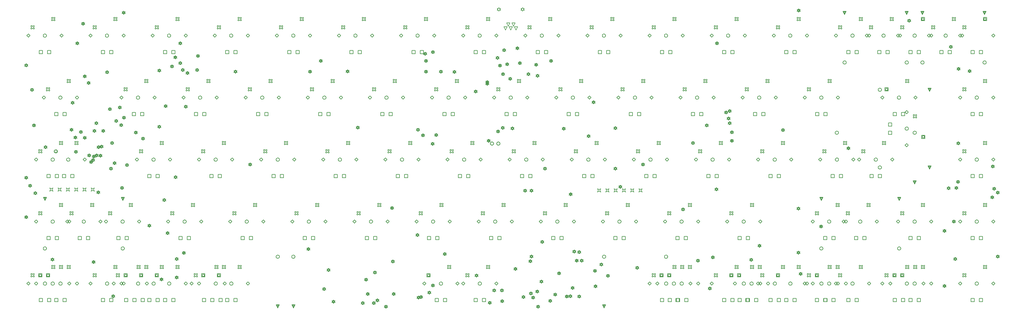
<source format=gbr>
%FSTAX23Y23*%
%MOIN*%
%SFA1B1*%

%IPPOS*%
%ADD132C,0.005000*%
%ADD473C,0.006665*%
%ADD474C,0.004000*%
%LNquadcube_65_pcb_drawing_1-1*%
%LPD*%
G54D132*
X15042Y07391D02*
Y07431D01*
X15082*
Y07391*
X15042*
X04981Y06866D02*
Y06906D01*
X05021*
Y06866*
X04981*
X05824Y06116D02*
Y06156D01*
X05864*
Y06116*
X05824*
X05168Y06866D02*
Y06906D01*
X05208*
Y06866*
X05168*
X15012Y08366D02*
Y08406D01*
X15052*
Y08366*
X15012*
X15387D02*
Y08406D01*
X15427*
Y08366*
X15387*
X14918Y06866D02*
Y06906D01*
X14958*
Y06866*
X14918*
X15198Y07616D02*
Y07656D01*
X15238*
Y07616*
X15198*
X05356Y06116D02*
Y06156D01*
X05396*
Y06116*
X05356*
X04981D02*
Y06156D01*
X05021*
Y06116*
X04981*
X16137Y08366D02*
Y08406D01*
X16177*
Y08366*
X16137*
X15762D02*
Y08406D01*
X15802*
Y08366*
X15762*
X14637D02*
Y08406D01*
X14677*
Y08366*
X14637*
X05818Y05366D02*
Y05406D01*
X05858*
Y05366*
X05818*
X14731Y06116D02*
Y06156D01*
X14771*
Y06116*
X14731*
X14356D02*
Y06156D01*
X14396*
Y06116*
X14356*
X07137Y05366D02*
Y05406D01*
X07177*
Y05366*
X07137*
X10137D02*
Y05406D01*
X10177*
Y05366*
X10137*
X12581D02*
Y05406D01*
X12621*
Y05366*
X12581*
X12381D02*
Y05406D01*
X12421*
Y05366*
X12381*
X09668D02*
Y05406D01*
X09708*
Y05366*
X09668*
X13699D02*
Y05406D01*
X13739*
Y05366*
X13699*
X14356D02*
Y05406D01*
X14396*
Y05366*
X14356*
X14156D02*
Y05406D01*
X14196*
Y05366*
X14156*
X13224D02*
Y05406D01*
X13264*
Y05366*
X13224*
X13887D02*
Y05406D01*
X13927*
Y05366*
X13887*
X14637D02*
Y05406D01*
X14677*
Y05366*
X14637*
X13424D02*
Y05406D01*
X13464*
Y05366*
X13424*
X13137D02*
Y05406D01*
X13177*
Y05366*
X13137*
X10513Y087D02*
X10493Y0874D01*
X10533*
X10513Y087*
X1045D02*
X1043Y0874D01*
X1047*
X1045Y087*
X10545Y08653D02*
X10525Y08693D01*
X10565*
X10545Y08653*
X10419D02*
X10399Y08693D01*
X10439*
X10419Y08653*
X10482D02*
X10462Y08693D01*
X10502*
X10482Y08653*
X10625Y08883D02*
X10635Y08893D01*
X10645*
X10635Y08903*
X10645Y08913*
X10635*
X10625Y08923*
X10615Y08913*
X10605*
X10615Y08903*
X10605Y08893*
X10615*
X10625Y08883*
X10338D02*
X10348Y08893D01*
X10358*
X10348Y08903*
X10358Y08913*
X10348*
X10338Y08923*
X10328Y08913*
X10318*
X10328Y08903*
X10318Y08893*
X10328*
X10338Y08883*
X05414Y06704D02*
X05424Y06724D01*
X05414Y06744*
X05434Y06734*
X05454Y06744*
X05444Y06724*
X05454Y06704*
X05434Y06714*
X05414Y06704*
X05314D02*
X05324Y06724D01*
X05314Y06744*
X05334Y06734*
X05354Y06744*
X05344Y06724*
X05354Y06704*
X05334Y06714*
X05314Y06704*
X05214D02*
X05224Y06724D01*
X05214Y06744*
X05234Y06734*
X05254Y06744*
X05244Y06724*
X05254Y06704*
X05234Y06714*
X05214Y06704*
X05114D02*
X05124Y06724D01*
X05114Y06744*
X05134Y06734*
X05154Y06744*
X05144Y06724*
X05154Y06704*
X05134Y06714*
X05114Y06704*
X05014D02*
X05024Y06724D01*
X05014Y06744*
X05034Y06734*
X05054Y06744*
X05044Y06724*
X05054Y06704*
X05034Y06714*
X05014Y06704*
X04914D02*
X04924Y06724D01*
X04914Y06744*
X04934Y06734*
X04954Y06744*
X04944Y06724*
X04954Y06704*
X04934Y06714*
X04914Y06704*
X12028Y06695D02*
X12038Y06715D01*
X12028Y06735*
X12048Y06725*
X12068Y06735*
X12058Y06715*
X12068Y06695*
X12048Y06705*
X12028Y06695*
X11928D02*
X11938Y06715D01*
X11928Y06735*
X11948Y06725*
X11968Y06735*
X11958Y06715*
X11968Y06695*
X11948Y06705*
X11928Y06695*
X11828D02*
X11838Y06715D01*
X11828Y06735*
X11848Y06725*
X11868Y06735*
X11858Y06715*
X11868Y06695*
X11848Y06705*
X11828Y06695*
X11728D02*
X11738Y06715D01*
X11728Y06735*
X11748Y06725*
X11768Y06735*
X11758Y06715*
X11768Y06695*
X11748Y06705*
X11728Y06695*
X11628D02*
X11638Y06715D01*
X11628Y06735*
X11648Y06725*
X11668Y06735*
X11658Y06715*
X11668Y06695*
X11648Y06705*
X11628Y06695*
X11528D02*
X11538Y06715D01*
X11528Y06735*
X11548Y06725*
X11568Y06735*
X11558Y06715*
X11568Y06695*
X11548Y06705*
X11528Y06695*
X10322Y07271D02*
Y07261D01*
X10342*
Y07271*
X10352*
Y07291*
X10342*
Y07301*
X10322*
Y07291*
X10312*
Y07271*
X10322*
X10243D02*
Y07261D01*
X10263*
Y07271*
X10273*
Y07291*
X10263*
Y07301*
X10243*
Y07291*
X10233*
Y07271*
X10243*
X15437Y05766D02*
X15447D01*
X15457Y05776*
X15467Y05766*
X15477*
Y05776*
X15467Y05786*
X15477Y05796*
Y05806*
X15467*
X15457Y05796*
X15447Y05806*
X15437*
Y05796*
X15447Y05786*
X15437Y05776*
Y05766*
X15537Y05586D02*
X15557Y05606D01*
X15577Y05586*
X15557Y05566*
X15537Y05586*
X15287Y05366D02*
Y05406D01*
X15327*
Y05366*
X15287*
X15187Y05666D02*
Y05706D01*
X15227*
Y05666*
X15187*
X15195Y05674D02*
Y05698D01*
X15219*
Y05674*
X15195*
X14687Y05766D02*
X14697D01*
X14707Y05776*
X14717Y05766*
X14727*
Y05776*
X14717Y05786*
X14727Y05796*
Y05806*
X14717*
X14707Y05796*
X14697Y05806*
X14687*
Y05796*
X14697Y05786*
X14687Y05776*
Y05766*
X14387Y05586D02*
X14407Y05606D01*
X14427Y05586*
X14407Y05566*
X14387Y05586*
X14787D02*
X14807Y05606D01*
X14827Y05586*
X14807Y05566*
X14787Y05586*
X14537Y05366D02*
Y05406D01*
X14577*
Y05366*
X14537*
X14437Y05666D02*
X14447D01*
X14457Y05676*
X14467Y05666*
X14477*
Y05676*
X14467Y05686*
X14477Y05696*
Y05706*
X14467*
X14457Y05696*
X14447Y05706*
X14437*
Y05696*
X14447Y05686*
X14437Y05676*
Y05666*
X13937Y05766D02*
X13947D01*
X13957Y05776*
X13967Y05766*
X13977*
Y05776*
X13967Y05786*
X13977Y05796*
Y05806*
X13967*
X13957Y05796*
X13947Y05806*
X13937*
Y05796*
X13947Y05786*
X13937Y05776*
Y05766*
X14037Y05586D02*
X14057Y05606D01*
X14077Y05586*
X14057Y05566*
X14037Y05586*
X13787Y05366D02*
Y05406D01*
X13827*
Y05366*
X13787*
X13687Y05666D02*
Y05706D01*
X13727*
Y05666*
X13687*
X13695Y05674D02*
Y05698D01*
X13719*
Y05674*
X13695*
X15093Y05666D02*
Y05706D01*
X15133*
Y05666*
X15093*
X15101Y05674D02*
Y05698D01*
X15125*
Y05674*
X15101*
X15443Y05586D02*
X15463Y05606D01*
X15483Y05586*
X15463Y05566*
X15443Y05586*
X15043D02*
X15063Y05606D01*
X15083Y05586*
X15063Y05566*
X15043Y05586*
X15343Y05766D02*
X15353D01*
X15363Y05776*
X15373Y05766*
X15383*
Y05776*
X15373Y05786*
X15383Y05796*
Y05806*
X15373*
X15363Y05796*
X15353Y05806*
X15343*
Y05796*
X15353Y05786*
X15343Y05776*
Y05766*
X15249D02*
X15259D01*
X15269Y05776*
X15279Y05766*
X15289*
Y05776*
X15279Y05786*
X15289Y05796*
Y05806*
X15279*
X15269Y05796*
X15259Y05806*
X15249*
Y05796*
X15259Y05786*
X15249Y05776*
Y05766*
X14949Y05586D02*
X14969Y05606D01*
X14989Y05586*
X14969Y05566*
X14949Y05586*
X15099Y05366D02*
Y05406D01*
X15139*
Y05366*
X15099*
X14999Y05666D02*
X15009D01*
X15019Y05676*
X15029Y05666*
X15039*
Y05676*
X15029Y05686*
X15039Y05696*
Y05706*
X15029*
X15019Y05696*
X15009Y05706*
X14999*
Y05696*
X15009Y05686*
X14999Y05676*
Y05666*
X14156D02*
Y05706D01*
X14196*
Y05666*
X14156*
X14164Y05674D02*
Y05698D01*
X14188*
Y05674*
X14164*
X14256Y05366D02*
Y05406D01*
X14296*
Y05366*
X14256*
X14506Y05586D02*
X14526Y05606D01*
X14546Y05586*
X14526Y05566*
X14506Y05586*
X14106D02*
X14126Y05606D01*
X14146Y05586*
X14126Y05566*
X14106Y05586*
X14406Y05766D02*
X14416D01*
X14426Y05776*
X14436Y05766*
X14446*
Y05776*
X14436Y05786*
X14446Y05796*
Y05806*
X14436*
X14426Y05796*
X14416Y05806*
X14406*
Y05796*
X14416Y05786*
X14406Y05776*
Y05766*
X13187D02*
X13197D01*
X13207Y05776*
X13217Y05766*
X13227*
Y05776*
X13217Y05786*
X13227Y05796*
Y05806*
X13217*
X13207Y05796*
X13197Y05806*
X13187*
Y05796*
X13197Y05786*
X13187Y05776*
Y05766*
X12887Y05586D02*
X12907Y05606D01*
X12927Y05586*
X12907Y05566*
X12887Y05586*
X13037Y05366D02*
Y05406D01*
X13077*
Y05366*
X13037*
X12937Y05666D02*
X12947D01*
X12957Y05676*
X12967Y05666*
X12977*
Y05676*
X12967Y05686*
X12977Y05696*
Y05706*
X12967*
X12957Y05696*
X12947Y05706*
X12937*
Y05696*
X12947Y05686*
X12937Y05676*
Y05666*
X14406Y06516D02*
X14416D01*
X14426Y06526*
X14436Y06516*
X14446*
Y06526*
X14436Y06536*
X14446Y06546*
Y06556*
X14436*
X14426Y06546*
X14416Y06556*
X14406*
Y06546*
X14416Y06536*
X14406Y06526*
Y06516*
X14106Y06336D02*
X14126Y06356D01*
X14146Y06336*
X14126Y06316*
X14106Y06336*
X14506D02*
X14526Y06356D01*
X14546Y06336*
X14526Y06316*
X14506Y06336*
X14256Y06116D02*
Y06156D01*
X14296*
Y06116*
X14256*
X14156Y06416D02*
X14166D01*
X14176Y06426*
X14186Y06416*
X14196*
Y06426*
X14186Y06436*
X14196Y06446*
Y06456*
X14186*
X14176Y06446*
X14166Y06456*
X14156*
Y06446*
X14166Y06436*
X14156Y06426*
Y06416*
X15248Y08016D02*
X15258D01*
X15268Y08026*
X15278Y08016*
X15288*
Y08026*
X15278Y08036*
X15288Y08046*
Y08056*
X15278*
X15268Y08046*
X15258Y08056*
X15248*
Y08046*
X15258Y08036*
X15248Y08026*
Y08016*
X14948Y07836D02*
X14968Y07856D01*
X14988Y07836*
X14968Y07816*
X14948Y07836*
X15348D02*
X15368Y07856D01*
X15388Y07836*
X15368Y07816*
X15348Y07836*
X15098Y07616D02*
Y07656D01*
X15138*
Y07616*
X15098*
X14998Y07916D02*
Y07956D01*
X15038*
Y07916*
X14998*
X15006Y07924D02*
Y07948D01*
X1503*
Y07924*
X15006*
X15442Y07341D02*
Y07381D01*
X15482*
Y07341*
X15442*
X1545Y07349D02*
Y07373D01*
X15474*
Y07349*
X1545*
X15242Y07661D02*
X15262Y07681D01*
X15282Y07661*
X15262Y07641*
X15242Y07661*
Y07261D02*
X15262Y07281D01*
X15282Y07261*
X15262Y07241*
X15242Y07261*
X15042Y07491D02*
Y07531D01*
X15082*
Y07491*
X15042*
X15342Y07591D02*
X15352D01*
X15362Y07601*
X15372Y07591*
X15382*
Y07601*
X15372Y07611*
X15382Y07621*
Y07631*
X15372*
X15362Y07621*
X15352Y07631*
X15342*
Y07621*
X15352Y07611*
X15342Y07601*
Y07591*
X14968Y07266D02*
X14978D01*
X14988Y07276*
X14998Y07266*
X15008*
Y07276*
X14998Y07286*
X15008Y07296*
Y07306*
X14998*
X14988Y07296*
X14978Y07306*
X14968*
Y07296*
X14978Y07286*
X14968Y07276*
Y07266*
X14668Y07086D02*
X14688Y07106D01*
X14708Y07086*
X14688Y07066*
X14668Y07086*
X15068D02*
X15088Y07106D01*
X15108Y07086*
X15088Y07066*
X15068Y07086*
X14818Y06866D02*
Y06906D01*
X14858*
Y06866*
X14818*
X14718Y07166D02*
X14728D01*
X14738Y07176*
X14748Y07166*
X14758*
Y07176*
X14748Y07186*
X14758Y07196*
Y07206*
X14748*
X14738Y07196*
X14728Y07206*
X14718*
Y07196*
X14728Y07186*
X14718Y07176*
Y07166*
X14499Y07266D02*
X14509D01*
X14519Y07276*
X14529Y07266*
X14539*
Y07276*
X14529Y07286*
X14539Y07296*
Y07306*
X14529*
X14519Y07296*
X14509Y07306*
X14499*
Y07296*
X14509Y07286*
X14499Y07276*
Y07266*
X14199Y07086D02*
X14219Y07106D01*
X14239Y07086*
X14219Y07066*
X14199Y07086*
X14599D02*
X14619Y07106D01*
X14639Y07086*
X14619Y07066*
X14599Y07086*
X14349Y06866D02*
Y06906D01*
X14389*
Y06866*
X14349*
X14249Y07166D02*
X14259D01*
X14269Y07176*
X14279Y07166*
X14289*
Y07176*
X14279Y07186*
X14289Y07196*
Y07206*
X14279*
X14269Y07196*
X14259Y07206*
X14249*
Y07196*
X14259Y07186*
X14249Y07176*
Y07166*
X12437Y05766D02*
X12447D01*
X12457Y05776*
X12467Y05766*
X12477*
Y05776*
X12467Y05786*
X12477Y05796*
Y05806*
X12467*
X12457Y05796*
X12447Y05806*
X12437*
Y05796*
X12447Y05786*
X12437Y05776*
Y05766*
X12137Y05586D02*
X12157Y05606D01*
X12177Y05586*
X12157Y05566*
X12137Y05586*
X12287Y05366D02*
Y05406D01*
X12327*
Y05366*
X12287*
X12187Y05666D02*
X12197D01*
X12207Y05676*
X12217Y05666*
X12227*
Y05676*
X12217Y05686*
X12227Y05696*
Y05706*
X12217*
X12207Y05696*
X12197Y05706*
X12187*
Y05696*
X12197Y05686*
X12187Y05676*
Y05666*
X13468Y05766D02*
X13478D01*
X13488Y05776*
X13498Y05766*
X13508*
Y05776*
X13498Y05786*
X13508Y05796*
Y05806*
X13498*
X13488Y05796*
X13478Y05806*
X13468*
Y05796*
X13478Y05786*
X13468Y05776*
Y05766*
X13168Y05586D02*
X13188Y05606D01*
X13208Y05586*
X13188Y05566*
X13168Y05586*
X13568D02*
X13588Y05606D01*
X13608Y05586*
X13588Y05566*
X13568Y05586*
X13318Y05366D02*
Y05406D01*
X13358*
Y05366*
X13318*
X13218Y05666D02*
Y05706D01*
X13258*
Y05666*
X13218*
X13226Y05674D02*
Y05698D01*
X1325*
Y05674*
X13226*
X13499Y05666D02*
X13509D01*
X13519Y05676*
X13529Y05666*
X13539*
Y05676*
X13529Y05686*
X13539Y05696*
Y05706*
X13529*
X13519Y05696*
X13509Y05706*
X13499*
Y05696*
X13509Y05686*
X13499Y05676*
Y05666*
X13599Y05366D02*
Y05406D01*
X13639*
Y05366*
X13599*
X13449Y05586D02*
X13469Y05606D01*
X13489Y05586*
X13469Y05566*
X13449Y05586*
X13749Y05766D02*
X13759D01*
X13769Y05776*
X13779Y05766*
X13789*
Y05776*
X13779Y05786*
X13789Y05796*
Y05806*
X13779*
X13769Y05796*
X13759Y05806*
X13749*
Y05796*
X13759Y05786*
X13749Y05776*
Y05766*
X14312D02*
X14322D01*
X14332Y05776*
X14342Y05766*
X14352*
Y05776*
X14342Y05786*
X14352Y05796*
Y05806*
X14342*
X14332Y05796*
X14322Y05806*
X14312*
Y05796*
X14322Y05786*
X14312Y05776*
Y05766*
X14012Y05586D02*
X14032Y05606D01*
X14052Y05586*
X14032Y05566*
X14012Y05586*
X14412D02*
X14432Y05606D01*
X14452Y05586*
X14432Y05566*
X14412Y05586*
X14262Y05366D02*
Y05406D01*
X14302*
Y05366*
X14262*
X14062Y05666D02*
X14072D01*
X14082Y05676*
X14092Y05666*
X14102*
Y05676*
X14092Y05686*
X14102Y05696*
Y05706*
X14092*
X14082Y05696*
X14072Y05706*
X14062*
Y05696*
X14072Y05686*
X14062Y05676*
Y05666*
X12281D02*
Y05706D01*
X12321*
Y05666*
X12281*
X12289Y05674D02*
Y05698D01*
X12313*
Y05674*
X12289*
X12481Y05366D02*
Y05406D01*
X12521*
Y05366*
X12481*
X12631Y05586D02*
X12651Y05606D01*
X12671Y05586*
X12651Y05566*
X12631Y05586*
X12231D02*
X12251Y05606D01*
X12271Y05586*
X12251Y05566*
X12231Y05586*
X12531Y05766D02*
X12541D01*
X12551Y05776*
X12561Y05766*
X12571*
Y05776*
X12561Y05786*
X12571Y05796*
Y05806*
X12561*
X12551Y05796*
X12541Y05806*
X12531*
Y05796*
X12541Y05786*
X12531Y05776*
Y05766*
X10187D02*
X10197D01*
X10207Y05776*
X10217Y05766*
X10227*
Y05776*
X10217Y05786*
X10227Y05796*
Y05806*
X10217*
X10207Y05796*
X10197Y05806*
X10187*
Y05796*
X10197Y05786*
X10187Y05776*
Y05766*
X09887Y05586D02*
X09907Y05606D01*
X09927Y05586*
X09907Y05566*
X09887Y05586*
X10287D02*
X10307Y05606D01*
X10327Y05586*
X10307Y05566*
X10287Y05586*
X10037Y05366D02*
Y05406D01*
X10077*
Y05366*
X10037*
X09937Y05666D02*
X09947D01*
X09957Y05676*
X09967Y05666*
X09977*
Y05676*
X09967Y05686*
X09977Y05696*
Y05706*
X09967*
X09957Y05696*
X09947Y05706*
X09937*
Y05696*
X09947Y05686*
X09937Y05676*
Y05666*
X12374D02*
Y05706D01*
X12414*
Y05666*
X12374*
X12382Y05674D02*
Y05698D01*
X12406*
Y05674*
X12382*
X12474Y05366D02*
Y05406D01*
X12514*
Y05366*
X12474*
X12724Y05586D02*
X12744Y05606D01*
X12764Y05586*
X12744Y05566*
X12724Y05586*
X12624Y05766D02*
X12634D01*
X12644Y05776*
X12654Y05766*
X12664*
Y05776*
X12654Y05786*
X12664Y05796*
Y05806*
X12654*
X12644Y05796*
X12634Y05806*
X12624*
Y05796*
X12634Y05786*
X12624Y05776*
Y05766*
X09418Y05587D02*
X09438Y05607D01*
X09458Y05587*
X09438Y05567*
X09418Y05587*
X09818D02*
X09838Y05607D01*
X09858Y05587*
X09838Y05567*
X09818Y05587*
X13124Y05666D02*
Y05706D01*
X13164*
Y05666*
X13124*
X13132Y05674D02*
Y05698D01*
X13156*
Y05674*
X13132*
X13324Y05366D02*
Y05406D01*
X13364*
Y05366*
X13324*
X13474Y05586D02*
X13494Y05606D01*
X13514Y05586*
X13494Y05566*
X13474Y05586*
X13374Y05766D02*
X13384D01*
X13394Y05776*
X13404Y05766*
X13414*
Y05776*
X13404Y05786*
X13414Y05796*
Y05806*
X13404*
X13394Y05796*
X13384Y05806*
X13374*
Y05796*
X13384Y05786*
X13374Y05776*
Y05766*
X09718D02*
X09728D01*
X09738Y05776*
X09748Y05766*
X09758*
Y05776*
X09748Y05786*
X09758Y05796*
Y05806*
X09748*
X09738Y05796*
X09728Y05806*
X09718*
Y05796*
X09728Y05786*
X09718Y05776*
Y05766*
X09568Y05366D02*
Y05406D01*
X09608*
Y05366*
X09568*
X09468Y05666D02*
Y05706D01*
X09508*
Y05666*
X09468*
X09476Y05674D02*
Y05698D01*
X095*
Y05674*
X09476*
X06937Y05666D02*
Y05706D01*
X06977*
Y05666*
X06937*
X06945Y05674D02*
Y05698D01*
X06969*
Y05674*
X06945*
X07037Y05366D02*
Y05406D01*
X07077*
Y05366*
X07037*
X07287Y05586D02*
X07307Y05606D01*
X07327Y05586*
X07307Y05566*
X07287Y05586*
X07187Y05766D02*
X07197D01*
X07207Y05776*
X07217Y05766*
X07227*
Y05776*
X07217Y05786*
X07227Y05796*
Y05806*
X07217*
X07207Y05796*
X07197Y05806*
X07187*
Y05796*
X07197Y05786*
X07187Y05776*
Y05766*
X06749Y05666D02*
Y05706D01*
X06789*
Y05666*
X06749*
X06757Y05674D02*
Y05698D01*
X06781*
Y05674*
X06757*
X06699Y05586D02*
X06719Y05606D01*
X06739Y05586*
X06719Y05566*
X06699Y05586*
X06999Y05766D02*
X07009D01*
X07019Y05776*
X07029Y05766*
X07039*
Y05776*
X07029Y05786*
X07039Y05796*
Y05806*
X07029*
X07019Y05796*
X07009Y05806*
X06999*
Y05796*
X07009Y05786*
X06999Y05776*
Y05766*
X06656Y05666D02*
X06666D01*
X06676Y05676*
X06686Y05666*
X06696*
Y05676*
X06686Y05686*
X06696Y05696*
Y05706*
X06686*
X06676Y05696*
X06666Y05706*
X06656*
Y05696*
X06666Y05686*
X06656Y05676*
Y05666*
X06856Y05366D02*
Y05406D01*
X06896*
Y05366*
X06856*
X07006Y05586D02*
X07026Y05606D01*
X07046Y05586*
X07026Y05566*
X07006Y05586*
X06606D02*
X06626Y05606D01*
X06646Y05586*
X06626Y05566*
X06606Y05586*
X06906Y05766D02*
X06916D01*
X06926Y05776*
X06936Y05766*
X06946*
Y05776*
X06936Y05786*
X06946Y05796*
Y05806*
X06936*
X06926Y05796*
X06916Y05806*
X06906*
Y05796*
X06916Y05786*
X06906Y05776*
Y05766*
X05968D02*
X05978D01*
X05988Y05776*
X05998Y05766*
X06008*
Y05776*
X05998Y05786*
X06008Y05796*
Y05806*
X05998*
X05988Y05796*
X05978Y05806*
X05968*
Y05796*
X05978Y05786*
X05968Y05776*
Y05766*
X05668Y05586D02*
X05688Y05606D01*
X05708Y05586*
X05688Y05566*
X05668Y05586*
X06068D02*
X06088Y05606D01*
X06108Y05586*
X06088Y05566*
X06068Y05586*
X05918Y05366D02*
Y05406D01*
X05958*
Y05366*
X05918*
X05718Y05666D02*
X05728D01*
X05738Y05676*
X05748Y05666*
X05758*
Y05676*
X05748Y05686*
X05758Y05696*
Y05706*
X05748*
X05738Y05696*
X05728Y05706*
X05718*
Y05696*
X05728Y05686*
X05718Y05676*
Y05666*
X06437Y05766D02*
X06447D01*
X06457Y05776*
X06467Y05766*
X06477*
Y05776*
X06467Y05786*
X06477Y05796*
Y05806*
X06467*
X06457Y05796*
X06447Y05806*
X06437*
Y05796*
X06447Y05786*
X06437Y05776*
Y05766*
X06537Y05586D02*
X06557Y05606D01*
X06577Y05586*
X06557Y05566*
X06537Y05586*
X06287Y05366D02*
Y05406D01*
X06327*
Y05366*
X06287*
X06187Y05666D02*
Y05706D01*
X06227*
Y05666*
X06187*
X06195Y05674D02*
Y05698D01*
X06219*
Y05674*
X06195*
X05437Y05666D02*
X05447D01*
X05457Y05676*
X05467Y05666*
X05477*
Y05676*
X05467Y05686*
X05477Y05696*
Y05706*
X05467*
X05457Y05696*
X05447Y05706*
X05437*
Y05696*
X05447Y05686*
X05437Y05676*
Y05666*
X05537Y05366D02*
Y05406D01*
X05577*
Y05366*
X05537*
X05787Y05586D02*
X05807Y05606D01*
X05827Y05586*
X05807Y05566*
X05787Y05586*
X05387D02*
X05407Y05606D01*
X05427Y05586*
X05407Y05566*
X05387Y05586*
X05687Y05766D02*
X05697D01*
X05707Y05776*
X05717Y05766*
X05727*
Y05776*
X05717Y05786*
X05727Y05796*
Y05806*
X05717*
X05707Y05796*
X05697Y05806*
X05687*
Y05796*
X05697Y05786*
X05687Y05776*
Y05766*
X05999Y05666D02*
Y05706D01*
X06039*
Y05666*
X05999*
X06007Y05674D02*
Y05698D01*
X06031*
Y05674*
X06007*
X06099Y05366D02*
Y05406D01*
X06139*
Y05366*
X06099*
X06249Y05766D02*
X06259D01*
X06269Y05776*
X06279Y05766*
X06289*
Y05776*
X06279Y05786*
X06289Y05796*
Y05806*
X06279*
X06269Y05796*
X06259Y05806*
X06249*
Y05796*
X06259Y05786*
X06249Y05776*
Y05766*
X04687Y05666D02*
X04697D01*
X04707Y05676*
X04717Y05666*
X04727*
Y05676*
X04717Y05686*
X04727Y05696*
Y05706*
X04717*
X04707Y05696*
X04697Y05706*
X04687*
Y05696*
X04697Y05686*
X04687Y05676*
Y05666*
X04787Y05366D02*
Y05406D01*
X04827*
Y05366*
X04787*
X04637Y05586D02*
X04657Y05606D01*
X04677Y05586*
X04657Y05566*
X04637Y05586*
X04937Y05766D02*
X04947D01*
X04957Y05776*
X04967Y05766*
X04977*
Y05776*
X04967Y05786*
X04977Y05796*
Y05806*
X04967*
X04957Y05796*
X04947Y05806*
X04937*
Y05796*
X04947Y05786*
X04937Y05776*
Y05766*
X05812Y05666D02*
Y05706D01*
X05852*
Y05666*
X05812*
X0582Y05674D02*
Y05698D01*
X05844*
Y05674*
X0582*
X05762Y05586D02*
X05782Y05606D01*
X05802Y05586*
X05782Y05566*
X05762Y05586*
X06062Y05766D02*
X06072D01*
X06082Y05776*
X06092Y05766*
X06102*
Y05776*
X06092Y05786*
X06102Y05796*
Y05806*
X06092*
X06082Y05796*
X06072Y05806*
X06062*
Y05796*
X06072Y05786*
X06062Y05776*
Y05766*
X05156Y06416D02*
X05166D01*
X05176Y06426*
X05186Y06416*
X05196*
Y06426*
X05186Y06436*
X05196Y06446*
Y06456*
X05186*
X05176Y06446*
X05166Y06456*
X05156*
Y06446*
X05166Y06436*
X05156Y06426*
Y06416*
X05256Y06116D02*
Y06156D01*
X05296*
Y06116*
X05256*
X05506Y06336D02*
X05526Y06356D01*
X05546Y06336*
X05526Y06316*
X05506Y06336*
X05106D02*
X05126Y06356D01*
X05146Y06336*
X05126Y06316*
X05106Y06336*
X05406Y06516D02*
X05416D01*
X05426Y06526*
X05436Y06516*
X05446*
Y06526*
X05436Y06536*
X05446Y06546*
Y06556*
X05436*
X05426Y06546*
X05416Y06556*
X05406*
Y06546*
X05416Y06536*
X05406Y06526*
Y06516*
X05624Y06416D02*
X05634D01*
X05644Y06426*
X05654Y06416*
X05664*
Y06426*
X05654Y06436*
X05664Y06446*
Y06456*
X05654*
X05644Y06446*
X05634Y06456*
X05624*
Y06446*
X05634Y06436*
X05624Y06426*
Y06416*
X05724Y06116D02*
Y06156D01*
X05764*
Y06116*
X05724*
X05974Y06336D02*
X05994Y06356D01*
X06014Y06336*
X05994Y06316*
X05974Y06336*
X05574D02*
X05594Y06356D01*
X05614Y06336*
X05594Y06316*
X05574Y06336*
X05874Y06516D02*
X05884D01*
X05894Y06526*
X05904Y06516*
X05914*
Y06526*
X05904Y06536*
X05914Y06546*
Y06556*
X05904*
X05894Y06546*
X05884Y06556*
X05874*
Y06546*
X05884Y06536*
X05874Y06526*
Y06516*
X05124Y05766D02*
X05134D01*
X05144Y05776*
X05154Y05766*
X05164*
Y05776*
X05154Y05786*
X05164Y05796*
Y05806*
X05154*
X05144Y05796*
X05134Y05806*
X05124*
Y05796*
X05134Y05786*
X05124Y05776*
Y05766*
X05224Y05586D02*
X05244Y05606D01*
X05264Y05586*
X05244Y05566*
X05224Y05586*
X04974Y05366D02*
Y05406D01*
X05014*
Y05366*
X04974*
X04874Y05666D02*
Y05706D01*
X04914*
Y05666*
X04874*
X04882Y05674D02*
Y05698D01*
X04906*
Y05674*
X04882*
X05031Y05766D02*
X05041D01*
X05051Y05776*
X05061Y05766*
X05071*
Y05776*
X05061Y05786*
X05071Y05796*
Y05806*
X05061*
X05051Y05796*
X05041Y05806*
X05031*
Y05796*
X05041Y05786*
X05031Y05776*
Y05766*
X04731Y05586D02*
X04751Y05606D01*
X04771Y05586*
X04751Y05566*
X04731Y05586*
X05131D02*
X05151Y05606D01*
X05171Y05586*
X05151Y05566*
X05131Y05586*
X04781Y05666D02*
Y05706D01*
X04821*
Y05666*
X04781*
X04789Y05674D02*
Y05698D01*
X04813*
Y05674*
X04789*
X05068Y06866D02*
Y06906D01*
X05108*
Y06866*
X05068*
X05318Y07086D02*
X05338Y07106D01*
X05358Y07086*
X05338Y07066*
X05318Y07086*
X05218Y07266D02*
X05228D01*
X05238Y07276*
X05248Y07266*
X05258*
Y07276*
X05248Y07286*
X05258Y07296*
Y07306*
X05248*
X05238Y07296*
X05228Y07306*
X05218*
Y07296*
X05228Y07286*
X05218Y07276*
Y07266*
X04781Y06416D02*
X04791D01*
X04801Y06426*
X04811Y06416*
X04821*
Y06426*
X04811Y06436*
X04821Y06446*
Y06456*
X04811*
X04801Y06446*
X04791Y06456*
X04781*
Y06446*
X04791Y06436*
X04781Y06426*
Y06416*
X04881Y06116D02*
Y06156D01*
X04921*
Y06116*
X04881*
X05131Y06336D02*
X05151Y06356D01*
X05171Y06336*
X05151Y06316*
X05131Y06336*
X04731D02*
X04751Y06356D01*
X04771Y06336*
X04751Y06316*
X04731Y06336*
X05031Y06516D02*
X05041D01*
X05051Y06526*
X05061Y06516*
X05071*
Y06526*
X05061Y06536*
X05071Y06546*
Y06556*
X05061*
X05051Y06546*
X05041Y06556*
X05031*
Y06546*
X05041Y06536*
X05031Y06526*
Y06516*
X04781Y07166D02*
X04791D01*
X04801Y07176*
X04811Y07166*
X04821*
Y07176*
X04811Y07186*
X04821Y07196*
Y07206*
X04811*
X04801Y07196*
X04791Y07206*
X04781*
Y07196*
X04791Y07186*
X04781Y07176*
Y07166*
X04881Y06866D02*
Y06906D01*
X04921*
Y06866*
X04881*
X04731Y07086D02*
X04751Y07106D01*
X04771Y07086*
X04751Y07066*
X04731Y07086*
X05031Y07266D02*
X05041D01*
X05051Y07276*
X05061Y07266*
X05071*
Y07276*
X05061Y07286*
X05071Y07296*
Y07306*
X05061*
X05051Y07296*
X05041Y07306*
X05031*
Y07296*
X05041Y07286*
X05031Y07276*
Y07266*
X15437Y08766D02*
Y08806D01*
X15477*
Y08766*
X15437*
X15445Y08774D02*
Y08798D01*
X15469*
Y08774*
X15445*
X15137Y08586D02*
X15157Y08606D01*
X15177Y08586*
X15157Y08566*
X15137Y08586*
X15537D02*
X15557Y08606D01*
X15577Y08586*
X15557Y08566*
X15537Y08586*
X15287Y08366D02*
Y08406D01*
X15327*
Y08366*
X15287*
X15187Y08666D02*
X15197D01*
X15207Y08676*
X15217Y08666*
X15227*
Y08676*
X15217Y08686*
X15227Y08696*
Y08706*
X15217*
X15207Y08696*
X15197Y08706*
X15187*
Y08696*
X15197Y08686*
X15187Y08676*
Y08666*
X15812Y08766D02*
X15822D01*
X15832Y08776*
X15842Y08766*
X15852*
Y08776*
X15842Y08786*
X15852Y08796*
Y08806*
X15842*
X15832Y08796*
X15822Y08806*
X15812*
Y08796*
X15822Y08786*
X15812Y08776*
Y08766*
X15512Y08586D02*
X15532Y08606D01*
X15552Y08586*
X15532Y08566*
X15512Y08586*
X15912D02*
X15932Y08606D01*
X15952Y08586*
X15932Y08566*
X15912Y08586*
X15662Y08366D02*
Y08406D01*
X15702*
Y08366*
X15662*
X15562Y08666D02*
X15572D01*
X15582Y08676*
X15592Y08666*
X15602*
Y08676*
X15592Y08686*
X15602Y08696*
Y08706*
X15592*
X15582Y08696*
X15572Y08706*
X15562*
Y08696*
X15572Y08686*
X15562Y08676*
Y08666*
X16187Y08766D02*
Y08806D01*
X16227*
Y08766*
X16187*
X16195Y08774D02*
Y08798D01*
X16219*
Y08774*
X16195*
X15887Y08586D02*
X15907Y08606D01*
X15927Y08586*
X15907Y08566*
X15887Y08586*
X16287D02*
X16307Y08606D01*
X16327Y08586*
X16307Y08566*
X16287Y08586*
X16037Y08366D02*
Y08406D01*
X16077*
Y08366*
X16037*
X15937Y08666D02*
X15947D01*
X15957Y08676*
X15967Y08666*
X15977*
Y08676*
X15967Y08686*
X15977Y08696*
Y08706*
X15967*
X15957Y08696*
X15947Y08706*
X15937*
Y08696*
X15947Y08686*
X15937Y08676*
Y08666*
X14781Y06516D02*
X14791D01*
X14801Y06526*
X14811Y06516*
X14821*
Y06526*
X14811Y06536*
X14821Y06546*
Y06556*
X14811*
X14801Y06546*
X14791Y06556*
X14781*
Y06546*
X14791Y06536*
X14781Y06526*
Y06516*
X14481Y06336D02*
X14501Y06356D01*
X14521Y06336*
X14501Y06316*
X14481Y06336*
X14881D02*
X14901Y06356D01*
X14921Y06336*
X14901Y06316*
X14881Y06336*
X14631Y06116D02*
Y06156D01*
X14671*
Y06116*
X14631*
X14531Y06416D02*
X14541D01*
X14551Y06426*
X14561Y06416*
X14571*
Y06426*
X14561Y06436*
X14571Y06446*
Y06456*
X14561*
X14551Y06446*
X14541Y06456*
X14531*
Y06446*
X14541Y06436*
X14531Y06426*
Y06416*
X14812Y08666D02*
X14822D01*
X14832Y08676*
X14842Y08666*
X14852*
Y08676*
X14842Y08686*
X14852Y08696*
Y08706*
X14842*
X14832Y08696*
X14822Y08706*
X14812*
Y08696*
X14822Y08686*
X14812Y08676*
Y08666*
X14912Y08366D02*
Y08406D01*
X14952*
Y08366*
X14912*
X15162Y08586D02*
X15182Y08606D01*
X15202Y08586*
X15182Y08566*
X15162Y08586*
X14762D02*
X14782Y08606D01*
X14802Y08586*
X14782Y08566*
X14762Y08586*
X15062Y08766D02*
X15072D01*
X15082Y08776*
X15092Y08766*
X15102*
Y08776*
X15092Y08786*
X15102Y08796*
Y08806*
X15092*
X15082Y08796*
X15072Y08806*
X15062*
Y08796*
X15072Y08786*
X15062Y08776*
Y08766*
X14687D02*
X14697D01*
X14707Y08776*
X14717Y08766*
X14727*
Y08776*
X14717Y08786*
X14727Y08796*
Y08806*
X14717*
X14707Y08796*
X14697Y08806*
X14687*
Y08796*
X14697Y08786*
X14687Y08776*
Y08766*
X14387Y08586D02*
X14407Y08606D01*
X14427Y08586*
X14407Y08566*
X14387Y08586*
X14787D02*
X14807Y08606D01*
X14827Y08586*
X14807Y08566*
X14787Y08586*
X14537Y08366D02*
Y08406D01*
X14577*
Y08366*
X14537*
X14437Y08666D02*
X14447D01*
X14457Y08676*
X14467Y08666*
X14477*
Y08676*
X14467Y08686*
X14477Y08696*
Y08706*
X14467*
X14457Y08696*
X14447Y08706*
X14437*
Y08696*
X14447Y08686*
X14437Y08676*
Y08666*
X11608Y05291D02*
X11588Y05331D01*
X11628*
X11608Y05291*
Y05299D02*
X11596Y05323D01*
X1162*
X11608Y05299*
X15171Y06591D02*
X15151Y06631D01*
X15191*
X15171Y06591*
Y06599D02*
X15159Y06623D01*
X15183*
X15171Y06599*
X15358Y06791D02*
X15338Y06831D01*
X15378*
X15358Y06791*
Y06799D02*
X15346Y06823D01*
X1537*
X15358Y06799*
X07668Y05291D02*
X07648Y05331D01*
X07688*
X07668Y05291*
Y05299D02*
X07656Y05323D01*
X0768*
X07668Y05299*
X07856Y05291D02*
X07836Y05331D01*
X07876*
X07856Y05291*
Y05299D02*
X07844Y05323D01*
X07868*
X07856Y05299*
X14512Y08841D02*
X14492Y08881D01*
X14532*
X14512Y08841*
Y08849D02*
X145Y08873D01*
X14524*
X14512Y08849*
X15262Y08841D02*
X15242Y08881D01*
X15282*
X15262Y08841*
Y08849D02*
X1525Y08873D01*
X15274*
X15262Y08849*
X16202Y08841D02*
X16182Y08881D01*
X16222*
X16202Y08841*
Y08849D02*
X1619Y08873D01*
X16214*
X16202Y08849*
X15537Y06971D02*
X15517Y07011D01*
X15557*
X15537Y06971*
Y06979D02*
X15525Y07003D01*
X15549*
X15537Y06979*
X15452Y08841D02*
X15432Y08881D01*
X15472*
X15452Y08841*
Y08849D02*
X1544Y08873D01*
X15464*
X15452Y08849*
X15537Y07911D02*
X15517Y07951D01*
X15557*
X15537Y07911*
Y07919D02*
X15525Y07943D01*
X15549*
X15537Y07919*
X05796Y06591D02*
X05776Y06631D01*
X05816*
X05796Y06591*
Y06599D02*
X05784Y06623D01*
X05808*
X05796Y06599*
X04856Y06591D02*
X04836Y06631D01*
X04876*
X04856Y06591*
Y06599D02*
X04844Y06623D01*
X04868*
X04856Y06599*
X14231Y06591D02*
X14211Y06631D01*
X14251*
X14231Y06591*
Y06599D02*
X14219Y06623D01*
X14243*
X14231Y06599*
X16137Y07616D02*
Y07656D01*
X16177*
Y07616*
X16137*
X16037D02*
Y07656D01*
X16077*
Y07616*
X16037*
X16287Y07836D02*
X16307Y07856D01*
X16327Y07836*
X16307Y07816*
X16287Y07836*
X15887D02*
X15907Y07856D01*
X15927Y07836*
X15907Y07816*
X15887Y07836*
X16187Y08016D02*
X16197D01*
X16207Y08026*
X16217Y08016*
X16227*
Y08026*
X16217Y08036*
X16227Y08046*
Y08056*
X16217*
X16207Y08046*
X16197Y08056*
X16187*
Y08046*
X16197Y08036*
X16187Y08026*
Y08016*
X15937Y07916D02*
X15947D01*
X15957Y07926*
X15967Y07916*
X15977*
Y07926*
X15967Y07936*
X15977Y07946*
Y07956*
X15967*
X15957Y07946*
X15947Y07956*
X15937*
Y07946*
X15947Y07936*
X15937Y07926*
Y07916*
Y07166D02*
X15947D01*
X15957Y07176*
X15967Y07166*
X15977*
Y07176*
X15967Y07186*
X15977Y07196*
Y07206*
X15967*
X15957Y07196*
X15947Y07206*
X15937*
Y07196*
X15947Y07186*
X15937Y07176*
Y07166*
X16187Y07266D02*
X16197D01*
X16207Y07276*
X16217Y07266*
X16227*
Y07276*
X16217Y07286*
X16227Y07296*
Y07306*
X16217*
X16207Y07296*
X16197Y07306*
X16187*
Y07296*
X16197Y07286*
X16187Y07276*
Y07266*
X15887Y07086D02*
X15907Y07106D01*
X15927Y07086*
X15907Y07066*
X15887Y07086*
X16287D02*
X16307Y07106D01*
X16327Y07086*
X16307Y07066*
X16287Y07086*
X16037Y06866D02*
Y06906D01*
X16077*
Y06866*
X16037*
X16137D02*
Y06906D01*
X16177*
Y06866*
X16137*
X11073Y06116D02*
Y06156D01*
X11113*
Y06116*
X11073*
X10973D02*
Y06156D01*
X11013*
Y06116*
X10973*
X11223Y06336D02*
X11243Y06356D01*
X11263Y06336*
X11243Y06316*
X11223Y06336*
X10823D02*
X10843Y06356D01*
X10863Y06336*
X10843Y06316*
X10823Y06336*
X11123Y06516D02*
X11133D01*
X11143Y06526*
X11153Y06516*
X11163*
Y06526*
X11153Y06536*
X11163Y06546*
Y06556*
X11153*
X11143Y06546*
X11133Y06556*
X11123*
Y06546*
X11133Y06536*
X11123Y06526*
Y06516*
X10873Y06416D02*
X10883D01*
X10893Y06426*
X10903Y06416*
X10913*
Y06426*
X10903Y06436*
X10913Y06446*
Y06456*
X10903*
X10893Y06446*
X10883Y06456*
X10873*
Y06446*
X10883Y06436*
X10873Y06426*
Y06416*
X11623D02*
X11633D01*
X11643Y06426*
X11653Y06416*
X11663*
Y06426*
X11653Y06436*
X11663Y06446*
Y06456*
X11653*
X11643Y06446*
X11633Y06456*
X11623*
Y06446*
X11633Y06436*
X11623Y06426*
Y06416*
X11873Y06516D02*
X11883D01*
X11893Y06526*
X11903Y06516*
X11913*
Y06526*
X11903Y06536*
X11913Y06546*
Y06556*
X11903*
X11893Y06546*
X11883Y06556*
X11873*
Y06546*
X11883Y06536*
X11873Y06526*
Y06516*
X11573Y06336D02*
X11593Y06356D01*
X11613Y06336*
X11593Y06316*
X11573Y06336*
X11973D02*
X11993Y06356D01*
X12013Y06336*
X11993Y06316*
X11973Y06336*
X11723Y06116D02*
Y06156D01*
X11763*
Y06116*
X11723*
X11823D02*
Y06156D01*
X11863*
Y06116*
X11823*
X10323D02*
Y06156D01*
X10363*
Y06116*
X10323*
X10223D02*
Y06156D01*
X10263*
Y06116*
X10223*
X10473Y06336D02*
X10493Y06356D01*
X10513Y06336*
X10493Y06316*
X10473Y06336*
X10073D02*
X10093Y06356D01*
X10113Y06336*
X10093Y06316*
X10073Y06336*
X10373Y06516D02*
X10383D01*
X10393Y06526*
X10403Y06516*
X10413*
Y06526*
X10403Y06536*
X10413Y06546*
Y06556*
X10403*
X10393Y06546*
X10383Y06556*
X10373*
Y06546*
X10383Y06536*
X10373Y06526*
Y06516*
X10123Y06416D02*
X10133D01*
X10143Y06426*
X10153Y06416*
X10163*
Y06426*
X10153Y06436*
X10163Y06446*
Y06456*
X10153*
X10143Y06446*
X10133Y06456*
X10123*
Y06446*
X10133Y06436*
X10123Y06426*
Y06416*
X09373D02*
X09383D01*
X09393Y06426*
X09403Y06416*
X09413*
Y06426*
X09403Y06436*
X09413Y06446*
Y06456*
X09403*
X09393Y06446*
X09383Y06456*
X09373*
Y06446*
X09383Y06436*
X09373Y06426*
Y06416*
X09623Y06516D02*
X09633D01*
X09643Y06526*
X09653Y06516*
X09663*
Y06526*
X09653Y06536*
X09663Y06546*
Y06556*
X09653*
X09643Y06546*
X09633Y06556*
X09623*
Y06546*
X09633Y06536*
X09623Y06526*
Y06516*
X09323Y06336D02*
X09343Y06356D01*
X09363Y06336*
X09343Y06316*
X09323Y06336*
X09723D02*
X09743Y06356D01*
X09763Y06336*
X09743Y06316*
X09723Y06336*
X09473Y06116D02*
Y06156D01*
X09513*
Y06116*
X09473*
X09573D02*
Y06156D01*
X09613*
Y06116*
X09573*
X12573D02*
Y06156D01*
X12613*
Y06116*
X12573*
X12473D02*
Y06156D01*
X12513*
Y06116*
X12473*
X12723Y06336D02*
X12743Y06356D01*
X12763Y06336*
X12743Y06316*
X12723Y06336*
X12323D02*
X12343Y06356D01*
X12363Y06336*
X12343Y06316*
X12323Y06336*
X12623Y06516D02*
X12633D01*
X12643Y06526*
X12653Y06516*
X12663*
Y06526*
X12653Y06536*
X12663Y06546*
Y06556*
X12653*
X12643Y06546*
X12633Y06556*
X12623*
Y06546*
X12633Y06536*
X12623Y06526*
Y06516*
X12373Y06416D02*
X12383D01*
X12393Y06426*
X12403Y06416*
X12413*
Y06426*
X12403Y06436*
X12413Y06446*
Y06456*
X12403*
X12393Y06446*
X12383Y06456*
X12373*
Y06446*
X12383Y06436*
X12373Y06426*
Y06416*
X13123D02*
X13133D01*
X13143Y06426*
X13153Y06416*
X13163*
Y06426*
X13153Y06436*
X13163Y06446*
Y06456*
X13153*
X13143Y06446*
X13133Y06456*
X13123*
Y06446*
X13133Y06436*
X13123Y06426*
Y06416*
X13373Y06516D02*
X13383D01*
X13393Y06526*
X13403Y06516*
X13413*
Y06526*
X13403Y06536*
X13413Y06546*
Y06556*
X13403*
X13393Y06546*
X13383Y06556*
X13373*
Y06546*
X13383Y06536*
X13373Y06526*
Y06516*
X13073Y06336D02*
X13093Y06356D01*
X13113Y06336*
X13093Y06316*
X13073Y06336*
X13473D02*
X13493Y06356D01*
X13513Y06336*
X13493Y06316*
X13473Y06336*
X13223Y06116D02*
Y06156D01*
X13263*
Y06116*
X13223*
X13323D02*
Y06156D01*
X13363*
Y06116*
X13323*
X15387D02*
Y06156D01*
X15427*
Y06116*
X15387*
X15287D02*
Y06156D01*
X15327*
Y06116*
X15287*
X15537Y06336D02*
X15557Y06356D01*
X15577Y06336*
X15557Y06316*
X15537Y06336*
X15137D02*
X15157Y06356D01*
X15177Y06336*
X15157Y06316*
X15137Y06336*
X15437Y06516D02*
X15447D01*
X15457Y06526*
X15467Y06516*
X15477*
Y06526*
X15467Y06536*
X15477Y06546*
Y06556*
X15467*
X15457Y06546*
X15447Y06556*
X15437*
Y06546*
X15447Y06536*
X15437Y06526*
Y06516*
X15187Y06416D02*
X15197D01*
X15207Y06426*
X15217Y06416*
X15227*
Y06426*
X15217Y06436*
X15227Y06446*
Y06456*
X15217*
X15207Y06446*
X15197Y06456*
X15187*
Y06446*
X15197Y06436*
X15187Y06426*
Y06416*
X08061Y07916D02*
X08071D01*
X08081Y07926*
X08091Y07916*
X08101*
Y07926*
X08091Y07936*
X08101Y07946*
Y07956*
X08091*
X08081Y07946*
X08071Y07956*
X08061*
Y07946*
X08071Y07936*
X08061Y07926*
Y07916*
X08311Y08016D02*
X08321D01*
X08331Y08026*
X08341Y08016*
X08351*
Y08026*
X08341Y08036*
X08351Y08046*
Y08056*
X08341*
X08331Y08046*
X08321Y08056*
X08311*
Y08046*
X08321Y08036*
X08311Y08026*
Y08016*
X08011Y07836D02*
X08031Y07856D01*
X08051Y07836*
X08031Y07816*
X08011Y07836*
X08411D02*
X08431Y07856D01*
X08451Y07836*
X08431Y07816*
X08411Y07836*
X08161Y07616D02*
Y07656D01*
X08201*
Y07616*
X08161*
X08261D02*
Y07656D01*
X08301*
Y07616*
X08261*
X09011D02*
Y07656D01*
X09051*
Y07616*
X09011*
X08911D02*
Y07656D01*
X08951*
Y07616*
X08911*
X09161Y07836D02*
X09181Y07856D01*
X09201Y07836*
X09181Y07816*
X09161Y07836*
X08761D02*
X08781Y07856D01*
X08801Y07836*
X08781Y07816*
X08761Y07836*
X09061Y08016D02*
X09071D01*
X09081Y08026*
X09091Y08016*
X09101*
Y08026*
X09091Y08036*
X09101Y08046*
Y08056*
X09091*
X09081Y08046*
X09071Y08056*
X09061*
Y08046*
X09071Y08036*
X09061Y08026*
Y08016*
X08811Y07916D02*
X08821D01*
X08831Y07926*
X08841Y07916*
X08851*
Y07926*
X08841Y07936*
X08851Y07946*
Y07956*
X08841*
X08831Y07946*
X08821Y07956*
X08811*
Y07946*
X08821Y07936*
X08811Y07926*
Y07916*
X07311D02*
X07321D01*
X07331Y07926*
X07341Y07916*
X07351*
Y07926*
X07341Y07936*
X07351Y07946*
Y07956*
X07341*
X07331Y07946*
X07321Y07956*
X07311*
Y07946*
X07321Y07936*
X07311Y07926*
Y07916*
X07561Y08016D02*
X07571D01*
X07581Y08026*
X07591Y08016*
X07601*
Y08026*
X07591Y08036*
X07601Y08046*
Y08056*
X07591*
X07581Y08046*
X07571Y08056*
X07561*
Y08046*
X07571Y08036*
X07561Y08026*
Y08016*
X07261Y07836D02*
X07281Y07856D01*
X07301Y07836*
X07281Y07816*
X07261Y07836*
X07661D02*
X07681Y07856D01*
X07701Y07836*
X07681Y07816*
X07661Y07836*
X07411Y07616D02*
Y07656D01*
X07451*
Y07616*
X07411*
X07511D02*
Y07656D01*
X07551*
Y07616*
X07511*
X06761D02*
Y07656D01*
X06801*
Y07616*
X06761*
X06661D02*
Y07656D01*
X06701*
Y07616*
X06661*
X06911Y07836D02*
X06931Y07856D01*
X06951Y07836*
X06931Y07816*
X06911Y07836*
X06511D02*
X06531Y07856D01*
X06551Y07836*
X06531Y07816*
X06511Y07836*
X06811Y08016D02*
X06821D01*
X06831Y08026*
X06841Y08016*
X06851*
Y08026*
X06841Y08036*
X06851Y08046*
Y08056*
X06841*
X06831Y08046*
X06821Y08056*
X06811*
Y08046*
X06821Y08036*
X06811Y08026*
Y08016*
X06561Y07916D02*
X06571D01*
X06581Y07926*
X06591Y07916*
X06601*
Y07926*
X06591Y07936*
X06601Y07946*
Y07956*
X06591*
X06581Y07946*
X06571Y07956*
X06561*
Y07946*
X06571Y07936*
X06561Y07926*
Y07916*
X09561D02*
X09571D01*
X09581Y07926*
X09591Y07916*
X09601*
Y07926*
X09591Y07936*
X09601Y07946*
Y07956*
X09591*
X09581Y07946*
X09571Y07956*
X09561*
Y07946*
X09571Y07936*
X09561Y07926*
Y07916*
X09811Y08016D02*
X09821D01*
X09831Y08026*
X09841Y08016*
X09851*
Y08026*
X09841Y08036*
X09851Y08046*
Y08056*
X09841*
X09831Y08046*
X09821Y08056*
X09811*
Y08046*
X09821Y08036*
X09811Y08026*
Y08016*
X09511Y07836D02*
X09531Y07856D01*
X09551Y07836*
X09531Y07816*
X09511Y07836*
X09911D02*
X09931Y07856D01*
X09951Y07836*
X09931Y07816*
X09911Y07836*
X09661Y07616D02*
Y07656D01*
X09701*
Y07616*
X09661*
X09761D02*
Y07656D01*
X09801*
Y07616*
X09761*
X10511D02*
Y07656D01*
X10551*
Y07616*
X10511*
X10411D02*
Y07656D01*
X10451*
Y07616*
X10411*
X10661Y07836D02*
X10681Y07856D01*
X10701Y07836*
X10681Y07816*
X10661Y07836*
X10261D02*
X10281Y07856D01*
X10301Y07836*
X10281Y07816*
X10261Y07836*
X10561Y08016D02*
X10571D01*
X10581Y08026*
X10591Y08016*
X10601*
Y08026*
X10591Y08036*
X10601Y08046*
Y08056*
X10591*
X10581Y08046*
X10571Y08056*
X10561*
Y08046*
X10571Y08036*
X10561Y08026*
Y08016*
X10311Y07916D02*
X10321D01*
X10331Y07926*
X10341Y07916*
X10351*
Y07926*
X10341Y07936*
X10351Y07946*
Y07956*
X10341*
X10331Y07946*
X10321Y07956*
X10311*
Y07946*
X10321Y07936*
X10311Y07926*
Y07916*
X11811D02*
X11821D01*
X11831Y07926*
X11841Y07916*
X11851*
Y07926*
X11841Y07936*
X11851Y07946*
Y07956*
X11841*
X11831Y07946*
X11821Y07956*
X11811*
Y07946*
X11821Y07936*
X11811Y07926*
Y07916*
X12061Y08016D02*
X12071D01*
X12081Y08026*
X12091Y08016*
X12101*
Y08026*
X12091Y08036*
X12101Y08046*
Y08056*
X12091*
X12081Y08046*
X12071Y08056*
X12061*
Y08046*
X12071Y08036*
X12061Y08026*
Y08016*
X11761Y07836D02*
X11781Y07856D01*
X11801Y07836*
X11781Y07816*
X11761Y07836*
X12161D02*
X12181Y07856D01*
X12201Y07836*
X12181Y07816*
X12161Y07836*
X11911Y07616D02*
Y07656D01*
X11951*
Y07616*
X11911*
X12011D02*
Y07656D01*
X12051*
Y07616*
X12011*
X11261D02*
Y07656D01*
X11301*
Y07616*
X11261*
X11161D02*
Y07656D01*
X11201*
Y07616*
X11161*
X11411Y07836D02*
X11431Y07856D01*
X11451Y07836*
X11431Y07816*
X11411Y07836*
X11011D02*
X11031Y07856D01*
X11051Y07836*
X11031Y07816*
X11011Y07836*
X11311Y08016D02*
X11321D01*
X11331Y08026*
X11341Y08016*
X11351*
Y08026*
X11341Y08036*
X11351Y08046*
Y08056*
X11341*
X11331Y08046*
X11321Y08056*
X11311*
Y08046*
X11321Y08036*
X11311Y08026*
Y08016*
X11061Y07916D02*
X11071D01*
X11081Y07926*
X11091Y07916*
X11101*
Y07926*
X11091Y07936*
X11101Y07946*
Y07956*
X11091*
X11081Y07946*
X11071Y07956*
X11061*
Y07946*
X11071Y07936*
X11061Y07926*
Y07916*
X06748Y07166D02*
X06758D01*
X06768Y07176*
X06778Y07166*
X06788*
Y07176*
X06778Y07186*
X06788Y07196*
Y07206*
X06778*
X06768Y07196*
X06758Y07206*
X06748*
Y07196*
X06758Y07186*
X06748Y07176*
Y07166*
X06998Y07266D02*
X07008D01*
X07018Y07276*
X07028Y07266*
X07038*
Y07276*
X07028Y07286*
X07038Y07296*
Y07306*
X07028*
X07018Y07296*
X07008Y07306*
X06998*
Y07296*
X07008Y07286*
X06998Y07276*
Y07266*
X06698Y07086D02*
X06718Y07106D01*
X06738Y07086*
X06718Y07066*
X06698Y07086*
X07098D02*
X07118Y07106D01*
X07138Y07086*
X07118Y07066*
X07098Y07086*
X06848Y06866D02*
Y06906D01*
X06888*
Y06866*
X06848*
X06948D02*
Y06906D01*
X06988*
Y06866*
X06948*
X07698D02*
Y06906D01*
X07738*
Y06866*
X07698*
X07598D02*
Y06906D01*
X07638*
Y06866*
X07598*
X07848Y07086D02*
X07868Y07106D01*
X07888Y07086*
X07868Y07066*
X07848Y07086*
X07448D02*
X07468Y07106D01*
X07488Y07086*
X07468Y07066*
X07448Y07086*
X07748Y07266D02*
X07758D01*
X07768Y07276*
X07778Y07266*
X07788*
Y07276*
X07778Y07286*
X07788Y07296*
Y07306*
X07778*
X07768Y07296*
X07758Y07306*
X07748*
Y07296*
X07758Y07286*
X07748Y07276*
Y07266*
X07498Y07166D02*
X07508D01*
X07518Y07176*
X07528Y07166*
X07538*
Y07176*
X07528Y07186*
X07538Y07196*
Y07206*
X07528*
X07518Y07196*
X07508Y07206*
X07498*
Y07196*
X07508Y07186*
X07498Y07176*
Y07166*
X05998D02*
X06008D01*
X06018Y07176*
X06028Y07166*
X06038*
Y07176*
X06028Y07186*
X06038Y07196*
Y07206*
X06028*
X06018Y07196*
X06008Y07206*
X05998*
Y07196*
X06008Y07186*
X05998Y07176*
Y07166*
X06248Y07266D02*
X06258D01*
X06268Y07276*
X06278Y07266*
X06288*
Y07276*
X06278Y07286*
X06288Y07296*
Y07306*
X06278*
X06268Y07296*
X06258Y07306*
X06248*
Y07296*
X06258Y07286*
X06248Y07276*
Y07266*
X05948Y07086D02*
X05968Y07106D01*
X05988Y07086*
X05968Y07066*
X05948Y07086*
X06348D02*
X06368Y07106D01*
X06388Y07086*
X06368Y07066*
X06348Y07086*
X06098Y06866D02*
Y06906D01*
X06138*
Y06866*
X06098*
X06198D02*
Y06906D01*
X06238*
Y06866*
X06198*
X12761Y07616D02*
Y07656D01*
X12801*
Y07616*
X12761*
X12661D02*
Y07656D01*
X12701*
Y07616*
X12661*
X12911Y07836D02*
X12931Y07856D01*
X12951Y07836*
X12931Y07816*
X12911Y07836*
X12511D02*
X12531Y07856D01*
X12551Y07836*
X12531Y07816*
X12511Y07836*
X12811Y08016D02*
X12821D01*
X12831Y08026*
X12841Y08016*
X12851*
Y08026*
X12841Y08036*
X12851Y08046*
Y08056*
X12841*
X12831Y08046*
X12821Y08056*
X12811*
Y08046*
X12821Y08036*
X12811Y08026*
Y08016*
X12561Y07916D02*
X12571D01*
X12581Y07926*
X12591Y07916*
X12601*
Y07926*
X12591Y07936*
X12601Y07946*
Y07956*
X12591*
X12581Y07946*
X12571Y07956*
X12561*
Y07946*
X12571Y07936*
X12561Y07926*
Y07916*
X13311D02*
X13321D01*
X13331Y07926*
X13341Y07916*
X13351*
Y07926*
X13341Y07936*
X13351Y07946*
Y07956*
X13341*
X13331Y07946*
X13321Y07956*
X13311*
Y07946*
X13321Y07936*
X13311Y07926*
Y07916*
X13561Y08016D02*
X13571D01*
X13581Y08026*
X13591Y08016*
X13601*
Y08026*
X13591Y08036*
X13601Y08046*
Y08056*
X13591*
X13581Y08046*
X13571Y08056*
X13561*
Y08046*
X13571Y08036*
X13561Y08026*
Y08016*
X13261Y07836D02*
X13281Y07856D01*
X13301Y07836*
X13281Y07816*
X13261Y07836*
X13661D02*
X13681Y07856D01*
X13701Y07836*
X13681Y07816*
X13661Y07836*
X13411Y07616D02*
Y07656D01*
X13451*
Y07616*
X13411*
X13511D02*
Y07656D01*
X13551*
Y07616*
X13511*
X14261D02*
Y07656D01*
X14301*
Y07616*
X14261*
X14161D02*
Y07656D01*
X14201*
Y07616*
X14161*
X14411Y07836D02*
X14431Y07856D01*
X14451Y07836*
X14431Y07816*
X14411Y07836*
X14011D02*
X14031Y07856D01*
X14051Y07836*
X14031Y07816*
X14011Y07836*
X14311Y08016D02*
X14321D01*
X14331Y08026*
X14341Y08016*
X14351*
Y08026*
X14341Y08036*
X14351Y08046*
Y08056*
X14341*
X14331Y08046*
X14321Y08056*
X14311*
Y08046*
X14321Y08036*
X14311Y08026*
Y08016*
X14061Y07916D02*
X14071D01*
X14081Y07926*
X14091Y07916*
X14101*
Y07926*
X14091Y07936*
X14101Y07946*
Y07956*
X14091*
X14081Y07946*
X14071Y07956*
X14061*
Y07946*
X14071Y07936*
X14061Y07926*
Y07916*
X12186Y08666D02*
X12196D01*
X12206Y08676*
X12216Y08666*
X12226*
Y08676*
X12216Y08686*
X12226Y08696*
Y08706*
X12216*
X12206Y08696*
X12196Y08706*
X12186*
Y08696*
X12196Y08686*
X12186Y08676*
Y08666*
X12436Y08766D02*
X12446D01*
X12456Y08776*
X12466Y08766*
X12476*
Y08776*
X12466Y08786*
X12476Y08796*
Y08806*
X12466*
X12456Y08796*
X12446Y08806*
X12436*
Y08796*
X12446Y08786*
X12436Y08776*
Y08766*
X12136Y08586D02*
X12156Y08606D01*
X12176Y08586*
X12156Y08566*
X12136Y08586*
X12536D02*
X12556Y08606D01*
X12576Y08586*
X12556Y08566*
X12536Y08586*
X12286Y08366D02*
Y08406D01*
X12326*
Y08366*
X12286*
X12386D02*
Y08406D01*
X12426*
Y08366*
X12386*
X13136D02*
Y08406D01*
X13176*
Y08366*
X13136*
X13036D02*
Y08406D01*
X13076*
Y08366*
X13036*
X13286Y08586D02*
X13306Y08606D01*
X13326Y08586*
X13306Y08566*
X13286Y08586*
X12886D02*
X12906Y08606D01*
X12926Y08586*
X12906Y08566*
X12886Y08586*
X13186Y08766D02*
X13196D01*
X13206Y08776*
X13216Y08766*
X13226*
Y08776*
X13216Y08786*
X13226Y08796*
Y08806*
X13216*
X13206Y08796*
X13196Y08806*
X13186*
Y08796*
X13196Y08786*
X13186Y08776*
Y08766*
X12936Y08666D02*
X12946D01*
X12956Y08676*
X12966Y08666*
X12976*
Y08676*
X12966Y08686*
X12976Y08696*
Y08706*
X12966*
X12956Y08696*
X12946Y08706*
X12936*
Y08696*
X12946Y08686*
X12936Y08676*
Y08666*
X11436D02*
X11446D01*
X11456Y08676*
X11466Y08666*
X11476*
Y08676*
X11466Y08686*
X11476Y08696*
Y08706*
X11466*
X11456Y08696*
X11446Y08706*
X11436*
Y08696*
X11446Y08686*
X11436Y08676*
Y08666*
X11686Y08766D02*
X11696D01*
X11706Y08776*
X11716Y08766*
X11726*
Y08776*
X11716Y08786*
X11726Y08796*
Y08806*
X11716*
X11706Y08796*
X11696Y08806*
X11686*
Y08796*
X11696Y08786*
X11686Y08776*
Y08766*
X11386Y08586D02*
X11406Y08606D01*
X11426Y08586*
X11406Y08566*
X11386Y08586*
X11786D02*
X11806Y08606D01*
X11826Y08586*
X11806Y08566*
X11786Y08586*
X11536Y08366D02*
Y08406D01*
X11576*
Y08366*
X11536*
X11636D02*
Y08406D01*
X11676*
Y08366*
X11636*
X10886D02*
Y08406D01*
X10926*
Y08366*
X10886*
X10786D02*
Y08406D01*
X10826*
Y08366*
X10786*
X11036Y08586D02*
X11056Y08606D01*
X11076Y08586*
X11056Y08566*
X11036Y08586*
X10636D02*
X10656Y08606D01*
X10676Y08586*
X10656Y08566*
X10636Y08586*
X10936Y08766D02*
X10946D01*
X10956Y08776*
X10966Y08766*
X10976*
Y08776*
X10966Y08786*
X10976Y08796*
Y08806*
X10966*
X10956Y08796*
X10946Y08806*
X10936*
Y08796*
X10946Y08786*
X10936Y08776*
Y08766*
X10686Y08666D02*
X10696D01*
X10706Y08676*
X10716Y08666*
X10726*
Y08676*
X10716Y08686*
X10726Y08696*
Y08706*
X10716*
X10706Y08696*
X10696Y08706*
X10686*
Y08696*
X10696Y08686*
X10686Y08676*
Y08666*
X13686D02*
X13696D01*
X13706Y08676*
X13716Y08666*
X13726*
Y08676*
X13716Y08686*
X13726Y08696*
Y08706*
X13716*
X13706Y08696*
X13696Y08706*
X13686*
Y08696*
X13696Y08686*
X13686Y08676*
Y08666*
X13936Y08766D02*
X13946D01*
X13956Y08776*
X13966Y08766*
X13976*
Y08776*
X13966Y08786*
X13976Y08796*
Y08806*
X13966*
X13956Y08796*
X13946Y08806*
X13936*
Y08796*
X13946Y08786*
X13936Y08776*
Y08766*
X13636Y08586D02*
X13656Y08606D01*
X13676Y08586*
X13656Y08566*
X13636Y08586*
X14036D02*
X14056Y08606D01*
X14076Y08586*
X14056Y08566*
X14036Y08586*
X13786Y08366D02*
Y08406D01*
X13826*
Y08366*
X13786*
X13886D02*
Y08406D01*
X13926*
Y08366*
X13886*
X09386D02*
Y08406D01*
X09426*
Y08366*
X09386*
X09286D02*
Y08406D01*
X09326*
Y08366*
X09286*
X09536Y08586D02*
X09556Y08606D01*
X09576Y08586*
X09556Y08566*
X09536Y08586*
X09136D02*
X09156Y08606D01*
X09176Y08586*
X09156Y08566*
X09136Y08586*
X09436Y08766D02*
X09446D01*
X09456Y08776*
X09466Y08766*
X09476*
Y08776*
X09466Y08786*
X09476Y08796*
Y08806*
X09466*
X09456Y08796*
X09446Y08806*
X09436*
Y08796*
X09446Y08786*
X09436Y08776*
Y08766*
X09186Y08666D02*
X09196D01*
X09206Y08676*
X09216Y08666*
X09226*
Y08676*
X09216Y08686*
X09226Y08696*
Y08706*
X09216*
X09206Y08696*
X09196Y08706*
X09186*
Y08696*
X09196Y08686*
X09186Y08676*
Y08666*
X09936D02*
X09946D01*
X09956Y08676*
X09966Y08666*
X09976*
Y08676*
X09966Y08686*
X09976Y08696*
Y08706*
X09966*
X09956Y08696*
X09946Y08706*
X09936*
Y08696*
X09946Y08686*
X09936Y08676*
Y08666*
X10186Y08766D02*
X10196D01*
X10206Y08776*
X10216Y08766*
X10226*
Y08776*
X10216Y08786*
X10226Y08796*
Y08806*
X10216*
X10206Y08796*
X10196Y08806*
X10186*
Y08796*
X10196Y08786*
X10186Y08776*
Y08766*
X09886Y08586D02*
X09906Y08606D01*
X09926Y08586*
X09906Y08566*
X09886Y08586*
X10286D02*
X10306Y08606D01*
X10326Y08586*
X10306Y08566*
X10286Y08586*
X10036Y08366D02*
Y08406D01*
X10076*
Y08366*
X10036*
X10136D02*
Y08406D01*
X10176*
Y08366*
X10136*
X08636D02*
Y08406D01*
X08676*
Y08366*
X08636*
X08536D02*
Y08406D01*
X08576*
Y08366*
X08536*
X08786Y08586D02*
X08806Y08606D01*
X08826Y08586*
X08806Y08566*
X08786Y08586*
X08386D02*
X08406Y08606D01*
X08426Y08586*
X08406Y08566*
X08386Y08586*
X08686Y08766D02*
X08696D01*
X08706Y08776*
X08716Y08766*
X08726*
Y08776*
X08716Y08786*
X08726Y08796*
Y08806*
X08716*
X08706Y08796*
X08696Y08806*
X08686*
Y08796*
X08696Y08786*
X08686Y08776*
Y08766*
X08436Y08666D02*
X08446D01*
X08456Y08676*
X08466Y08666*
X08476*
Y08676*
X08466Y08686*
X08476Y08696*
Y08706*
X08466*
X08456Y08696*
X08446Y08706*
X08436*
Y08696*
X08446Y08686*
X08436Y08676*
Y08666*
X07686D02*
X07696D01*
X07706Y08676*
X07716Y08666*
X07726*
Y08676*
X07716Y08686*
X07726Y08696*
Y08706*
X07716*
X07706Y08696*
X07696Y08706*
X07686*
Y08696*
X07696Y08686*
X07686Y08676*
Y08666*
X07936Y08766D02*
X07946D01*
X07956Y08776*
X07966Y08766*
X07976*
Y08776*
X07966Y08786*
X07976Y08796*
Y08806*
X07966*
X07956Y08796*
X07946Y08806*
X07936*
Y08796*
X07946Y08786*
X07936Y08776*
Y08766*
X07636Y08586D02*
X07656Y08606D01*
X07676Y08586*
X07656Y08566*
X07636Y08586*
X08036D02*
X08056Y08606D01*
X08076Y08586*
X08056Y08566*
X08036Y08586*
X07786Y08366D02*
Y08406D01*
X07826*
Y08366*
X07786*
X07886D02*
Y08406D01*
X07926*
Y08366*
X07886*
X04886D02*
Y08406D01*
X04926*
Y08366*
X04886*
X04786D02*
Y08406D01*
X04826*
Y08366*
X04786*
X05036Y08586D02*
X05056Y08606D01*
X05076Y08586*
X05056Y08566*
X05036Y08586*
X04636D02*
X04656Y08606D01*
X04676Y08586*
X04656Y08566*
X04636Y08586*
X04936Y08766D02*
X04946D01*
X04956Y08776*
X04966Y08766*
X04976*
Y08776*
X04966Y08786*
X04976Y08796*
Y08806*
X04966*
X04956Y08796*
X04946Y08806*
X04936*
Y08796*
X04946Y08786*
X04936Y08776*
Y08766*
X04686Y08666D02*
X04696D01*
X04706Y08676*
X04716Y08666*
X04726*
Y08676*
X04716Y08686*
X04726Y08696*
Y08706*
X04716*
X04706Y08696*
X04696Y08706*
X04686*
Y08696*
X04696Y08686*
X04686Y08676*
Y08666*
X05436D02*
X05446D01*
X05456Y08676*
X05466Y08666*
X05476*
Y08676*
X05466Y08686*
X05476Y08696*
Y08706*
X05466*
X05456Y08696*
X05446Y08706*
X05436*
Y08696*
X05446Y08686*
X05436Y08676*
Y08666*
X05686Y08766D02*
X05696D01*
X05706Y08776*
X05716Y08766*
X05726*
Y08776*
X05716Y08786*
X05726Y08796*
Y08806*
X05716*
X05706Y08796*
X05696Y08806*
X05686*
Y08796*
X05696Y08786*
X05686Y08776*
Y08766*
X05386Y08586D02*
X05406Y08606D01*
X05426Y08586*
X05406Y08566*
X05386Y08586*
X05786D02*
X05806Y08606D01*
X05826Y08586*
X05806Y08566*
X05786Y08586*
X05536Y08366D02*
Y08406D01*
X05576*
Y08366*
X05536*
X05636D02*
Y08406D01*
X05676*
Y08366*
X05636*
X07136D02*
Y08406D01*
X07176*
Y08366*
X07136*
X07036D02*
Y08406D01*
X07076*
Y08366*
X07036*
X07286Y08586D02*
X07306Y08606D01*
X07326Y08586*
X07306Y08566*
X07286Y08586*
X06886D02*
X06906Y08606D01*
X06926Y08586*
X06906Y08566*
X06886Y08586*
X07186Y08766D02*
X07196D01*
X07206Y08776*
X07216Y08766*
X07226*
Y08776*
X07216Y08786*
X07226Y08796*
Y08806*
X07216*
X07206Y08796*
X07196Y08806*
X07186*
Y08796*
X07196Y08786*
X07186Y08776*
Y08766*
X06936Y08666D02*
X06946D01*
X06956Y08676*
X06966Y08666*
X06976*
Y08676*
X06966Y08686*
X06976Y08696*
Y08706*
X06966*
X06956Y08696*
X06946Y08706*
X06936*
Y08696*
X06946Y08686*
X06936Y08676*
Y08666*
X06186D02*
X06196D01*
X06206Y08676*
X06216Y08666*
X06226*
Y08676*
X06216Y08686*
X06226Y08696*
Y08706*
X06216*
X06206Y08696*
X06196Y08706*
X06186*
Y08696*
X06196Y08686*
X06186Y08676*
Y08666*
X06436Y08766D02*
X06446D01*
X06456Y08776*
X06466Y08766*
X06476*
Y08776*
X06466Y08786*
X06476Y08796*
Y08806*
X06466*
X06456Y08796*
X06446Y08806*
X06436*
Y08796*
X06446Y08786*
X06436Y08776*
Y08766*
X06136Y08586D02*
X06156Y08606D01*
X06176Y08586*
X06156Y08566*
X06136Y08586*
X06536D02*
X06556Y08606D01*
X06576Y08586*
X06556Y08566*
X06536Y08586*
X06286Y08366D02*
Y08406D01*
X06326*
Y08366*
X06286*
X06386D02*
Y08406D01*
X06426*
Y08366*
X06386*
X06573Y06116D02*
Y06156D01*
X06613*
Y06116*
X06573*
X06473D02*
Y06156D01*
X06513*
Y06116*
X06473*
X06723Y06336D02*
X06743Y06356D01*
X06763Y06336*
X06743Y06316*
X06723Y06336*
X06323D02*
X06343Y06356D01*
X06363Y06336*
X06343Y06316*
X06323Y06336*
X06623Y06516D02*
X06633D01*
X06643Y06526*
X06653Y06516*
X06663*
Y06526*
X06653Y06536*
X06663Y06546*
Y06556*
X06653*
X06643Y06546*
X06633Y06556*
X06623*
Y06546*
X06633Y06536*
X06623Y06526*
Y06516*
X06373Y06416D02*
X06383D01*
X06393Y06426*
X06403Y06416*
X06413*
Y06426*
X06403Y06436*
X06413Y06446*
Y06456*
X06403*
X06393Y06446*
X06383Y06456*
X06373*
Y06446*
X06383Y06436*
X06373Y06426*
Y06416*
X07123D02*
X07133D01*
X07143Y06426*
X07153Y06416*
X07163*
Y06426*
X07153Y06436*
X07163Y06446*
Y06456*
X07153*
X07143Y06446*
X07133Y06456*
X07123*
Y06446*
X07133Y06436*
X07123Y06426*
Y06416*
X07373Y06516D02*
X07383D01*
X07393Y06526*
X07403Y06516*
X07413*
Y06526*
X07403Y06536*
X07413Y06546*
Y06556*
X07403*
X07393Y06546*
X07383Y06556*
X07373*
Y06546*
X07383Y06536*
X07373Y06526*
Y06516*
X07073Y06336D02*
X07093Y06356D01*
X07113Y06336*
X07093Y06316*
X07073Y06336*
X07473D02*
X07493Y06356D01*
X07513Y06336*
X07493Y06316*
X07473Y06336*
X07223Y06116D02*
Y06156D01*
X07263*
Y06116*
X07223*
X07323D02*
Y06156D01*
X07363*
Y06116*
X07323*
X08823D02*
Y06156D01*
X08863*
Y06116*
X08823*
X08723D02*
Y06156D01*
X08763*
Y06116*
X08723*
X08973Y06336D02*
X08993Y06356D01*
X09013Y06336*
X08993Y06316*
X08973Y06336*
X08573D02*
X08593Y06356D01*
X08613Y06336*
X08593Y06316*
X08573Y06336*
X08873Y06516D02*
X08883D01*
X08893Y06526*
X08903Y06516*
X08913*
Y06526*
X08903Y06536*
X08913Y06546*
Y06556*
X08903*
X08893Y06546*
X08883Y06556*
X08873*
Y06546*
X08883Y06536*
X08873Y06526*
Y06516*
X08623Y06416D02*
X08633D01*
X08643Y06426*
X08653Y06416*
X08663*
Y06426*
X08653Y06436*
X08663Y06446*
Y06456*
X08653*
X08643Y06446*
X08633Y06456*
X08623*
Y06446*
X08633Y06436*
X08623Y06426*
Y06416*
X07873D02*
X07883D01*
X07893Y06426*
X07903Y06416*
X07913*
Y06426*
X07903Y06436*
X07913Y06446*
Y06456*
X07903*
X07893Y06446*
X07883Y06456*
X07873*
Y06446*
X07883Y06436*
X07873Y06426*
Y06416*
X08123Y06516D02*
X08133D01*
X08143Y06526*
X08153Y06516*
X08163*
Y06526*
X08153Y06536*
X08163Y06546*
Y06556*
X08153*
X08143Y06546*
X08133Y06556*
X08123*
Y06546*
X08133Y06536*
X08123Y06526*
Y06516*
X07823Y06336D02*
X07843Y06356D01*
X07863Y06336*
X07843Y06316*
X07823Y06336*
X08223D02*
X08243Y06356D01*
X08263Y06336*
X08243Y06316*
X08223Y06336*
X07973Y06116D02*
Y06156D01*
X08013*
Y06116*
X07973*
X08073D02*
Y06156D01*
X08113*
Y06116*
X08073*
X12948Y06866D02*
Y06906D01*
X12988*
Y06866*
X12948*
X12848D02*
Y06906D01*
X12888*
Y06866*
X12848*
X13098Y07086D02*
X13118Y07106D01*
X13138Y07086*
X13118Y07066*
X13098Y07086*
X12698D02*
X12718Y07106D01*
X12738Y07086*
X12718Y07066*
X12698Y07086*
X12998Y07266D02*
X13008D01*
X13018Y07276*
X13028Y07266*
X13038*
Y07276*
X13028Y07286*
X13038Y07296*
Y07306*
X13028*
X13018Y07296*
X13008Y07306*
X12998*
Y07296*
X13008Y07286*
X12998Y07276*
Y07266*
X12748Y07166D02*
X12758D01*
X12768Y07176*
X12778Y07166*
X12788*
Y07176*
X12778Y07186*
X12788Y07196*
Y07206*
X12778*
X12768Y07196*
X12758Y07206*
X12748*
Y07196*
X12758Y07186*
X12748Y07176*
Y07166*
X13498D02*
X13508D01*
X13518Y07176*
X13528Y07166*
X13538*
Y07176*
X13528Y07186*
X13538Y07196*
Y07206*
X13528*
X13518Y07196*
X13508Y07206*
X13498*
Y07196*
X13508Y07186*
X13498Y07176*
Y07166*
X13748Y07266D02*
X13758D01*
X13768Y07276*
X13778Y07266*
X13788*
Y07276*
X13778Y07286*
X13788Y07296*
Y07306*
X13778*
X13768Y07296*
X13758Y07306*
X13748*
Y07296*
X13758Y07286*
X13748Y07276*
Y07266*
X13448Y07086D02*
X13468Y07106D01*
X13488Y07086*
X13468Y07066*
X13448Y07086*
X13848D02*
X13868Y07106D01*
X13888Y07086*
X13868Y07066*
X13848Y07086*
X13598Y06866D02*
Y06906D01*
X13638*
Y06866*
X13598*
X13698D02*
Y06906D01*
X13738*
Y06866*
X13698*
X12198D02*
Y06906D01*
X12238*
Y06866*
X12198*
X12098D02*
Y06906D01*
X12138*
Y06866*
X12098*
X12348Y07086D02*
X12368Y07106D01*
X12388Y07086*
X12368Y07066*
X12348Y07086*
X11948D02*
X11968Y07106D01*
X11988Y07086*
X11968Y07066*
X11948Y07086*
X12248Y07266D02*
X12258D01*
X12268Y07276*
X12278Y07266*
X12288*
Y07276*
X12278Y07286*
X12288Y07296*
Y07306*
X12278*
X12268Y07296*
X12258Y07306*
X12248*
Y07296*
X12258Y07286*
X12248Y07276*
Y07266*
X11998Y07166D02*
X12008D01*
X12018Y07176*
X12028Y07166*
X12038*
Y07176*
X12028Y07186*
X12038Y07196*
Y07206*
X12028*
X12018Y07196*
X12008Y07206*
X11998*
Y07196*
X12008Y07186*
X11998Y07176*
Y07166*
X11248D02*
X11258D01*
X11268Y07176*
X11278Y07166*
X11288*
Y07176*
X11278Y07186*
X11288Y07196*
Y07206*
X11278*
X11268Y07196*
X11258Y07206*
X11248*
Y07196*
X11258Y07186*
X11248Y07176*
Y07166*
X11498Y07266D02*
X11508D01*
X11518Y07276*
X11528Y07266*
X11538*
Y07276*
X11528Y07286*
X11538Y07296*
Y07306*
X11528*
X11518Y07296*
X11508Y07306*
X11498*
Y07296*
X11508Y07286*
X11498Y07276*
Y07266*
X11198Y07086D02*
X11218Y07106D01*
X11238Y07086*
X11218Y07066*
X11198Y07086*
X11598D02*
X11618Y07106D01*
X11638Y07086*
X11618Y07066*
X11598Y07086*
X11348Y06866D02*
Y06906D01*
X11388*
Y06866*
X11348*
X11448D02*
Y06906D01*
X11488*
Y06866*
X11448*
X08448D02*
Y06906D01*
X08488*
Y06866*
X08448*
X08348D02*
Y06906D01*
X08388*
Y06866*
X08348*
X08598Y07086D02*
X08618Y07106D01*
X08638Y07086*
X08618Y07066*
X08598Y07086*
X08198D02*
X08218Y07106D01*
X08238Y07086*
X08218Y07066*
X08198Y07086*
X08498Y07266D02*
X08508D01*
X08518Y07276*
X08528Y07266*
X08538*
Y07276*
X08528Y07286*
X08538Y07296*
Y07306*
X08528*
X08518Y07296*
X08508Y07306*
X08498*
Y07296*
X08508Y07286*
X08498Y07276*
Y07266*
X08248Y07166D02*
X08258D01*
X08268Y07176*
X08278Y07166*
X08288*
Y07176*
X08278Y07186*
X08288Y07196*
Y07206*
X08278*
X08268Y07196*
X08258Y07206*
X08248*
Y07196*
X08258Y07186*
X08248Y07176*
Y07166*
X08998D02*
X09008D01*
X09018Y07176*
X09028Y07166*
X09038*
Y07176*
X09028Y07186*
X09038Y07196*
Y07206*
X09028*
X09018Y07196*
X09008Y07206*
X08998*
Y07196*
X09008Y07186*
X08998Y07176*
Y07166*
X09248Y07266D02*
X09258D01*
X09268Y07276*
X09278Y07266*
X09288*
Y07276*
X09278Y07286*
X09288Y07296*
Y07306*
X09278*
X09268Y07296*
X09258Y07306*
X09248*
Y07296*
X09258Y07286*
X09248Y07276*
Y07266*
X08948Y07086D02*
X08968Y07106D01*
X08988Y07086*
X08968Y07066*
X08948Y07086*
X09348D02*
X09368Y07106D01*
X09388Y07086*
X09368Y07066*
X09348Y07086*
X09098Y06866D02*
Y06906D01*
X09138*
Y06866*
X09098*
X09198D02*
Y06906D01*
X09238*
Y06866*
X09198*
X10698D02*
Y06906D01*
X10738*
Y06866*
X10698*
X10598D02*
Y06906D01*
X10638*
Y06866*
X10598*
X10848Y07086D02*
X10868Y07106D01*
X10888Y07086*
X10868Y07066*
X10848Y07086*
X10448D02*
X10468Y07106D01*
X10488Y07086*
X10468Y07066*
X10448Y07086*
X10748Y07266D02*
X10758D01*
X10768Y07276*
X10778Y07266*
X10788*
Y07276*
X10778Y07286*
X10788Y07296*
Y07306*
X10778*
X10768Y07296*
X10758Y07306*
X10748*
Y07296*
X10758Y07286*
X10748Y07276*
Y07266*
X10498Y07166D02*
X10508D01*
X10518Y07176*
X10528Y07166*
X10538*
Y07176*
X10528Y07186*
X10538Y07196*
Y07206*
X10528*
X10518Y07196*
X10508Y07206*
X10498*
Y07196*
X10508Y07186*
X10498Y07176*
Y07166*
X09748D02*
X09758D01*
X09768Y07176*
X09778Y07166*
X09788*
Y07176*
X09778Y07186*
X09788Y07196*
Y07206*
X09778*
X09768Y07196*
X09758Y07206*
X09748*
Y07196*
X09758Y07186*
X09748Y07176*
Y07166*
X09998Y07266D02*
X10008D01*
X10018Y07276*
X10028Y07266*
X10038*
Y07276*
X10028Y07286*
X10038Y07296*
Y07306*
X10028*
X10018Y07296*
X10008Y07306*
X09998*
Y07296*
X10008Y07286*
X09998Y07276*
Y07266*
X09698Y07086D02*
X09718Y07106D01*
X09738Y07086*
X09718Y07066*
X09698Y07086*
X10098D02*
X10118Y07106D01*
X10138Y07086*
X10118Y07066*
X10098Y07086*
X09848Y06866D02*
Y06906D01*
X09888*
Y06866*
X09848*
X09948D02*
Y06906D01*
X09988*
Y06866*
X09948*
X05073Y07616D02*
Y07656D01*
X05113*
Y07616*
X05073*
X04973D02*
Y07656D01*
X05013*
Y07616*
X04973*
X05223Y07836D02*
X05243Y07856D01*
X05263Y07836*
X05243Y07816*
X05223Y07836*
X04823D02*
X04843Y07856D01*
X04863Y07836*
X04843Y07816*
X04823Y07836*
X05123Y08016D02*
X05133D01*
X05143Y08026*
X05153Y08016*
X05163*
Y08026*
X05153Y08036*
X05163Y08046*
Y08056*
X05153*
X05143Y08046*
X05133Y08056*
X05123*
Y08046*
X05133Y08036*
X05123Y08026*
Y08016*
X04873Y07916D02*
X04883D01*
X04893Y07926*
X04903Y07916*
X04913*
Y07926*
X04903Y07936*
X04913Y07946*
Y07956*
X04903*
X04893Y07946*
X04883Y07956*
X04873*
Y07946*
X04883Y07936*
X04873Y07926*
Y07916*
X05811D02*
X05821D01*
X05831Y07926*
X05841Y07916*
X05851*
Y07926*
X05841Y07936*
X05851Y07946*
Y07956*
X05841*
X05831Y07946*
X05821Y07956*
X05811*
Y07946*
X05821Y07936*
X05811Y07926*
Y07916*
X06061Y08016D02*
X06071D01*
X06081Y08026*
X06091Y08016*
X06101*
Y08026*
X06091Y08036*
X06101Y08046*
Y08056*
X06091*
X06081Y08046*
X06071Y08056*
X06061*
Y08046*
X06071Y08036*
X06061Y08026*
Y08016*
X05761Y07836D02*
X05781Y07856D01*
X05801Y07836*
X05781Y07816*
X05761Y07836*
X06161D02*
X06181Y07856D01*
X06201Y07836*
X06181Y07816*
X06161Y07836*
X05911Y07616D02*
Y07656D01*
X05951*
Y07616*
X05911*
X06011D02*
Y07656D01*
X06051*
Y07616*
X06011*
X16137Y05366D02*
Y05406D01*
X16177*
Y05366*
X16137*
X16037D02*
Y05406D01*
X16077*
Y05366*
X16037*
X16287Y05586D02*
X16307Y05606D01*
X16327Y05586*
X16307Y05566*
X16287Y05586*
X15887D02*
X15907Y05606D01*
X15927Y05586*
X15907Y05566*
X15887Y05586*
X16187Y05766D02*
X16197D01*
X16207Y05776*
X16217Y05766*
X16227*
Y05776*
X16217Y05786*
X16227Y05796*
Y05806*
X16217*
X16207Y05796*
X16197Y05806*
X16187*
Y05796*
X16197Y05786*
X16187Y05776*
Y05766*
X15937Y05666D02*
X15947D01*
X15957Y05676*
X15967Y05666*
X15977*
Y05676*
X15967Y05686*
X15977Y05696*
Y05706*
X15967*
X15957Y05696*
X15947Y05706*
X15937*
Y05696*
X15947Y05686*
X15937Y05676*
Y05666*
Y06416D02*
X15947D01*
X15957Y06426*
X15967Y06416*
X15977*
Y06426*
X15967Y06436*
X15977Y06446*
Y06456*
X15967*
X15957Y06446*
X15947Y06456*
X15937*
Y06446*
X15947Y06436*
X15937Y06426*
Y06416*
X16187Y06516D02*
X16197D01*
X16207Y06526*
X16217Y06516*
X16227*
Y06526*
X16217Y06536*
X16227Y06546*
Y06556*
X16217*
X16207Y06546*
X16197Y06556*
X16187*
Y06546*
X16197Y06536*
X16187Y06526*
Y06516*
X15887Y06336D02*
X15907Y06356D01*
X15927Y06336*
X15907Y06316*
X15887Y06336*
X16287D02*
X16307Y06356D01*
X16327Y06336*
X16307Y06316*
X16287Y06336*
X16037Y06116D02*
Y06156D01*
X16077*
Y06116*
X16037*
X16137D02*
Y06156D01*
X16177*
Y06116*
X16137*
X14449Y06866D02*
Y06906D01*
X14489*
Y06866*
X14449*
X15199Y05366D02*
Y05406D01*
X15239*
Y05366*
X15199*
X15387D02*
Y05406D01*
X15427*
Y05366*
X15387*
X04887D02*
Y05406D01*
X04927*
Y05366*
X04887*
X05074D02*
Y05406D01*
X05114*
Y05366*
X05074*
X05637D02*
Y05406D01*
X05677*
Y05366*
X05637*
X06387D02*
Y05406D01*
X06427*
Y05366*
X06387*
X06199D02*
Y05406D01*
X06239*
Y05366*
X06199*
X06018D02*
Y05406D01*
X06058*
Y05366*
X06018*
X06956D02*
Y05406D01*
X06996*
Y05366*
X06956*
X06756D02*
Y05406D01*
X06796*
Y05366*
X06756*
X15847Y05863D02*
X15857Y05873D01*
X15867*
X15857Y05883*
X15867Y05893*
X15857*
X15847Y05903*
X15837Y05893*
X15827*
X15837Y05883*
X15827Y05873*
X15837*
X15847Y05863*
Y05871D02*
X15853Y05877D01*
X15859*
X15853Y05883*
X15859Y05889*
X15853*
X15847Y05895*
X15841Y05889*
X15835*
X15841Y05883*
X15835Y05877*
X15841*
X15847Y05871*
X16317Y06712D02*
X16327Y06722D01*
X16337*
X16327Y06732*
X16337Y06742*
X16327*
X16317Y06752*
X16307Y06742*
X16297*
X16307Y06732*
X16297Y06722*
X16307*
X16317Y06712*
Y0672D02*
X16323Y06726D01*
X16329*
X16323Y06732*
X16329Y06738*
X16323*
X16317Y06744*
X16311Y06738*
X16305*
X16311Y06732*
X16305Y06726*
X16311*
X16317Y0672*
X16301Y06982D02*
X16311Y06992D01*
X16321*
X16311Y07002*
X16321Y07012*
X16311*
X16301Y07022*
X16291Y07012*
X16281*
X16291Y07002*
X16281Y06992*
X16291*
X16301Y06982*
Y0699D02*
X16307Y06996D01*
X16313*
X16307Y07002*
X16313Y07008*
X16307*
X16301Y07014*
X16295Y07008*
X16289*
X16295Y07002*
X16289Y06996*
X16295*
X16301Y0699*
X10592Y08234D02*
X10602Y08244D01*
X10612*
X10602Y08254*
X10612Y08264*
X10602*
X10592Y08274*
X10582Y08264*
X10572*
X10582Y08254*
X10572Y08244*
X10582*
X10592Y08234*
Y08242D02*
X10598Y08248D01*
X10604*
X10598Y08254*
X10604Y0826*
X10598*
X10592Y08266*
X10586Y0826*
X1058*
X10586Y08254*
X1058Y08248*
X10586*
X10592Y08242*
X10385Y0745D02*
X10395Y0746D01*
X10405*
X10395Y0747*
X10405Y0748*
X10395*
X10385Y0749*
X10375Y0748*
X10365*
X10375Y0747*
X10365Y0746*
X10375*
X10385Y0745*
Y07458D02*
X10391Y07464D01*
X10397*
X10391Y0747*
X10397Y07476*
X10391*
X10385Y07482*
X10379Y07476*
X10373*
X10379Y0747*
X10373Y07464*
X10379*
X10385Y07458*
X10654Y06691D02*
X10664Y06701D01*
X10674*
X10664Y06711*
X10674Y06721*
X10664*
X10654Y06731*
X10644Y06721*
X10634*
X10644Y06711*
X10634Y06701*
X10644*
X10654Y06691*
Y06699D02*
X1066Y06705D01*
X10666*
X1066Y06711*
X10666Y06717*
X1066*
X10654Y06723*
X10648Y06717*
X10642*
X10648Y06711*
X10642Y06705*
X10648*
X10654Y06699*
X1073Y05894D02*
X1074Y05904D01*
X1075*
X1074Y05914*
X1075Y05924*
X1074*
X1073Y05934*
X1072Y05924*
X1071*
X1072Y05914*
X1071Y05904*
X1072*
X1073Y05894*
Y05902D02*
X10736Y05908D01*
X10742*
X10736Y05914*
X10742Y0592*
X10736*
X1073Y05926*
X10724Y0592*
X10718*
X10724Y05914*
X10718Y05908*
X10724*
X1073Y05902*
X06694Y08151D02*
X06704Y08161D01*
X06714*
X06704Y08171*
X06714Y08181*
X06704*
X06694Y08191*
X06684Y08181*
X06674*
X06684Y08171*
X06674Y08161*
X06684*
X06694Y08151*
Y08159D02*
X067Y08165D01*
X06706*
X067Y08171*
X06706Y08177*
X067*
X06694Y08183*
X06688Y08177*
X06682*
X06688Y08171*
X06682Y08165*
X06688*
X06694Y08159*
X04948Y05856D02*
X04958Y05866D01*
X04968*
X04958Y05876*
X04968Y05886*
X04958*
X04948Y05896*
X04938Y05886*
X04928*
X04938Y05876*
X04928Y05866*
X04938*
X04948Y05856*
Y05864D02*
X04954Y0587D01*
X0496*
X04954Y05876*
X0496Y05882*
X04954*
X04948Y05888*
X04942Y05882*
X04936*
X04942Y05876*
X04936Y0587*
X04942*
X04948Y05864*
X04864Y07216D02*
X04874Y07226D01*
X04884*
X04874Y07236*
X04884Y07246*
X04874*
X04864Y07256*
X04854Y07246*
X04844*
X04854Y07236*
X04844Y07226*
X04854*
X04864Y07216*
Y07224D02*
X0487Y0723D01*
X04876*
X0487Y07236*
X04876Y07242*
X0487*
X04864Y07248*
X04858Y07242*
X04852*
X04858Y07236*
X04852Y0723*
X04858*
X04864Y07224*
X11482Y0776D02*
X11492Y0777D01*
X11502*
X11492Y0778*
X11502Y0779*
X11492*
X11482Y078*
X11472Y0779*
X11462*
X11472Y0778*
X11462Y0777*
X11472*
X11482Y0776*
Y07768D02*
X11488Y07774D01*
X11494*
X11488Y0778*
X11494Y07786*
X11488*
X11482Y07792*
X11476Y07786*
X1147*
X11476Y0778*
X1147Y07774*
X11476*
X11482Y07768*
X10536Y05743D02*
X10546Y05753D01*
X10556*
X10546Y05763*
X10556Y05773*
X10546*
X10536Y05783*
X10526Y05773*
X10516*
X10526Y05763*
X10516Y05753*
X10526*
X10536Y05743*
Y05751D02*
X10542Y05757D01*
X10548*
X10542Y05763*
X10548Y05769*
X10542*
X10536Y05775*
X1053Y05769*
X10524*
X1053Y05763*
X10524Y05757*
X1053*
X10536Y05751*
X12007Y05756D02*
X12017Y05766D01*
X12027*
X12017Y05776*
X12027Y05786*
X12017*
X12007Y05796*
X11997Y05786*
X11987*
X11997Y05776*
X11987Y05766*
X11997*
X12007Y05756*
Y05764D02*
X12013Y0577D01*
X12019*
X12013Y05776*
X12019Y05782*
X12013*
X12007Y05788*
X12001Y05782*
X11995*
X12001Y05776*
X11995Y0577*
X12001*
X12007Y05764*
X10802Y0547D02*
X10812Y0548D01*
X10822*
X10812Y0549*
X10822Y055*
X10812*
X10802Y0551*
X10792Y055*
X10782*
X10792Y0549*
X10782Y0548*
X10792*
X10802Y0547*
Y05478D02*
X10808Y05484D01*
X10814*
X10808Y0549*
X10814Y05496*
X10808*
X10802Y05502*
X10796Y05496*
X1079*
X10796Y0549*
X1079Y05484*
X10796*
X10802Y05478*
X10378Y05355D02*
X10388Y05365D01*
X10398*
X10388Y05375*
X10398Y05385*
X10388*
X10378Y05395*
X10368Y05385*
X10358*
X10368Y05375*
X10358Y05365*
X10368*
X10378Y05355*
Y05363D02*
X10384Y05369D01*
X1039*
X10384Y05375*
X1039Y05381*
X10384*
X10378Y05387*
X10372Y05381*
X10366*
X10372Y05375*
X10366Y05369*
X10372*
X10378Y05363*
X0649Y08234D02*
X065Y08244D01*
X0651*
X065Y08254*
X0651Y08264*
X065*
X0649Y08274*
X0648Y08264*
X0647*
X0648Y08254*
X0647Y08244*
X0648*
X0649Y08234*
Y08242D02*
X06496Y08248D01*
X06502*
X06496Y08254*
X06502Y0826*
X06496*
X0649Y08266*
X06484Y0826*
X06478*
X06484Y08254*
X06478Y08248*
X06484*
X0649Y08242*
Y08472D02*
X065Y08482D01*
X0651*
X065Y08492*
X0651Y08502*
X065*
X0649Y08512*
X0648Y08502*
X0647*
X0648Y08492*
X0647Y08482*
X0648*
X0649Y08472*
Y0848D02*
X06496Y08486D01*
X06502*
X06496Y08492*
X06502Y08498*
X06496*
X0649Y08504*
X06484Y08498*
X06478*
X06484Y08492*
X06478Y08486*
X06484*
X0649Y0848*
X05249Y08472D02*
X05259Y08482D01*
X05269*
X05259Y08492*
X05269Y08502*
X05259*
X05249Y08512*
X05239Y08502*
X05229*
X05239Y08492*
X05229Y08482*
X05239*
X05249Y08472*
Y0848D02*
X05255Y08486D01*
X05261*
X05255Y08492*
X05261Y08498*
X05255*
X05249Y08504*
X05243Y08498*
X05237*
X05243Y08492*
X05237Y08486*
X05243*
X05249Y0848*
X0519Y07752D02*
X052Y07762D01*
X0521*
X052Y07772*
X0521Y07782*
X052*
X0519Y07792*
X0518Y07782*
X0517*
X0518Y07772*
X0517Y07762*
X0518*
X0519Y07752*
Y0776D02*
X05196Y07766D01*
X05202*
X05196Y07772*
X05202Y07778*
X05196*
X0519Y07784*
X05184Y07778*
X05178*
X05184Y07772*
X05178Y07766*
X05184*
X0519Y0776*
X10562Y08415D02*
X10572Y08425D01*
X10582*
X10572Y08435*
X10582Y08445*
X10572*
X10562Y08455*
X10552Y08445*
X10542*
X10552Y08435*
X10542Y08425*
X10552*
X10562Y08415*
Y08423D02*
X10568Y08429D01*
X10574*
X10568Y08435*
X10574Y08441*
X10568*
X10562Y08447*
X10556Y08441*
X1055*
X10556Y08435*
X1055Y08429*
X10556*
X10562Y08423*
X06391Y08192D02*
X06401Y08202D01*
X06411*
X06401Y08212*
X06411Y08222*
X06401*
X06391Y08232*
X06381Y08222*
X06371*
X06381Y08212*
X06371Y08202*
X06381*
X06391Y08192*
Y082D02*
X06397Y08206D01*
X06403*
X06397Y08212*
X06403Y08218*
X06397*
X06391Y08224*
X06385Y08218*
X06379*
X06385Y08212*
X06379Y08206*
X06385*
X06391Y082*
X11159Y05411D02*
X11169Y05421D01*
X11179*
X11169Y05431*
X11179Y05441*
X11169*
X11159Y05451*
X11149Y05441*
X11139*
X11149Y05431*
X11139Y05421*
X11149*
X11159Y05411*
Y05419D02*
X11165Y05425D01*
X11171*
X11165Y05431*
X11171Y05437*
X11165*
X11159Y05443*
X11153Y05437*
X11147*
X11153Y05431*
X11147Y05425*
X11153*
X11159Y05419*
X0884Y057D02*
X0885Y0571D01*
X0886*
X0885Y0572*
X0886Y0573*
X0885*
X0884Y0574*
X0883Y0573*
X0882*
X0883Y0572*
X0882Y0571*
X0883*
X0884Y057*
Y05708D02*
X08846Y05714D01*
X08852*
X08846Y0572*
X08852Y05726*
X08846*
X0884Y05732*
X08834Y05726*
X08828*
X08834Y0572*
X08828Y05714*
X08834*
X0884Y05708*
X12848Y0748D02*
X12858Y0749D01*
X12868*
X12858Y075*
X12868Y0751*
X12858*
X12848Y0752*
X12838Y0751*
X12828*
X12838Y075*
X12828Y0749*
X12838*
X12848Y0748*
Y07488D02*
X12854Y07494D01*
X1286*
X12854Y075*
X1286Y07506*
X12854*
X12848Y07512*
X12842Y07506*
X12836*
X12842Y075*
X12836Y07494*
X12842*
X12848Y07488*
X10959Y05357D02*
X10969Y05367D01*
X10979*
X10969Y05377*
X10979Y05387*
X10969*
X10959Y05397*
X10949Y05387*
X10939*
X10949Y05377*
X10939Y05367*
X10949*
X10959Y05357*
Y05365D02*
X10965Y05371D01*
X10971*
X10965Y05377*
X10971Y05383*
X10965*
X10959Y05389*
X10953Y05383*
X10947*
X10953Y05377*
X10947Y05371*
X10953*
X10959Y05365*
X10724Y05446D02*
X10734Y05456D01*
X10744*
X10734Y05466*
X10744Y05476*
X10734*
X10724Y05486*
X10714Y05476*
X10704*
X10714Y05466*
X10704Y05456*
X10714*
X10724Y05446*
Y05454D02*
X1073Y0546D01*
X10736*
X1073Y05466*
X10736Y05472*
X1073*
X10724Y05478*
X10718Y05472*
X10712*
X10718Y05466*
X10712Y0546*
X10718*
X10724Y05454*
X05811Y07575D02*
X05821Y07585D01*
X05831*
X05821Y07595*
X05831Y07605*
X05821*
X05811Y07615*
X05801Y07605*
X05791*
X05801Y07595*
X05791Y07585*
X05801*
X05811Y07575*
Y07583D02*
X05817Y07589D01*
X05823*
X05817Y07595*
X05823Y07601*
X05817*
X05811Y07607*
X05805Y07601*
X05799*
X05805Y07595*
X05799Y07589*
X05805*
X05811Y07583*
X06118Y06268D02*
X06128Y06278D01*
X06138*
X06128Y06288*
X06138Y06298*
X06128*
X06118Y06308*
X06108Y06298*
X06098*
X06108Y06288*
X06098Y06278*
X06108*
X06118Y06268*
Y06276D02*
X06124Y06282D01*
X0613*
X06124Y06288*
X0613Y06294*
X06124*
X06118Y063*
X06112Y06294*
X06106*
X06112Y06288*
X06106Y06282*
X06112*
X06118Y06276*
X13956Y08871D02*
X13966Y08881D01*
X13976*
X13966Y08891*
X13976Y08901*
X13966*
X13956Y08911*
X13946Y08901*
X13936*
X13946Y08891*
X13936Y08881*
X13946*
X13956Y08871*
Y08879D02*
X13962Y08885D01*
X13968*
X13962Y08891*
X13968Y08897*
X13962*
X13956Y08903*
X1395Y08897*
X13944*
X1395Y08891*
X13944Y08885*
X1395*
X13956Y08879*
X05806Y08842D02*
X05816Y08852D01*
X05826*
X05816Y08862*
X05826Y08872*
X05816*
X05806Y08882*
X05796Y08872*
X05786*
X05796Y08862*
X05786Y08852*
X05796*
X05806Y08842*
Y0885D02*
X05812Y08856D01*
X05818*
X05812Y08862*
X05818Y08868*
X05812*
X05806Y08874*
X058Y08868*
X05794*
X058Y08862*
X05794Y08856*
X058*
X05806Y0885*
X05761Y07698D02*
X05771Y07708D01*
X05781*
X05771Y07718*
X05781Y07728*
X05771*
X05761Y07738*
X05751Y07728*
X05741*
X05751Y07718*
X05741Y07708*
X05751*
X05761Y07698*
Y07706D02*
X05767Y07712D01*
X05773*
X05767Y07718*
X05773Y07724*
X05767*
X05761Y0773*
X05755Y07724*
X05749*
X05755Y07718*
X05749Y07712*
X05755*
X05761Y07706*
X16293Y06609D02*
X16303Y06619D01*
X16313*
X16303Y06629*
X16313Y06639*
X16303*
X16293Y06649*
X16283Y06639*
X16273*
X16283Y06629*
X16273Y06619*
X16283*
X16293Y06609*
Y06617D02*
X16299Y06623D01*
X16305*
X16299Y06629*
X16305Y06635*
X16299*
X16293Y06641*
X16287Y06635*
X16281*
X16287Y06629*
X16281Y06623*
X16287*
X16293Y06617*
X12964Y06706D02*
X12974Y06716D01*
X12984*
X12974Y06726*
X12984Y06736*
X12974*
X12964Y06746*
X12954Y06736*
X12944*
X12954Y06726*
X12944Y06716*
X12954*
X12964Y06706*
Y06714D02*
X1297Y0672D01*
X12976*
X1297Y06726*
X12976Y06732*
X1297*
X12964Y06738*
X12958Y06732*
X12952*
X12958Y06726*
X12952Y0672*
X12958*
X12964Y06714*
X05607Y08123D02*
X05617Y08133D01*
X05627*
X05617Y08143*
X05627Y08153*
X05617*
X05607Y08163*
X05597Y08153*
X05587*
X05597Y08143*
X05587Y08133*
X05597*
X05607Y08123*
Y08131D02*
X05613Y08137D01*
X05619*
X05613Y08143*
X05619Y08149*
X05613*
X05607Y08155*
X05601Y08149*
X05595*
X05601Y08143*
X05595Y08137*
X05601*
X05607Y08131*
X05717Y07534D02*
X05727Y07544D01*
X05737*
X05727Y07554*
X05737Y07564*
X05727*
X05717Y07574*
X05707Y07564*
X05697*
X05707Y07554*
X05697Y07544*
X05707*
X05717Y07534*
Y07542D02*
X05723Y07548D01*
X05729*
X05723Y07554*
X05729Y0756*
X05723*
X05717Y07566*
X05711Y0756*
X05705*
X05711Y07554*
X05705Y07548*
X05711*
X05717Y07542*
X14559Y07204D02*
X14569Y07214D01*
X14579*
X14569Y07224*
X14579Y07234*
X14569*
X14559Y07244*
X14549Y07234*
X14539*
X14549Y07224*
X14539Y07214*
X14549*
X14559Y07204*
Y07212D02*
X14565Y07218D01*
X14571*
X14565Y07224*
X14571Y0723*
X14565*
X14559Y07236*
X14553Y0723*
X14547*
X14553Y07224*
X14547Y07218*
X14553*
X14559Y07212*
X1268Y07266D02*
X1269Y07276D01*
X127*
X1269Y07286*
X127Y07296*
X1269*
X1268Y07306*
X1267Y07296*
X1266*
X1267Y07286*
X1266Y07276*
X1267*
X1268Y07266*
Y07274D02*
X12686Y0728D01*
X12692*
X12686Y07286*
X12692Y07292*
X12686*
X1268Y07298*
X12674Y07292*
X12668*
X12674Y07286*
X12668Y0728*
X12674*
X1268Y07274*
X13768Y07424D02*
X13778Y07434D01*
X13788*
X13778Y07444*
X13788Y07454*
X13778*
X13768Y07464*
X13758Y07454*
X13748*
X13758Y07444*
X13748Y07434*
X13758*
X13768Y07424*
Y07432D02*
X13774Y07438D01*
X1378*
X13774Y07444*
X1378Y0745*
X13774*
X13768Y07456*
X13762Y0745*
X13756*
X13762Y07444*
X13756Y07438*
X13762*
X13768Y07432*
X09049Y06481D02*
X09059Y06491D01*
X09069*
X09059Y06501*
X09069Y06511*
X09059*
X09049Y06521*
X09039Y06511*
X09029*
X09039Y06501*
X09029Y06491*
X09039*
X09049Y06481*
Y06489D02*
X09055Y06495D01*
X09061*
X09055Y06501*
X09061Y06507*
X09055*
X09049Y06513*
X09043Y06507*
X09037*
X09043Y06501*
X09037Y06495*
X09043*
X09049Y06489*
X08635Y07454D02*
X08645Y07464D01*
X08655*
X08645Y07474*
X08655Y07484*
X08645*
X08635Y07494*
X08625Y07484*
X08615*
X08625Y07474*
X08615Y07464*
X08625*
X08635Y07454*
Y07462D02*
X08641Y07468D01*
X08647*
X08641Y07474*
X08647Y0748*
X08641*
X08635Y07486*
X08629Y0748*
X08623*
X08629Y07474*
X08623Y07468*
X08629*
X08635Y07462*
X11496Y05719D02*
X11506Y05729D01*
X11516*
X11506Y05739*
X11516Y05749*
X11506*
X11496Y05759*
X11486Y05749*
X11476*
X11486Y05739*
X11476Y05729*
X11486*
X11496Y05719*
Y05727D02*
X11502Y05733D01*
X11508*
X11502Y05739*
X11508Y05745*
X11502*
X11496Y05751*
X1149Y05745*
X11484*
X1149Y05739*
X11484Y05733*
X1149*
X11496Y05727*
X0936Y07427D02*
X0937Y07437D01*
X0938*
X0937Y07447*
X0938Y07457*
X0937*
X0936Y07467*
X0935Y07457*
X0934*
X0935Y07447*
X0934Y07437*
X0935*
X0936Y07427*
Y07435D02*
X09366Y07441D01*
X09372*
X09366Y07447*
X09372Y07453*
X09366*
X0936Y07459*
X09354Y07453*
X09348*
X09354Y07447*
X09348Y07441*
X09354*
X0936Y07435*
X12077Y07008D02*
X12087Y07018D01*
X12097*
X12087Y07028*
X12097Y07038*
X12087*
X12077Y07048*
X12067Y07038*
X12057*
X12067Y07028*
X12057Y07018*
X12067*
X12077Y07008*
Y07016D02*
X12083Y07022D01*
X12089*
X12083Y07028*
X12089Y07034*
X12083*
X12077Y0704*
X12071Y07034*
X12065*
X12071Y07028*
X12065Y07022*
X12071*
X12077Y07016*
X14229Y06258D02*
X14239Y06268D01*
X14249*
X14239Y06278*
X14249Y06288*
X14239*
X14229Y06298*
X14219Y06288*
X14209*
X14219Y06278*
X14209Y06268*
X14219*
X14229Y06258*
Y06266D02*
X14235Y06272D01*
X14241*
X14235Y06278*
X14241Y06284*
X14235*
X14229Y0629*
X14223Y06284*
X14217*
X14223Y06278*
X14217Y06272*
X14223*
X14229Y06266*
X05848Y07D02*
X05858Y0701D01*
X05868*
X05858Y0702*
X05868Y0703*
X05858*
X05848Y0704*
X05838Y0703*
X05828*
X05838Y0702*
X05828Y0701*
X05838*
X05848Y07*
Y07008D02*
X05854Y07014D01*
X0586*
X05854Y0702*
X0586Y07026*
X05854*
X05848Y07032*
X05842Y07026*
X05836*
X05842Y0702*
X05836Y07014*
X05842*
X05848Y07008*
X06297Y06577D02*
X06307Y06587D01*
X06317*
X06307Y06597*
X06317Y06607*
X06307*
X06297Y06617*
X06287Y06607*
X06277*
X06287Y06597*
X06277Y06587*
X06287*
X06297Y06577*
Y06585D02*
X06303Y06591D01*
X06309*
X06303Y06597*
X06309Y06603*
X06303*
X06297Y06609*
X06291Y06603*
X06285*
X06291Y06597*
X06285Y06591*
X06291*
X06297Y06585*
X05698Y07025D02*
X05708Y07035D01*
X05718*
X05708Y07045*
X05718Y07055*
X05708*
X05698Y07065*
X05688Y07055*
X05678*
X05688Y07045*
X05678Y07035*
X05688*
X05698Y07025*
Y07033D02*
X05704Y07039D01*
X0571*
X05704Y07045*
X0571Y07051*
X05704*
X05698Y07057*
X05692Y07051*
X05686*
X05692Y07045*
X05686Y07039*
X05692*
X05698Y07033*
X1297Y08475D02*
X1298Y08485D01*
X1299*
X1298Y08495*
X1299Y08505*
X1298*
X1297Y08515*
X1296Y08505*
X1295*
X1296Y08495*
X1295Y08485*
X1296*
X1297Y08475*
Y08483D02*
X12976Y08489D01*
X12982*
X12976Y08495*
X12982Y08501*
X12976*
X1297Y08507*
X12964Y08501*
X12958*
X12964Y08495*
X12958Y08489*
X12964*
X1297Y08483*
X1256Y06463D02*
X1257Y06473D01*
X1258*
X1257Y06483*
X1258Y06493*
X1257*
X1256Y06503*
X1255Y06493*
X1254*
X1255Y06483*
X1254Y06473*
X1255*
X1256Y06463*
Y06471D02*
X12566Y06477D01*
X12572*
X12566Y06483*
X12572Y06489*
X12566*
X1256Y06495*
X12554Y06489*
X12548*
X12554Y06483*
X12548Y06477*
X12554*
X1256Y06471*
X05667Y07266D02*
X05677Y07276D01*
X05687*
X05677Y07286*
X05687Y07296*
X05677*
X05667Y07306*
X05657Y07296*
X05647*
X05657Y07286*
X05647Y07276*
X05657*
X05667Y07266*
Y07274D02*
X05673Y0728D01*
X05679*
X05673Y07286*
X05679Y07292*
X05673*
X05667Y07298*
X05661Y07292*
X05655*
X05661Y07286*
X05655Y0728*
X05661*
X05667Y07274*
X05336Y07329D02*
X05346Y07339D01*
X05356*
X05346Y07349*
X05356Y07359*
X05346*
X05336Y07369*
X05326Y07359*
X05316*
X05326Y07349*
X05316Y07339*
X05326*
X05336Y07329*
Y07337D02*
X05342Y07343D01*
X05348*
X05342Y07349*
X05348Y07355*
X05342*
X05336Y07361*
X0533Y07355*
X05324*
X0533Y07349*
X05324Y07343*
X0533*
X05336Y07337*
X04677Y06749D02*
X04687Y06759D01*
X04697*
X04687Y06769*
X04697Y06779*
X04687*
X04677Y06789*
X04667Y06779*
X04657*
X04667Y06769*
X04657Y06759*
X04667*
X04677Y06749*
Y06757D02*
X04683Y06763D01*
X04689*
X04683Y06769*
X04689Y06775*
X04683*
X04677Y06781*
X04671Y06775*
X04665*
X04671Y06769*
X04665Y06763*
X04671*
X04677Y06757*
X13082Y07636D02*
X13092Y07646D01*
X13102*
X13092Y07656*
X13102Y07666*
X13092*
X13082Y07676*
X13072Y07666*
X13062*
X13072Y07656*
X13062Y07646*
X13072*
X13082Y07636*
Y07644D02*
X13088Y0765D01*
X13094*
X13088Y07656*
X13094Y07662*
X13088*
X13082Y07668*
X13076Y07662*
X1307*
X13076Y07656*
X1307Y0765*
X13076*
X13082Y07644*
X12885Y05506D02*
X12895Y05516D01*
X12905*
X12895Y05526*
X12905Y05536*
X12895*
X12885Y05546*
X12875Y05536*
X12865*
X12875Y05526*
X12865Y05516*
X12875*
X12885Y05506*
Y05514D02*
X12891Y0552D01*
X12897*
X12891Y05526*
X12897Y05532*
X12891*
X12885Y05538*
X12879Y05532*
X12873*
X12879Y05526*
X12873Y0552*
X12879*
X12885Y05514*
X10789Y08215D02*
X10799Y08225D01*
X10809*
X10799Y08235*
X10809Y08245*
X10799*
X10789Y08255*
X10779Y08245*
X10769*
X10779Y08235*
X10769Y08225*
X10779*
X10789Y08215*
Y08223D02*
X10795Y08229D01*
X10801*
X10795Y08235*
X10801Y08241*
X10795*
X10789Y08247*
X10783Y08241*
X10777*
X10783Y08235*
X10777Y08229*
X10783*
X10789Y08223*
X11338Y05843D02*
X11348Y05853D01*
X11358*
X11348Y05863*
X11358Y05873*
X11348*
X11338Y05883*
X11328Y05873*
X11318*
X11328Y05863*
X11318Y05853*
X11328*
X11338Y05843*
Y05851D02*
X11344Y05857D01*
X1135*
X11344Y05863*
X1135Y05869*
X11344*
X11338Y05875*
X11332Y05869*
X11326*
X11332Y05863*
X11326Y05857*
X11332*
X11338Y05851*
X11307Y05947D02*
X11317Y05957D01*
X11327*
X11317Y05967*
X11327Y05977*
X11317*
X11307Y05987*
X11297Y05977*
X11287*
X11297Y05967*
X11287Y05957*
X11297*
X11307Y05947*
Y05955D02*
X11313Y05961D01*
X11319*
X11313Y05967*
X11319Y05973*
X11313*
X11307Y05979*
X11301Y05973*
X11295*
X11301Y05967*
X11295Y05961*
X11301*
X11307Y05955*
X15884Y07263D02*
X15894Y07273D01*
X15904*
X15894Y07283*
X15904Y07293*
X15894*
X15884Y07303*
X15874Y07293*
X15864*
X15874Y07283*
X15864Y07273*
X15874*
X15884Y07263*
Y07271D02*
X1589Y07277D01*
X15896*
X1589Y07283*
X15896Y07289*
X1589*
X15884Y07295*
X15878Y07289*
X15872*
X15878Y07283*
X15872Y07277*
X15878*
X15884Y07271*
X13483Y06024D02*
X13493Y06034D01*
X13503*
X13493Y06044*
X13503Y06054*
X13493*
X13483Y06064*
X13473Y06054*
X13463*
X13473Y06044*
X13463Y06034*
X13473*
X13483Y06024*
Y06032D02*
X13489Y06038D01*
X13495*
X13489Y06044*
X13495Y0605*
X13489*
X13483Y06056*
X13477Y0605*
X13471*
X13477Y06044*
X13471Y06038*
X13477*
X13483Y06032*
X1292Y05885D02*
X1293Y05895D01*
X1294*
X1293Y05905*
X1294Y05915*
X1293*
X1292Y05925*
X1291Y05915*
X129*
X1291Y05905*
X129Y05895*
X1291*
X1292Y05885*
Y05893D02*
X12926Y05899D01*
X12932*
X12926Y05905*
X12932Y05911*
X12926*
X1292Y05917*
X12914Y05911*
X12908*
X12914Y05905*
X12908Y05899*
X12914*
X1292Y05893*
X1636Y06668D02*
X1637Y06678D01*
X1638*
X1637Y06688*
X1638Y06698*
X1637*
X1636Y06708*
X1635Y06698*
X1634*
X1635Y06688*
X1634Y06678*
X1635*
X1636Y06668*
Y06676D02*
X16366Y06682D01*
X16372*
X16366Y06688*
X16372Y06694*
X16366*
X1636Y067*
X16354Y06694*
X16348*
X16354Y06688*
X16348Y06682*
X16354*
X1636Y06676*
Y05894D02*
X1637Y05904D01*
X1638*
X1637Y05914*
X1638Y05924*
X1637*
X1636Y05934*
X1635Y05924*
X1634*
X1635Y05914*
X1634Y05904*
X1635*
X1636Y05894*
Y05902D02*
X16366Y05908D01*
X16372*
X16366Y05914*
X16372Y0592*
X16366*
X1636Y05926*
X16354Y0592*
X16348*
X16354Y05914*
X16348Y05908*
X16354*
X1636Y05902*
X16021Y08138D02*
X16031Y08148D01*
X16041*
X16031Y08158*
X16041Y08168*
X16031*
X16021Y08178*
X16011Y08168*
X16001*
X16011Y08158*
X16001Y08148*
X16011*
X16021Y08138*
Y08146D02*
X16027Y08152D01*
X16033*
X16027Y08158*
X16033Y08164*
X16027*
X16021Y0817*
X16015Y08164*
X16009*
X16015Y08158*
X16009Y08152*
X16015*
X16021Y08146*
X15881Y06798D02*
X15891Y06808D01*
X15901*
X15891Y06818*
X15901Y06828*
X15891*
X15881Y06838*
X15871Y06828*
X15861*
X15871Y06818*
X15861Y06808*
X15871*
X15881Y06798*
Y06806D02*
X15887Y06812D01*
X15893*
X15887Y06818*
X15893Y06824*
X15887*
X15881Y0683*
X15875Y06824*
X15869*
X15875Y06818*
X15869Y06812*
X15875*
X15881Y06806*
X10966Y08261D02*
X10976Y08271D01*
X10986*
X10976Y08281*
X10986Y08291*
X10976*
X10966Y08301*
X10956Y08291*
X10946*
X10956Y08281*
X10946Y08271*
X10956*
X10966Y08261*
Y08269D02*
X10972Y08275D01*
X10978*
X10972Y08281*
X10978Y08287*
X10972*
X10966Y08293*
X1096Y08287*
X10954*
X1096Y08281*
X10954Y08275*
X1096*
X10966Y08269*
X10389Y081D02*
X10399Y0811D01*
X10409*
X10399Y0812*
X10409Y0813*
X10399*
X10389Y0814*
X10379Y0813*
X10369*
X10379Y0812*
X10369Y0811*
X10379*
X10389Y081*
Y08108D02*
X10395Y08114D01*
X10401*
X10395Y0812*
X10401Y08126*
X10395*
X10389Y08132*
X10383Y08126*
X10377*
X10383Y0812*
X10377Y08114*
X10383*
X10389Y08108*
X08056Y08131D02*
X08066Y08141D01*
X08076*
X08066Y08151*
X08076Y08161*
X08066*
X08056Y08171*
X08046Y08161*
X08036*
X08046Y08151*
X08036Y08141*
X08046*
X08056Y08131*
Y08139D02*
X08062Y08145D01*
X08068*
X08062Y08151*
X08068Y08157*
X08062*
X08056Y08163*
X0805Y08157*
X08044*
X0805Y08151*
X08044Y08145*
X0805*
X08056Y08139*
X04631Y06848D02*
X04641Y06858D01*
X04651*
X04641Y06868*
X04651Y06878*
X04641*
X04631Y06888*
X04621Y06878*
X04611*
X04621Y06868*
X04611Y06858*
X04621*
X04631Y06848*
Y06856D02*
X04637Y06862D01*
X04643*
X04637Y06868*
X04643Y06874*
X04637*
X04631Y0688*
X04625Y06874*
X04619*
X04625Y06868*
X04619Y06862*
X04625*
X04631Y06856*
X05682Y05413D02*
X05692Y05423D01*
X05702*
X05692Y05433*
X05702Y05443*
X05692*
X05682Y05453*
X05672Y05443*
X05662*
X05672Y05433*
X05662Y05423*
X05672*
X05682Y05413*
Y05421D02*
X05688Y05427D01*
X05694*
X05688Y05433*
X05694Y05439*
X05688*
X05682Y05445*
X05676Y05439*
X0567*
X05676Y05433*
X0567Y05427*
X05676*
X05682Y05421*
X13981Y05685D02*
X13991Y05695D01*
X14001*
X13991Y05705*
X14001Y05715*
X13991*
X13981Y05725*
X13971Y05715*
X13961*
X13971Y05705*
X13961Y05695*
X13971*
X13981Y05685*
Y05693D02*
X13987Y05699D01*
X13993*
X13987Y05705*
X13993Y05711*
X13987*
X13981Y05717*
X13975Y05711*
X13969*
X13975Y05705*
X13969Y05699*
X13975*
X13981Y05693*
X15767Y0672D02*
X15777Y0673D01*
X15787*
X15777Y0674*
X15787Y0675*
X15777*
X15767Y0676*
X15757Y0675*
X15747*
X15757Y0674*
X15747Y0673*
X15757*
X15767Y0672*
Y06728D02*
X15773Y06734D01*
X15779*
X15773Y0674*
X15779Y06746*
X15773*
X15767Y06752*
X15761Y06746*
X15755*
X15761Y0674*
X15755Y06734*
X15761*
X15767Y06728*
X0834Y05348D02*
X0835Y05358D01*
X0836*
X0835Y05368*
X0836Y05378*
X0835*
X0834Y05388*
X0833Y05378*
X0832*
X0833Y05368*
X0832Y05358*
X0833*
X0834Y05348*
Y05356D02*
X08346Y05362D01*
X08352*
X08346Y05368*
X08352Y05374*
X08346*
X0834Y0538*
X08334Y05374*
X08328*
X08334Y05368*
X08328Y05362*
X08334*
X0834Y05356*
X08228Y055D02*
X08238Y0551D01*
X08248*
X08238Y0552*
X08248Y0553*
X08238*
X08228Y0554*
X08218Y0553*
X08208*
X08218Y0552*
X08208Y0551*
X08218*
X08228Y055*
Y05508D02*
X08234Y05514D01*
X0824*
X08234Y0552*
X0824Y05526*
X08234*
X08228Y05532*
X08222Y05526*
X08216*
X08222Y0552*
X08216Y05514*
X08222*
X08228Y05508*
X09367Y05398D02*
X09377Y05408D01*
X09387*
X09377Y05418*
X09387Y05428*
X09377*
X09367Y05438*
X09357Y05428*
X09347*
X09357Y05418*
X09347Y05408*
X09357*
X09367Y05398*
Y05406D02*
X09373Y05412D01*
X09379*
X09373Y05418*
X09379Y05424*
X09373*
X09367Y0543*
X09361Y05424*
X09355*
X09361Y05418*
X09355Y05412*
X09361*
X09367Y05406*
X08694Y05331D02*
X08704Y05341D01*
X08714*
X08704Y05351*
X08714Y05361*
X08704*
X08694Y05371*
X08684Y05361*
X08674*
X08684Y05351*
X08674Y05341*
X08684*
X08694Y05331*
Y05339D02*
X087Y05345D01*
X08706*
X087Y05351*
X08706Y05357*
X087*
X08694Y05363*
X08688Y05357*
X08682*
X08688Y05351*
X08682Y05345*
X08688*
X08694Y05339*
X09066Y0544D02*
X09076Y0545D01*
X09086*
X09076Y0546*
X09086Y0547*
X09076*
X09066Y0548*
X09056Y0547*
X09046*
X09056Y0546*
X09046Y0545*
X09056*
X09066Y0544*
Y05448D02*
X09072Y05454D01*
X09078*
X09072Y0546*
X09078Y05466*
X09072*
X09066Y05472*
X0906Y05466*
X09054*
X0906Y0546*
X09054Y05454*
X0906*
X09066Y05448*
X08753Y0544D02*
X08763Y0545D01*
X08773*
X08763Y0546*
X08773Y0547*
X08763*
X08753Y0548*
X08743Y0547*
X08733*
X08743Y0546*
X08733Y0545*
X08743*
X08753Y0544*
Y05448D02*
X08759Y05454D01*
X08765*
X08759Y0546*
X08765Y05466*
X08759*
X08753Y05472*
X08747Y05466*
X08741*
X08747Y0546*
X08741Y05454*
X08747*
X08753Y05448*
X08975Y05288D02*
X08985Y05298D01*
X08995*
X08985Y05308*
X08995Y05318*
X08985*
X08975Y05328*
X08965Y05318*
X08955*
X08965Y05308*
X08955Y05298*
X08965*
X08975Y05288*
Y05296D02*
X08981Y05302D01*
X08987*
X08981Y05308*
X08987Y05314*
X08981*
X08975Y0532*
X08969Y05314*
X08963*
X08969Y05308*
X08963Y05302*
X08969*
X08975Y05296*
X08828Y05331D02*
X08838Y05341D01*
X08848*
X08838Y05351*
X08848Y05361*
X08838*
X08828Y05371*
X08818Y05361*
X08808*
X08818Y05351*
X08808Y05341*
X08818*
X08828Y05331*
Y05339D02*
X08834Y05345D01*
X0884*
X08834Y05351*
X0884Y05357*
X08834*
X08828Y05363*
X08822Y05357*
X08816*
X08822Y05351*
X08816Y05345*
X08822*
X08828Y05339*
X06432Y08305D02*
X06442Y08315D01*
X06452*
X06442Y08325*
X06452Y08335*
X06442*
X06432Y08345*
X06422Y08335*
X06412*
X06422Y08325*
X06412Y08315*
X06422*
X06432Y08305*
Y08313D02*
X06438Y08319D01*
X06444*
X06438Y08325*
X06444Y08331*
X06438*
X06432Y08337*
X06426Y08331*
X0642*
X06426Y08325*
X0642Y08319*
X06426*
X06432Y08313*
X06313Y07712D02*
X06323Y07722D01*
X06333*
X06323Y07732*
X06333Y07742*
X06323*
X06313Y07752*
X06303Y07742*
X06293*
X06303Y07732*
X06293Y07722*
X06303*
X06313Y07712*
Y0772D02*
X06319Y07726D01*
X06325*
X06319Y07732*
X06325Y07738*
X06319*
X06313Y07744*
X06307Y07738*
X06301*
X06307Y07732*
X06301Y07726*
X06307*
X06313Y0772*
X11203Y06648D02*
X11213Y06658D01*
X11223*
X11213Y06668*
X11223Y06678*
X11213*
X11203Y06688*
X11193Y06678*
X11183*
X11193Y06668*
X11183Y06658*
X11193*
X11203Y06648*
Y06656D02*
X11209Y06662D01*
X11215*
X11209Y06668*
X11215Y06674*
X11209*
X11203Y0668*
X11197Y06674*
X11191*
X11197Y06668*
X11191Y06662*
X11197*
X11203Y06656*
X10894Y06957D02*
X10904Y06967D01*
X10914*
X10904Y06977*
X10914Y06987*
X10904*
X10894Y06997*
X10884Y06987*
X10874*
X10884Y06977*
X10874Y06967*
X10884*
X10894Y06957*
Y06965D02*
X109Y06971D01*
X10906*
X109Y06977*
X10906Y06983*
X109*
X10894Y06989*
X10888Y06983*
X10882*
X10888Y06977*
X10882Y06971*
X10888*
X10894Y06965*
X05654Y06957D02*
X05664Y06967D01*
X05674*
X05664Y06977*
X05674Y06987*
X05664*
X05654Y06997*
X05644Y06987*
X05634*
X05644Y06977*
X05634Y06967*
X05644*
X05654Y06957*
Y06965D02*
X0566Y06971D01*
X05666*
X0566Y06977*
X05666Y06983*
X0566*
X05654Y06989*
X05648Y06983*
X05642*
X05648Y06977*
X05642Y06971*
X05648*
X05654Y06965*
X047Y0791D02*
X0471Y0792D01*
X0472*
X0471Y0793*
X0472Y0794*
X0471*
X047Y0795*
X0469Y0794*
X0468*
X0469Y0793*
X0468Y0792*
X0469*
X047Y0791*
Y07918D02*
X04706Y07924D01*
X04712*
X04706Y0793*
X04712Y07936*
X04706*
X047Y07942*
X04694Y07936*
X04688*
X04694Y0793*
X04688Y07924*
X04694*
X047Y07918*
X0474Y0666D02*
X0475Y0667D01*
X0476*
X0475Y0668*
X0476Y0669*
X0475*
X0474Y067*
X0473Y0669*
X0472*
X0473Y0668*
X0472Y0667*
X0473*
X0474Y0666*
Y06668D02*
X04746Y06674D01*
X04752*
X04746Y0668*
X04752Y06686*
X04746*
X0474Y06692*
X04734Y06686*
X04728*
X04734Y0668*
X04728Y06674*
X04734*
X0474Y06668*
X05953Y07393D02*
X05963Y07403D01*
X05973*
X05963Y07413*
X05973Y07423*
X05963*
X05953Y07433*
X05943Y07423*
X05933*
X05943Y07413*
X05933Y07403*
X05943*
X05953Y07393*
Y07401D02*
X05959Y07407D01*
X05965*
X05959Y07413*
X05965Y07419*
X05959*
X05953Y07425*
X05947Y07419*
X05941*
X05947Y07413*
X05941Y07407*
X05947*
X05953Y07401*
X05478Y07507D02*
X05488Y07517D01*
X05498*
X05488Y07527*
X05498Y07537*
X05488*
X05478Y07547*
X05468Y07537*
X05458*
X05468Y07527*
X05458Y07517*
X05468*
X05478Y07507*
Y07515D02*
X05484Y07521D01*
X0549*
X05484Y07527*
X0549Y07533*
X05484*
X05478Y07539*
X05472Y07533*
X05466*
X05472Y07527*
X05466Y07521*
X05472*
X05478Y07515*
X11307Y05411D02*
X11317Y05421D01*
X11327*
X11317Y05431*
X11327Y05441*
X11317*
X11307Y05451*
X11297Y05441*
X11287*
X11297Y05431*
X11287Y05421*
X11297*
X11307Y05411*
Y05419D02*
X11313Y05425D01*
X11319*
X11313Y05431*
X11319Y05437*
X11313*
X11307Y05443*
X11301Y05437*
X11295*
X11301Y05431*
X11295Y05425*
X11301*
X11307Y05419*
X0958Y07365D02*
X0959Y07375D01*
X096*
X0959Y07385*
X096Y07395*
X0959*
X0958Y07405*
X0957Y07395*
X0956*
X0957Y07385*
X0956Y07375*
X0957*
X0958Y07365*
Y07373D02*
X09586Y07379D01*
X09592*
X09586Y07385*
X09592Y07391*
X09586*
X0958Y07397*
X09574Y07391*
X09568*
X09574Y07385*
X09568Y07379*
X09574*
X0958Y07373*
X09542Y05542D02*
X09552Y05552D01*
X09562*
X09552Y05562*
X09562Y05572*
X09552*
X09542Y05582*
X09532Y05572*
X09522*
X09532Y05562*
X09522Y05552*
X09532*
X09542Y05542*
Y0555D02*
X09548Y05556D01*
X09554*
X09548Y05562*
X09554Y05568*
X09548*
X09542Y05574*
X09536Y05568*
X0953*
X09536Y05562*
X0953Y05556*
X09536*
X09542Y0555*
X09355Y06153D02*
X09365Y06163D01*
X09375*
X09365Y06173*
X09375Y06183*
X09365*
X09355Y06193*
X09345Y06183*
X09335*
X09345Y06173*
X09335Y06163*
X09345*
X09355Y06153*
Y06161D02*
X09361Y06167D01*
X09367*
X09361Y06173*
X09367Y06179*
X09361*
X09355Y06185*
X09349Y06179*
X09343*
X09349Y06173*
X09343Y06167*
X09349*
X09355Y06161*
X11063Y05691D02*
X11073Y05701D01*
X11083*
X11073Y05711*
X11083Y05721*
X11073*
X11063Y05731*
X11053Y05721*
X11043*
X11053Y05711*
X11043Y05701*
X11053*
X11063Y05691*
Y05699D02*
X11069Y05705D01*
X11075*
X11069Y05711*
X11075Y05717*
X11069*
X11063Y05723*
X11057Y05717*
X11051*
X11057Y05711*
X11051Y05705*
X11057*
X11063Y05699*
X10851Y05591D02*
X10861Y05601D01*
X10871*
X10861Y05611*
X10871Y05621*
X10861*
X10851Y05631*
X10841Y05621*
X10831*
X10841Y05611*
X10831Y05601*
X10841*
X10851Y05591*
Y05599D02*
X10857Y05605D01*
X10863*
X10857Y05611*
X10863Y05617*
X10857*
X10851Y05623*
X10845Y05617*
X10839*
X10845Y05611*
X10839Y05605*
X10845*
X10851Y05599*
X05231Y07159D02*
X05241Y07169D01*
X05251*
X05241Y07179*
X05251Y07189*
X05241*
X05231Y07199*
X05221Y07189*
X05211*
X05221Y07179*
X05211Y07169*
X05221*
X05231Y07159*
Y07167D02*
X05237Y07173D01*
X05243*
X05237Y07179*
X05243Y07185*
X05237*
X05231Y07191*
X05225Y07185*
X05219*
X05225Y07179*
X05219Y07173*
X05225*
X05231Y07167*
X0539Y07118D02*
X054Y07128D01*
X0541*
X054Y07138*
X0541Y07148*
X054*
X0539Y07158*
X0538Y07148*
X0537*
X0538Y07138*
X0537Y07128*
X0538*
X0539Y07118*
Y07126D02*
X05396Y07132D01*
X05402*
X05396Y07138*
X05402Y07144*
X05396*
X0539Y0715*
X05384Y07144*
X05378*
X05384Y07138*
X05378Y07132*
X05384*
X0539Y07126*
X13954Y05939D02*
X13964Y05949D01*
X13974*
X13964Y05959*
X13974Y05969*
X13964*
X13954Y05979*
X13944Y05969*
X13934*
X13944Y05959*
X13934Y05949*
X13944*
X13954Y05939*
Y05947D02*
X1396Y05953D01*
X13966*
X1396Y05959*
X13966Y05965*
X1396*
X13954Y05971*
X13948Y05965*
X13942*
X13948Y05959*
X13942Y05953*
X13948*
X13954Y05947*
X05413Y07038D02*
X05423Y07048D01*
X05433*
X05423Y07058*
X05433Y07068*
X05423*
X05413Y07078*
X05403Y07068*
X05393*
X05403Y07058*
X05393Y07048*
X05403*
X05413Y07038*
Y07046D02*
X05419Y07052D01*
X05425*
X05419Y07058*
X05425Y07064*
X05419*
X05413Y0707*
X05407Y07064*
X05401*
X05407Y07058*
X05401Y07052*
X05407*
X05413Y07046*
X09058Y05833D02*
X09068Y05843D01*
X09078*
X09068Y05853*
X09078Y05863*
X09068*
X09058Y05873*
X09048Y05863*
X09038*
X09048Y05853*
X09038Y05843*
X09048*
X09058Y05833*
Y05841D02*
X09064Y05847D01*
X0907*
X09064Y05853*
X0907Y05859*
X09064*
X09058Y05865*
X09052Y05859*
X09046*
X09052Y05853*
X09046Y05847*
X09052*
X09058Y05841*
X08039Y05984D02*
X08049Y05994D01*
X08059*
X08049Y06004*
X08059Y06014*
X08049*
X08039Y06024*
X08029Y06014*
X08019*
X08029Y06004*
X08019Y05994*
X08029*
X08039Y05984*
Y05992D02*
X08045Y05998D01*
X08051*
X08045Y06004*
X08051Y0601*
X08045*
X08039Y06016*
X08033Y0601*
X08027*
X08033Y06004*
X08027Y05998*
X08033*
X08039Y05992*
X05443Y05828D02*
X05453Y05838D01*
X05463*
X05453Y05848*
X05463Y05858*
X05453*
X05443Y05868*
X05433Y05858*
X05423*
X05433Y05848*
X05423Y05838*
X05433*
X05443Y05828*
Y05836D02*
X05449Y05842D01*
X05455*
X05449Y05848*
X05455Y05854*
X05449*
X05443Y0586*
X05437Y05854*
X05431*
X05437Y05848*
X05431Y05842*
X05437*
X05443Y05836*
X13152Y07295D02*
X13162Y07305D01*
X13172*
X13162Y07315*
X13172Y07325*
X13162*
X13152Y07335*
X13142Y07325*
X13132*
X13142Y07315*
X13132Y07305*
X13142*
X13152Y07295*
Y07303D02*
X13158Y07309D01*
X13164*
X13158Y07315*
X13164Y07321*
X13158*
X13152Y07327*
X13146Y07321*
X1314*
X13146Y07315*
X1314Y07309*
X13146*
X13152Y07303*
Y07396D02*
X13162Y07406D01*
X13172*
X13162Y07416*
X13172Y07426*
X13162*
X13152Y07436*
X13142Y07426*
X13132*
X13142Y07416*
X13132Y07406*
X13142*
X13152Y07396*
Y07404D02*
X13158Y0741D01*
X13164*
X13158Y07416*
X13164Y07422*
X13158*
X13152Y07428*
X13146Y07422*
X1314*
X13146Y07416*
X1314Y0741*
X13146*
X13152Y07404*
X0604Y07319D02*
X0605Y07329D01*
X0606*
X0605Y07339*
X0606Y07349*
X0605*
X0604Y07359*
X0603Y07349*
X0602*
X0603Y07339*
X0602Y07329*
X0603*
X0604Y07319*
Y07327D02*
X06046Y07333D01*
X06052*
X06046Y07339*
X06052Y07345*
X06046*
X0604Y07351*
X06034Y07345*
X06028*
X06034Y07339*
X06028Y07333*
X06034*
X0604Y07327*
X05541Y07222D02*
X05551Y07232D01*
X05561*
X05551Y07242*
X05561Y07252*
X05551*
X05541Y07262*
X05531Y07252*
X05521*
X05531Y07242*
X05521Y07232*
X05531*
X05541Y07222*
Y0723D02*
X05547Y07236D01*
X05553*
X05547Y07242*
X05553Y07248*
X05547*
X05541Y07254*
X05535Y07248*
X05529*
X05535Y07242*
X05529Y07236*
X05535*
X05541Y0723*
X112Y05414D02*
X1121Y05424D01*
X1122*
X1121Y05434*
X1122Y05444*
X1121*
X112Y05454*
X1119Y05444*
X1118*
X1119Y05434*
X1118Y05424*
X1119*
X112Y05414*
Y05422D02*
X11206Y05428D01*
X11212*
X11206Y05434*
X11212Y0544*
X11206*
X112Y05446*
X11194Y0544*
X11188*
X11194Y05434*
X11188Y05428*
X11194*
X112Y05422*
X10635Y05404D02*
X10645Y05414D01*
X10655*
X10645Y05424*
X10655Y05434*
X10645*
X10635Y05444*
X10625Y05434*
X10615*
X10625Y05424*
X10615Y05414*
X10625*
X10635Y05404*
Y05412D02*
X10641Y05418D01*
X10647*
X10641Y05424*
X10647Y0543*
X10641*
X10635Y05436*
X10629Y0543*
X10623*
X10629Y05424*
X10623Y05418*
X10629*
X10635Y05412*
X11016Y05432D02*
X11026Y05442D01*
X11036*
X11026Y05452*
X11036Y05462*
X11026*
X11016Y05472*
X11006Y05462*
X10996*
X11006Y05452*
X10996Y05442*
X11006*
X11016Y05432*
Y0544D02*
X11022Y05446D01*
X11028*
X11022Y05452*
X11028Y05458*
X11022*
X11016Y05464*
X1101Y05458*
X11004*
X1101Y05452*
X11004Y05446*
X1101*
X11016Y0544*
X1075Y05398D02*
X1076Y05408D01*
X1077*
X1076Y05418*
X1077Y05428*
X1076*
X1075Y05438*
X1074Y05428*
X1073*
X1074Y05418*
X1073Y05408*
X1074*
X1075Y05398*
Y05406D02*
X10756Y05412D01*
X10762*
X10756Y05418*
X10762Y05424*
X10756*
X1075Y0543*
X10744Y05424*
X10738*
X10744Y05418*
X10738Y05412*
X10744*
X1075Y05406*
X05316Y08711D02*
X05326Y08721D01*
X05336*
X05326Y08731*
X05336Y08741*
X05326*
X05316Y08751*
X05306Y08741*
X05296*
X05306Y08731*
X05296Y08721*
X05306*
X05316Y08711*
Y08719D02*
X05322Y08725D01*
X05328*
X05322Y08731*
X05328Y08737*
X05322*
X05316Y08743*
X0531Y08737*
X05304*
X0531Y08731*
X05304Y08725*
X0531*
X05316Y08719*
X05439Y0706D02*
X05449Y0707D01*
X05459*
X05449Y0708*
X05459Y0709*
X05449*
X05439Y071*
X05429Y0709*
X05419*
X05429Y0708*
X05419Y0707*
X05429*
X05439Y0706*
Y07068D02*
X05445Y07074D01*
X05451*
X05445Y0708*
X05451Y07086*
X05445*
X05439Y07092*
X05433Y07086*
X05427*
X05433Y0708*
X05427Y07074*
X05433*
X05439Y07068*
X10804Y0808D02*
X10814Y0809D01*
X10824*
X10814Y081*
X10824Y0811*
X10814*
X10804Y0812*
X10794Y0811*
X10784*
X10794Y081*
X10784Y0809*
X10794*
X10804Y0808*
Y08088D02*
X1081Y08094D01*
X10816*
X1081Y081*
X10816Y08106*
X1081*
X10804Y08112*
X10798Y08106*
X10792*
X10798Y081*
X10792Y08094*
X10798*
X10804Y08088*
X05502Y06669D02*
X05512Y06679D01*
X05522*
X05512Y06689*
X05522Y06699*
X05512*
X05502Y06709*
X05492Y06699*
X05482*
X05492Y06689*
X05482Y06679*
X05492*
X05502Y06669*
Y06677D02*
X05508Y06683D01*
X05514*
X05508Y06689*
X05514Y06695*
X05508*
X05502Y06701*
X05496Y06695*
X0549*
X05496Y06689*
X0549Y06683*
X05496*
X05502Y06677*
X12741Y05844D02*
X12751Y05854D01*
X12761*
X12751Y05864*
X12761Y05874*
X12751*
X12741Y05884*
X12731Y05874*
X12721*
X12731Y05864*
X12721Y05854*
X12731*
X12741Y05844*
Y05852D02*
X12747Y05858D01*
X12753*
X12747Y05864*
X12753Y0587*
X12747*
X12741Y05876*
X12735Y0587*
X12729*
X12735Y05864*
X12729Y05858*
X12735*
X12741Y05852*
X10719Y05836D02*
X10729Y05846D01*
X10739*
X10729Y05856*
X10739Y05866*
X10729*
X10719Y05876*
X10709Y05866*
X10699*
X10709Y05856*
X10699Y05846*
X10709*
X10719Y05836*
Y05844D02*
X10725Y0585D01*
X10731*
X10725Y05856*
X10731Y05862*
X10725*
X10719Y05868*
X10713Y05862*
X10707*
X10713Y05856*
X10707Y0585*
X10713*
X10719Y05844*
X06449Y0564D02*
X06459Y0565D01*
X06469*
X06459Y0566*
X06469Y0567*
X06459*
X06449Y0568*
X06439Y0567*
X06429*
X06439Y0566*
X06429Y0565*
X06439*
X06449Y0564*
Y05648D02*
X06455Y05654D01*
X06461*
X06455Y0566*
X06461Y05666*
X06455*
X06449Y05672*
X06443Y05666*
X06437*
X06443Y0566*
X06437Y05654*
X06443*
X06449Y05648*
X06434Y06853D02*
X06444Y06863D01*
X06454*
X06444Y06873*
X06454Y06883*
X06444*
X06434Y06893*
X06424Y06883*
X06414*
X06424Y06873*
X06414Y06863*
X06424*
X06434Y06853*
Y06861D02*
X0644Y06867D01*
X06446*
X0644Y06873*
X06446Y06879*
X0644*
X06434Y06885*
X06428Y06879*
X06422*
X06428Y06873*
X06422Y06867*
X06428*
X06434Y06861*
X06339Y06176D02*
X06349Y06186D01*
X06359*
X06349Y06196*
X06359Y06206*
X06349*
X06339Y06216*
X06329Y06206*
X06319*
X06329Y06196*
X06319Y06186*
X06329*
X06339Y06176*
Y06184D02*
X06345Y0619D01*
X06351*
X06345Y06196*
X06351Y06202*
X06345*
X06339Y06208*
X06333Y06202*
X06327*
X06333Y06196*
X06327Y0619*
X06333*
X06339Y06184*
X06263Y05618D02*
X06273Y05628D01*
X06283*
X06273Y05638*
X06283Y05648*
X06273*
X06263Y05658*
X06253Y05648*
X06243*
X06253Y05638*
X06243Y05628*
X06253*
X06263Y05618*
Y05626D02*
X06269Y05632D01*
X06275*
X06269Y05638*
X06275Y05644*
X06269*
X06263Y0565*
X06257Y05644*
X06251*
X06257Y05638*
X06251Y05632*
X06257*
X06263Y05626*
X1028Y05483D02*
X1029Y05493D01*
X103*
X1029Y05503*
X103Y05513*
X1029*
X1028Y05523*
X1027Y05513*
X1026*
X1027Y05503*
X1026Y05493*
X1027*
X1028Y05483*
Y05491D02*
X10286Y05497D01*
X10292*
X10286Y05503*
X10292Y05509*
X10286*
X1028Y05515*
X10274Y05509*
X10268*
X10274Y05503*
X10268Y05497*
X10274*
X1028Y05491*
X10067Y05664D02*
X10077Y05674D01*
X10087*
X10077Y05684*
X10087Y05694*
X10077*
X10067Y05704*
X10057Y05694*
X10047*
X10057Y05684*
X10047Y05674*
X10057*
X10067Y05664*
Y05672D02*
X10073Y05678D01*
X10079*
X10073Y05684*
X10079Y0569*
X10073*
X10067Y05696*
X10061Y0569*
X10055*
X10061Y05684*
X10055Y05678*
X10061*
X10067Y05672*
X10374Y05483D02*
X10384Y05493D01*
X10394*
X10384Y05503*
X10394Y05513*
X10384*
X10374Y05523*
X10364Y05513*
X10354*
X10364Y05503*
X10354Y05493*
X10364*
X10374Y05483*
Y05491D02*
X1038Y05497D01*
X10386*
X1038Y05503*
X10386Y05509*
X1038*
X10374Y05515*
X10368Y05509*
X10362*
X10368Y05503*
X10362Y05497*
X10368*
X10374Y05491*
X10227Y05335D02*
X10237Y05345D01*
X10247*
X10237Y05355*
X10247Y05365*
X10237*
X10227Y05375*
X10217Y05365*
X10207*
X10217Y05355*
X10207Y05345*
X10217*
X10227Y05335*
Y05343D02*
X10233Y05349D01*
X10239*
X10233Y05355*
X10239Y05361*
X10233*
X10227Y05367*
X10221Y05361*
X10215*
X10221Y05355*
X10215Y05349*
X10221*
X10227Y05343*
X08872Y05363D02*
X08882Y05373D01*
X08892*
X08882Y05383*
X08892Y05393*
X08882*
X08872Y05403*
X08862Y05393*
X08852*
X08862Y05383*
X08852Y05373*
X08862*
X08872Y05363*
Y05371D02*
X08878Y05377D01*
X08884*
X08878Y05383*
X08884Y05389*
X08878*
X08872Y05395*
X08866Y05389*
X0886*
X08866Y05383*
X0886Y05377*
X08866*
X08872Y05371*
X11276Y05845D02*
X11286Y05855D01*
X11296*
X11286Y05865*
X11296Y05875*
X11286*
X11276Y05885*
X11266Y05875*
X11256*
X11266Y05865*
X11256Y05855*
X11266*
X11276Y05845*
Y05853D02*
X11282Y05859D01*
X11288*
X11282Y05865*
X11288Y05871*
X11282*
X11276Y05877*
X1127Y05871*
X11264*
X1127Y05865*
X11264Y05859*
X1127*
X11276Y05853*
X10694Y081D02*
X10704Y0811D01*
X10714*
X10704Y0812*
X10714Y0813*
X10704*
X10694Y0814*
X10684Y0813*
X10674*
X10684Y0812*
X10674Y0811*
X10684*
X10694Y081*
Y08108D02*
X107Y08114D01*
X10706*
X107Y0812*
X10706Y08126*
X107*
X10694Y08132*
X10688Y08126*
X10682*
X10688Y0812*
X10682Y08114*
X10688*
X10694Y08108*
X07334Y07008D02*
X07344Y07018D01*
X07354*
X07344Y07028*
X07354Y07038*
X07344*
X07334Y07048*
X07324Y07038*
X07314*
X07324Y07028*
X07314Y07018*
X07324*
X07334Y07008*
Y07016D02*
X0734Y07022D01*
X07346*
X0734Y07028*
X07346Y07034*
X0734*
X07334Y0704*
X07328Y07034*
X07322*
X07328Y07028*
X07322Y07022*
X07328*
X07334Y07016*
X09422Y07359D02*
X09432Y07369D01*
X09442*
X09432Y07379*
X09442Y07389*
X09432*
X09422Y07399*
X09412Y07389*
X09402*
X09412Y07379*
X09402Y07369*
X09412*
X09422Y07359*
Y07367D02*
X09428Y07373D01*
X09434*
X09428Y07379*
X09434Y07385*
X09428*
X09422Y07391*
X09416Y07385*
X0941*
X09416Y07379*
X0941Y07373*
X09416*
X09422Y07367*
X05777Y07482D02*
X05787Y07492D01*
X05797*
X05787Y07502*
X05797Y07512*
X05787*
X05777Y07522*
X05767Y07512*
X05757*
X05767Y07502*
X05757Y07492*
X05767*
X05777Y07482*
Y0749D02*
X05783Y07496D01*
X05789*
X05783Y07502*
X05789Y07508*
X05783*
X05777Y07514*
X05771Y07508*
X05765*
X05771Y07502*
X05765Y07496*
X05771*
X05777Y0749*
X05788Y06724D02*
X05798Y06734D01*
X05808*
X05798Y06744*
X05808Y06754*
X05798*
X05788Y06764*
X05778Y06754*
X05768*
X05778Y06744*
X05768Y06734*
X05778*
X05788Y06724*
Y06732D02*
X05794Y06738D01*
X058*
X05794Y06744*
X058Y0675*
X05794*
X05788Y06756*
X05782Y0675*
X05776*
X05782Y06744*
X05776Y06738*
X05782*
X05788Y06732*
X11805Y06738D02*
X11815Y06748D01*
X11825*
X11815Y06758*
X11825Y06768*
X11815*
X11805Y06778*
X11795Y06768*
X11785*
X11795Y06758*
X11785Y06748*
X11795*
X11805Y06738*
Y06746D02*
X11811Y06752D01*
X11817*
X11811Y06758*
X11817Y06764*
X11811*
X11805Y0677*
X11799Y06764*
X11793*
X11799Y06758*
X11793Y06752*
X11799*
X11805Y06746*
X10198Y08002D02*
X10208Y08012D01*
X10218*
X10208Y08022*
X10218Y08032*
X10208*
X10198Y08042*
X10188Y08032*
X10178*
X10188Y08022*
X10178Y08012*
X10188*
X10198Y08002*
Y0801D02*
X10204Y08016D01*
X1021*
X10204Y08022*
X1021Y08028*
X10204*
X10198Y08034*
X10192Y08028*
X10186*
X10192Y08022*
X10186Y08016*
X10192*
X10198Y0801*
X10213Y07292D02*
X10223Y07302D01*
X10233*
X10223Y07312*
X10233Y07322*
X10223*
X10213Y07332*
X10203Y07322*
X10193*
X10203Y07312*
X10193Y07302*
X10203*
X10213Y07292*
Y073D02*
X10219Y07306D01*
X10225*
X10219Y07312*
X10225Y07318*
X10219*
X10213Y07324*
X10207Y07318*
X10201*
X10207Y07312*
X10201Y07306*
X10207*
X10213Y073*
X11744Y06957D02*
X11754Y06967D01*
X11764*
X11754Y06977*
X11764Y06987*
X11754*
X11744Y06997*
X11734Y06987*
X11724*
X11734Y06977*
X11724Y06967*
X11734*
X11744Y06957*
Y06965D02*
X1175Y06971D01*
X11756*
X1175Y06977*
X11756Y06983*
X1175*
X11744Y06989*
X11738Y06983*
X11732*
X11738Y06977*
X11732Y06971*
X11738*
X11744Y06965*
Y07446D02*
X11754Y07456D01*
X11764*
X11754Y07466*
X11764Y07476*
X11754*
X11744Y07486*
X11734Y07476*
X11724*
X11734Y07466*
X11724Y07456*
X11734*
X11744Y07446*
Y07454D02*
X1175Y0746D01*
X11756*
X1175Y07466*
X11756Y07472*
X1175*
X11744Y07478*
X11738Y07472*
X11732*
X11738Y07466*
X11732Y0746*
X11738*
X11744Y07454*
X06447Y05863D02*
X06457Y05873D01*
X06467*
X06457Y05883*
X06467Y05893*
X06457*
X06447Y05903*
X06437Y05893*
X06427*
X06437Y05883*
X06427Y05873*
X06437*
X06447Y05863*
Y05871D02*
X06453Y05877D01*
X06459*
X06453Y05883*
X06459Y05889*
X06453*
X06447Y05895*
X06441Y05889*
X06435*
X06441Y05883*
X06435Y05877*
X06441*
X06447Y05871*
X0652Y08151D02*
X0653Y08161D01*
X0654*
X0653Y08171*
X0654Y08181*
X0653*
X0652Y08191*
X0651Y08181*
X065*
X0651Y08171*
X065Y08161*
X0651*
X0652Y08151*
Y08159D02*
X06526Y08165D01*
X06532*
X06526Y08171*
X06532Y08177*
X06526*
X0652Y08183*
X06514Y08177*
X06508*
X06514Y08171*
X06508Y08165*
X06514*
X0652Y08159*
X06238Y08145D02*
X06248Y08155D01*
X06258*
X06248Y08165*
X06258Y08175*
X06248*
X06238Y08185*
X06228Y08175*
X06218*
X06228Y08165*
X06218Y08155*
X06228*
X06238Y08145*
Y08153D02*
X06244Y08159D01*
X0625*
X06244Y08165*
X0625Y08171*
X06244*
X06238Y08177*
X06232Y08171*
X06226*
X06232Y08165*
X06226Y08159*
X06232*
X06238Y08153*
Y07463D02*
X06248Y07473D01*
X06258*
X06248Y07483*
X06258Y07493*
X06248*
X06238Y07503*
X06228Y07493*
X06218*
X06228Y07483*
X06218Y07473*
X06228*
X06238Y07463*
Y07471D02*
X06244Y07477D01*
X0625*
X06244Y07483*
X0625Y07489*
X06244*
X06238Y07495*
X06232Y07489*
X06226*
X06232Y07483*
X06226Y07477*
X06232*
X06238Y07471*
X15794Y0843D02*
X15804Y0844D01*
X15814*
X15804Y0845*
X15814Y0846*
X15804*
X15794Y0847*
X15784Y0846*
X15774*
X15784Y0845*
X15774Y0844*
X15784*
X15794Y0843*
Y08438D02*
X158Y08444D01*
X15806*
X158Y0845*
X15806Y08456*
X158*
X15794Y08462*
X15788Y08456*
X15782*
X15788Y0845*
X15782Y08444*
X15788*
X15794Y08438*
X1073Y06691D02*
X1074Y06701D01*
X1075*
X1074Y06711*
X1075Y06721*
X1074*
X1073Y06731*
X1072Y06721*
X1071*
X1072Y06711*
X1071Y06701*
X1072*
X1073Y06691*
Y06699D02*
X10736Y06705D01*
X10742*
X10736Y06711*
X10742Y06717*
X10736*
X1073Y06723*
X10724Y06717*
X10718*
X10724Y06711*
X10718Y06705*
X10724*
X1073Y06699*
X06533Y05938D02*
X06543Y05948D01*
X06553*
X06543Y05958*
X06553Y05968*
X06543*
X06533Y05978*
X06523Y05968*
X06513*
X06523Y05958*
X06513Y05948*
X06523*
X06533Y05938*
Y05946D02*
X06539Y05952D01*
X06545*
X06539Y05958*
X06545Y05964*
X06539*
X06533Y0597*
X06527Y05964*
X06521*
X06527Y05958*
X06521Y05952*
X06527*
X06533Y05946*
X11122Y0744D02*
X11132Y0745D01*
X11142*
X11132Y0746*
X11142Y0747*
X11132*
X11122Y0748*
X11112Y0747*
X11102*
X11112Y0746*
X11102Y0745*
X11112*
X11122Y0744*
Y07448D02*
X11128Y07454D01*
X11134*
X11128Y0746*
X11134Y07466*
X11128*
X11122Y07472*
X11116Y07466*
X1111*
X11116Y0746*
X1111Y07454*
X11116*
X11122Y07448*
X11229Y05512D02*
X11239Y05522D01*
X11249*
X11239Y05532*
X11249Y05542*
X11239*
X11229Y05552*
X11219Y05542*
X11209*
X11219Y05532*
X11209Y05522*
X11219*
X11229Y05512*
Y0552D02*
X11235Y05526D01*
X11241*
X11235Y05532*
X11241Y05538*
X11235*
X11229Y05544*
X11223Y05538*
X11217*
X11223Y05532*
X11217Y05526*
X11223*
X11229Y0552*
X10326Y07407D02*
X10336Y07417D01*
X10346*
X10336Y07427*
X10346Y07437*
X10336*
X10326Y07447*
X10316Y07437*
X10306*
X10316Y07427*
X10306Y07417*
X10316*
X10326Y07407*
Y07415D02*
X10332Y07421D01*
X10338*
X10332Y07427*
X10338Y07433*
X10332*
X10326Y07439*
X1032Y07433*
X10314*
X1032Y07427*
X10314Y07421*
X1032*
X10326Y07415*
X10199Y07985D02*
X10209Y07995D01*
X10219*
X10209Y08005*
X10219Y08015*
X10209*
X10199Y08025*
X10189Y08015*
X10179*
X10189Y08005*
X10179Y07995*
X10189*
X10199Y07985*
Y07993D02*
X10205Y07999D01*
X10211*
X10205Y08005*
X10211Y08011*
X10205*
X10199Y08017*
X10193Y08011*
X10187*
X10193Y08005*
X10187Y07999*
X10193*
X10199Y07993*
X10213Y07294D02*
X10223Y07304D01*
X10233*
X10223Y07314*
X10233Y07324*
X10223*
X10213Y07334*
X10203Y07324*
X10193*
X10203Y07314*
X10193Y07304*
X10203*
X10213Y07294*
Y07302D02*
X10219Y07308D01*
X10225*
X10219Y07314*
X10225Y0732*
X10219*
X10213Y07326*
X10207Y0732*
X10201*
X10207Y07314*
X10201Y07308*
X10207*
X10213Y07302*
X10352Y08205D02*
X10362Y08215D01*
X10372*
X10362Y08225*
X10372Y08235*
X10362*
X10352Y08245*
X10342Y08235*
X10332*
X10342Y08225*
X10332Y08215*
X10342*
X10352Y08205*
Y08213D02*
X10358Y08219D01*
X10364*
X10358Y08225*
X10364Y08231*
X10358*
X10352Y08237*
X10346Y08231*
X1034*
X10346Y08225*
X1034Y08219*
X10346*
X10352Y08213*
X10812Y05287D02*
X10822Y05297D01*
X10832*
X10822Y05307*
X10832Y05317*
X10822*
X10812Y05327*
X10802Y05317*
X10792*
X10802Y05307*
X10792Y05297*
X10802*
X10812Y05287*
Y05295D02*
X10818Y05301D01*
X10824*
X10818Y05307*
X10824Y05313*
X10818*
X10812Y05319*
X10806Y05313*
X108*
X10806Y05307*
X108Y05301*
X10806*
X10812Y05295*
X08281Y05731D02*
X08291Y05741D01*
X08301*
X08291Y05751*
X08301Y05761*
X08291*
X08281Y05771*
X08271Y05761*
X08261*
X08271Y05751*
X08261Y05741*
X08271*
X08281Y05731*
Y05739D02*
X08287Y05745D01*
X08293*
X08287Y05751*
X08293Y05757*
X08287*
X08281Y05763*
X08275Y05757*
X08269*
X08275Y05751*
X08269Y05745*
X08275*
X08281Y05739*
X09456Y08131D02*
X09466Y08141D01*
X09476*
X09466Y08151*
X09476Y08161*
X09466*
X09456Y08171*
X09446Y08161*
X09436*
X09446Y08151*
X09436Y08141*
X09446*
X09456Y08131*
Y08139D02*
X09462Y08145D01*
X09468*
X09462Y08151*
X09468Y08157*
X09462*
X09456Y08163*
X0945Y08157*
X09444*
X0945Y08151*
X09444Y08145*
X0945*
X09456Y08139*
X11421Y07349D02*
X11431Y07359D01*
X11441*
X11431Y07369*
X11441Y07379*
X11431*
X11421Y07389*
X11411Y07379*
X11401*
X11411Y07369*
X11401Y07359*
X11411*
X11421Y07349*
Y07357D02*
X11427Y07363D01*
X11433*
X11427Y07369*
X11433Y07375*
X11427*
X11421Y07381*
X11415Y07375*
X11409*
X11415Y07369*
X11409Y07363*
X11415*
X11421Y07357*
X10861Y06071D02*
X10871Y06081D01*
X10881*
X10871Y06091*
X10881Y06101*
X10871*
X10861Y06111*
X10851Y06101*
X10841*
X10851Y06091*
X10841Y06081*
X10851*
X10861Y06071*
Y06079D02*
X10867Y06085D01*
X10873*
X10867Y06091*
X10873Y06097*
X10867*
X10861Y06103*
X10855Y06097*
X10849*
X10855Y06091*
X10849Y06085*
X10855*
X10861Y06079*
X09684Y05925D02*
X09694Y05935D01*
X09704*
X09694Y05945*
X09704Y05955*
X09694*
X09684Y05965*
X09674Y05955*
X09664*
X09674Y05945*
X09664Y05935*
X09674*
X09684Y05925*
Y05933D02*
X0969Y05939D01*
X09696*
X0969Y05945*
X09696Y05951*
X0969*
X09684Y05957*
X09678Y05951*
X09672*
X09678Y05945*
X09672Y05939*
X09678*
X09684Y05933*
X08734Y05615D02*
X08744Y05625D01*
X08754*
X08744Y05635*
X08754Y05645*
X08744*
X08734Y05655*
X08724Y05645*
X08714*
X08724Y05635*
X08714Y05625*
X08724*
X08734Y05615*
Y05623D02*
X0874Y05629D01*
X08746*
X0874Y05635*
X08746Y05641*
X0874*
X08734Y05647*
X08728Y05641*
X08722*
X08728Y05635*
X08722Y05629*
X08728*
X08734Y05623*
X06576Y08113D02*
X06586Y08123D01*
X06596*
X06586Y08133*
X06596Y08143*
X06586*
X06576Y08153*
X06566Y08143*
X06556*
X06566Y08133*
X06556Y08123*
X06566*
X06576Y08113*
Y08121D02*
X06582Y08127D01*
X06588*
X06582Y08133*
X06588Y08139*
X06582*
X06576Y08145*
X0657Y08139*
X06564*
X0657Y08133*
X06564Y08127*
X0657*
X06576Y08121*
X06558Y07707D02*
X06568Y07717D01*
X06578*
X06568Y07727*
X06578Y07737*
X06568*
X06558Y07747*
X06548Y07737*
X06538*
X06548Y07727*
X06538Y07717*
X06548*
X06558Y07707*
Y07715D02*
X06564Y07721D01*
X0657*
X06564Y07727*
X0657Y07733*
X06564*
X06558Y07739*
X06552Y07733*
X06546*
X06552Y07727*
X06546Y07721*
X06552*
X06558Y07715*
X15716Y06203D02*
X15726Y06213D01*
X15736*
X15726Y06223*
X15736Y06233*
X15726*
X15716Y06243*
X15706Y06233*
X15696*
X15706Y06223*
X15696Y06213*
X15706*
X15716Y06203*
Y06211D02*
X15722Y06217D01*
X15728*
X15722Y06223*
X15728Y06229*
X15722*
X15716Y06235*
X1571Y06229*
X15704*
X1571Y06223*
X15704Y06217*
X1571*
X15716Y06211*
X15831Y06318D02*
X15841Y06328D01*
X15851*
X15841Y06338*
X15851Y06348*
X15841*
X15831Y06358*
X15821Y06348*
X15811*
X15821Y06338*
X15811Y06328*
X15821*
X15831Y06318*
Y06326D02*
X15837Y06332D01*
X15843*
X15837Y06338*
X15843Y06344*
X15837*
X15831Y0635*
X15825Y06344*
X15819*
X15825Y06338*
X15819Y06332*
X15825*
X15831Y06326*
X15862Y06722D02*
X15872Y06732D01*
X15882*
X15872Y06742*
X15882Y06752*
X15872*
X15862Y06762*
X15852Y06752*
X15842*
X15852Y06742*
X15842Y06732*
X15852*
X15862Y06722*
Y0673D02*
X15868Y06736D01*
X15874*
X15868Y06742*
X15874Y06748*
X15868*
X15862Y06754*
X15856Y06748*
X1585*
X15856Y06742*
X1585Y06736*
X15856*
X15862Y0673*
X15716Y05537D02*
X15726Y05547D01*
X15736*
X15726Y05557*
X15736Y05567*
X15726*
X15716Y05577*
X15706Y05567*
X15696*
X15706Y05557*
X15696Y05547*
X15706*
X15716Y05537*
Y05545D02*
X15722Y05551D01*
X15728*
X15722Y05557*
X15728Y05563*
X15722*
X15716Y05569*
X1571Y05563*
X15704*
X1571Y05557*
X15704Y05551*
X1571*
X15716Y05545*
X06338Y06176D02*
X06348Y06186D01*
X06358*
X06348Y06196*
X06358Y06206*
X06348*
X06338Y06216*
X06328Y06206*
X06318*
X06328Y06196*
X06318Y06186*
X06328*
X06338Y06176*
Y06184D02*
X06344Y0619D01*
X0635*
X06344Y06196*
X0635Y06202*
X06344*
X06338Y06208*
X06332Y06202*
X06326*
X06332Y06196*
X06326Y0619*
X06332*
X06338Y06184*
X13954Y06473D02*
X13964Y06483D01*
X13974*
X13964Y06493*
X13974Y06503*
X13964*
X13954Y06513*
X13944Y06503*
X13934*
X13944Y06493*
X13934Y06483*
X13944*
X13954Y06473*
Y06481D02*
X1396Y06487D01*
X13966*
X1396Y06493*
X13966Y06499*
X1396*
X13954Y06505*
X13948Y06499*
X13942*
X13948Y06493*
X13942Y06487*
X13948*
X13954Y06481*
X05223Y07335D02*
X05233Y07345D01*
X05243*
X05233Y07355*
X05243Y07365*
X05233*
X05223Y07375*
X05213Y07365*
X05203*
X05213Y07355*
X05203Y07345*
X05213*
X05223Y07335*
Y07343D02*
X05229Y07349D01*
X05235*
X05229Y07355*
X05235Y07361*
X05229*
X05223Y07367*
X05217Y07361*
X05211*
X05217Y07355*
X05211Y07349*
X05217*
X05223Y07343*
X10474Y08045D02*
X10484Y08055D01*
X10494*
X10484Y08065*
X10494Y08075*
X10484*
X10474Y08085*
X10464Y08075*
X10454*
X10464Y08065*
X10454Y08055*
X10464*
X10474Y08045*
Y08053D02*
X1048Y08059D01*
X10486*
X1048Y08065*
X10486Y08071*
X1048*
X10474Y08077*
X10468Y08071*
X10462*
X10468Y08065*
X10462Y08059*
X10468*
X10474Y08053*
X05446Y07105D02*
X05456Y07115D01*
X05466*
X05456Y07125*
X05466Y07135*
X05456*
X05446Y07145*
X05436Y07135*
X05426*
X05436Y07125*
X05426Y07115*
X05436*
X05446Y07105*
Y07113D02*
X05452Y07119D01*
X05458*
X05452Y07125*
X05458Y07131*
X05452*
X05446Y07137*
X0544Y07131*
X05434*
X0544Y07125*
X05434Y07119*
X0544*
X05446Y07113*
X05529Y07114D02*
X05539Y07124D01*
X05549*
X05539Y07134*
X05549Y07144*
X05539*
X05529Y07154*
X05519Y07144*
X05509*
X05519Y07134*
X05509Y07124*
X05519*
X05529Y07114*
Y07122D02*
X05535Y07128D01*
X05541*
X05535Y07134*
X05541Y0714*
X05535*
X05529Y07146*
X05523Y0714*
X05517*
X05523Y07134*
X05517Y07128*
X05523*
X05529Y07122*
X05505Y07218D02*
X05515Y07228D01*
X05525*
X05515Y07238*
X05525Y07248*
X05515*
X05505Y07258*
X05495Y07248*
X05485*
X05495Y07238*
X05485Y07228*
X05495*
X05505Y07218*
Y07226D02*
X05511Y07232D01*
X05517*
X05511Y07238*
X05517Y07244*
X05511*
X05505Y0725*
X05499Y07244*
X05493*
X05499Y07238*
X05493Y07232*
X05499*
X05505Y07226*
X05482Y07117D02*
X05492Y07127D01*
X05502*
X05492Y07137*
X05502Y07147*
X05492*
X05482Y07157*
X05472Y07147*
X05462*
X05472Y07137*
X05462Y07127*
X05472*
X05482Y07117*
Y07125D02*
X05488Y07131D01*
X05494*
X05488Y07137*
X05494Y07143*
X05488*
X05482Y07149*
X05476Y07143*
X0547*
X05476Y07137*
X0547Y07131*
X05476*
X05482Y07125*
X1529Y08747D02*
X153Y08757D01*
X1531*
X153Y08767*
X1531Y08777*
X153*
X1529Y08787*
X1528Y08777*
X1527*
X1528Y08767*
X1527Y08757*
X1528*
X1529Y08747*
Y08755D02*
X15296Y08761D01*
X15302*
X15296Y08767*
X15302Y08773*
X15296*
X1529Y08779*
X15284Y08773*
X15278*
X15284Y08767*
X15278Y08761*
X15284*
X1529Y08755*
X09498Y05457D02*
X09508Y05467D01*
X09518*
X09508Y05477*
X09518Y05487*
X09508*
X09498Y05497*
X09488Y05487*
X09478*
X09488Y05477*
X09478Y05467*
X09488*
X09498Y05457*
Y05465D02*
X09504Y05471D01*
X0951*
X09504Y05477*
X0951Y05483*
X09504*
X09498Y05489*
X09492Y05483*
X09486*
X09492Y05477*
X09486Y05471*
X09492*
X09498Y05465*
X04631Y08207D02*
X04641Y08217D01*
X04651*
X04641Y08227*
X04651Y08237*
X04641*
X04631Y08247*
X04621Y08237*
X04611*
X04621Y08227*
X04611Y08217*
X04621*
X04631Y08207*
Y08215D02*
X04637Y08221D01*
X04643*
X04637Y08227*
X04643Y08233*
X04637*
X04631Y08239*
X04625Y08233*
X04619*
X04625Y08227*
X04619Y08221*
X04625*
X04631Y08215*
X08186Y08261D02*
X08196Y08271D01*
X08206*
X08196Y08281*
X08206Y08291*
X08196*
X08186Y08301*
X08176Y08291*
X08166*
X08176Y08281*
X08166Y08271*
X08176*
X08186Y08261*
Y08269D02*
X08192Y08275D01*
X08198*
X08192Y08281*
X08198Y08287*
X08192*
X08186Y08293*
X0818Y08287*
X08174*
X0818Y08281*
X08174Y08275*
X0818*
X08186Y08269*
X09456Y08261D02*
X09466Y08271D01*
X09476*
X09466Y08281*
X09476Y08291*
X09466*
X09456Y08301*
X09446Y08291*
X09436*
X09446Y08281*
X09436Y08271*
X09446*
X09456Y08261*
Y08269D02*
X09462Y08275D01*
X09468*
X09462Y08281*
X09468Y08287*
X09462*
X09456Y08293*
X0945Y08287*
X09444*
X0945Y08281*
X09444Y08275*
X0945*
X09456Y08269*
X11574Y05796D02*
X11584Y05806D01*
X11594*
X11584Y05816*
X11594Y05826*
X11584*
X11574Y05836*
X11564Y05826*
X11554*
X11564Y05816*
X11554Y05806*
X11564*
X11574Y05796*
Y05804D02*
X1158Y0581D01*
X11586*
X1158Y05816*
X11586Y05822*
X1158*
X11574Y05828*
X11568Y05822*
X11562*
X11568Y05816*
X11562Y0581*
X11568*
X11574Y05804*
X13385Y05853D02*
X13395Y05863D01*
X13405*
X13395Y05873*
X13405Y05883*
X13395*
X13385Y05893*
X13375Y05883*
X13365*
X13375Y05873*
X13365Y05863*
X13375*
X13385Y05853*
Y05861D02*
X13391Y05867D01*
X13397*
X13391Y05873*
X13397Y05879*
X13391*
X13385Y05885*
X13379Y05879*
X13373*
X13379Y05873*
X13373Y05867*
X13379*
X13385Y05861*
X04632Y06371D02*
X04642Y06381D01*
X04652*
X04642Y06391*
X04652Y06401*
X04642*
X04632Y06411*
X04622Y06401*
X04612*
X04622Y06391*
X04612Y06381*
X04622*
X04632Y06371*
Y06379D02*
X04638Y06385D01*
X04644*
X04638Y06391*
X04644Y06397*
X04638*
X04632Y06403*
X04626Y06397*
X0462*
X04626Y06391*
X0462Y06385*
X04626*
X04632Y06379*
X06703Y08319D02*
X06713Y08329D01*
X06723*
X06713Y08339*
X06723Y08349*
X06713*
X06703Y08359*
X06693Y08349*
X06683*
X06693Y08339*
X06683Y08329*
X06693*
X06703Y08319*
Y08327D02*
X06709Y08333D01*
X06715*
X06709Y08339*
X06715Y08345*
X06709*
X06703Y08351*
X06697Y08345*
X06691*
X06697Y08339*
X06691Y08333*
X06697*
X06703Y08327*
X11247Y05953D02*
X11257Y05963D01*
X11267*
X11257Y05973*
X11267Y05983*
X11257*
X11247Y05993*
X11237Y05983*
X11227*
X11237Y05973*
X11227Y05963*
X11237*
X11247Y05953*
Y05961D02*
X11253Y05967D01*
X11259*
X11253Y05973*
X11259Y05979*
X11253*
X11247Y05985*
X11241Y05979*
X11235*
X11241Y05973*
X11235Y05967*
X11241*
X11247Y05961*
X05339Y08075D02*
X05349Y08085D01*
X05359*
X05349Y08095*
X05359Y08105*
X05349*
X05339Y08115*
X05329Y08105*
X05319*
X05329Y08095*
X05319Y08085*
X05329*
X05339Y08075*
Y08083D02*
X05345Y08089D01*
X05351*
X05345Y08095*
X05351Y08101*
X05345*
X05339Y08107*
X05333Y08101*
X05327*
X05333Y08095*
X05327Y08089*
X05333*
X05339Y08083*
X05383Y07993D02*
X05393Y08003D01*
X05403*
X05393Y08013*
X05403Y08023*
X05393*
X05383Y08033*
X05373Y08023*
X05363*
X05373Y08013*
X05363Y08003*
X05373*
X05383Y07993*
Y08001D02*
X05389Y08007D01*
X05395*
X05389Y08013*
X05395Y08019*
X05389*
X05383Y08025*
X05377Y08019*
X05371*
X05377Y08013*
X05371Y08007*
X05377*
X05383Y08001*
X10321Y08296D02*
X10331Y08306D01*
X10341*
X10331Y08316*
X10341Y08326*
X10331*
X10321Y08336*
X10311Y08326*
X10301*
X10311Y08316*
X10301Y08306*
X10311*
X10321Y08296*
Y08304D02*
X10327Y0831D01*
X10333*
X10327Y08316*
X10333Y08322*
X10327*
X10321Y08328*
X10315Y08322*
X10309*
X10315Y08316*
X10309Y0831*
X10315*
X10321Y08304*
X11503Y05534D02*
X11513Y05544D01*
X11523*
X11513Y05554*
X11523Y05564*
X11513*
X11503Y05574*
X11493Y05564*
X11483*
X11493Y05554*
X11483Y05544*
X11493*
X11503Y05534*
Y05542D02*
X11509Y05548D01*
X11515*
X11509Y05554*
X11515Y0556*
X11509*
X11503Y05566*
X11497Y0556*
X11491*
X11497Y05554*
X11491Y05548*
X11497*
X11503Y05542*
X11655Y05659D02*
X11665Y05669D01*
X11675*
X11665Y05679*
X11675Y05689*
X11665*
X11655Y05699*
X11645Y05689*
X11635*
X11645Y05679*
X11635Y05669*
X11645*
X11655Y05659*
Y05667D02*
X11661Y05673D01*
X11667*
X11661Y05679*
X11667Y05685*
X11661*
X11655Y05691*
X11649Y05685*
X11643*
X11649Y05679*
X11643Y05673*
X11649*
X11655Y05667*
X09538Y07258D02*
X09548Y07268D01*
X09558*
X09548Y07278*
X09558Y07288*
X09548*
X09538Y07298*
X09528Y07288*
X09518*
X09528Y07278*
X09518Y07268*
X09528*
X09538Y07258*
Y07266D02*
X09544Y07272D01*
X0955*
X09544Y07278*
X0955Y07284*
X09544*
X09538Y0729*
X09532Y07284*
X09526*
X09532Y07278*
X09526Y07272*
X09532*
X09538Y07266*
X105Y07443D02*
X1051Y07453D01*
X1052*
X1051Y07463*
X1052Y07473*
X1051*
X105Y07483*
X1049Y07473*
X1048*
X1049Y07463*
X1048Y07453*
X1049*
X105Y07443*
Y07451D02*
X10506Y07457D01*
X10512*
X10506Y07463*
X10512Y07469*
X10506*
X105Y07475*
X10494Y07469*
X10488*
X10494Y07463*
X10488Y07457*
X10494*
X105Y07451*
X10439Y08219D02*
X10449Y08229D01*
X10459*
X10449Y08239*
X10459Y08249*
X10449*
X10439Y08259*
X10429Y08249*
X10419*
X10429Y08239*
X10419Y08229*
X10429*
X10439Y08219*
Y08227D02*
X10445Y08233D01*
X10451*
X10445Y08239*
X10451Y08245*
X10445*
X10439Y08251*
X10433Y08245*
X10427*
X10433Y08239*
X10427Y08233*
X10433*
X10439Y08227*
X10401Y08391D02*
X10411Y08401D01*
X10421*
X10411Y08411*
X10421Y08421*
X10411*
X10401Y08431*
X10391Y08421*
X10381*
X10391Y08411*
X10381Y08401*
X10391*
X10401Y08391*
Y08399D02*
X10407Y08405D01*
X10413*
X10407Y08411*
X10413Y08417*
X10407*
X10401Y08423*
X10395Y08417*
X10389*
X10395Y08411*
X10389Y08405*
X10395*
X10401Y08399*
X10058Y07889D02*
X10068Y07899D01*
X10078*
X10068Y07909*
X10078Y07919*
X10068*
X10058Y07929*
X10048Y07919*
X10038*
X10048Y07909*
X10038Y07899*
X10048*
X10058Y07889*
Y07897D02*
X10064Y07903D01*
X1007*
X10064Y07909*
X1007Y07915*
X10064*
X10058Y07921*
X10052Y07915*
X10046*
X10052Y07909*
X10046Y07903*
X10052*
X10058Y07897*
X07157Y08131D02*
X07167Y08141D01*
X07177*
X07167Y08151*
X07177Y08161*
X07167*
X07157Y08171*
X07147Y08161*
X07137*
X07147Y08151*
X07137Y08141*
X07147*
X07157Y08131*
Y08139D02*
X07163Y08145D01*
X07169*
X07163Y08151*
X07169Y08157*
X07163*
X07157Y08163*
X07151Y08157*
X07145*
X07151Y08151*
X07145Y08145*
X07151*
X07157Y08139*
X09396Y05404D02*
X09406Y05414D01*
X09416*
X09406Y05424*
X09416Y05434*
X09406*
X09396Y05444*
X09386Y05434*
X09376*
X09386Y05424*
X09376Y05414*
X09386*
X09396Y05404*
Y05412D02*
X09402Y05418D01*
X09408*
X09402Y05424*
X09408Y0543*
X09402*
X09396Y05436*
X0939Y0543*
X09384*
X0939Y05424*
X09384Y05418*
X0939*
X09396Y05412*
X15886Y08164D02*
X15896Y08174D01*
X15906*
X15896Y08184*
X15906Y08194*
X15896*
X15886Y08204*
X15876Y08194*
X15866*
X15876Y08184*
X15866Y08174*
X15876*
X15886Y08164*
Y08172D02*
X15892Y08178D01*
X15898*
X15892Y08184*
X15898Y0819*
X15892*
X15886Y08196*
X1588Y0819*
X15874*
X1588Y08184*
X15874Y08178*
X1588*
X15886Y08172*
X05642Y07676D02*
X05652Y07686D01*
X05662*
X05652Y07696*
X05662Y07706*
X05652*
X05642Y07716*
X05632Y07706*
X05622*
X05632Y07696*
X05622Y07686*
X05632*
X05642Y07676*
Y07684D02*
X05648Y0769D01*
X05654*
X05648Y07696*
X05654Y07702*
X05648*
X05642Y07708*
X05636Y07702*
X0563*
X05636Y07696*
X0563Y0769*
X05636*
X05642Y07684*
X08511Y08132D02*
X08521Y08142D01*
X08531*
X08521Y08152*
X08531Y08162*
X08521*
X08511Y08172*
X08501Y08162*
X08491*
X08501Y08152*
X08491Y08142*
X08501*
X08511Y08132*
Y0814D02*
X08517Y08146D01*
X08523*
X08517Y08152*
X08523Y08158*
X08517*
X08511Y08164*
X08505Y08158*
X08499*
X08505Y08152*
X08499Y08146*
X08505*
X08511Y0814*
X04723Y07481D02*
X04733Y07491D01*
X04743*
X04733Y07501*
X04743Y07511*
X04733*
X04723Y07521*
X04713Y07511*
X04703*
X04713Y07501*
X04703Y07491*
X04713*
X04723Y07481*
Y07489D02*
X04729Y07495D01*
X04735*
X04729Y07501*
X04735Y07507*
X04729*
X04723Y07513*
X04717Y07507*
X04711*
X04717Y07501*
X04711Y07495*
X04717*
X04723Y07489*
X0529Y07399D02*
X053Y07409D01*
X0531*
X053Y07419*
X0531Y07429*
X053*
X0529Y07439*
X0528Y07429*
X0527*
X0528Y07419*
X0527Y07409*
X0528*
X0529Y07399*
Y07407D02*
X05296Y07413D01*
X05302*
X05296Y07419*
X05302Y07425*
X05296*
X0529Y07431*
X05284Y07425*
X05278*
X05284Y07419*
X05278Y07413*
X05284*
X0529Y07407*
X05179Y07428D02*
X05189Y07438D01*
X05199*
X05189Y07448*
X05199Y07458*
X05189*
X05179Y07468*
X05169Y07458*
X05159*
X05169Y07448*
X05159Y07438*
X05169*
X05179Y07428*
Y07436D02*
X05185Y07442D01*
X05191*
X05185Y07448*
X05191Y07454*
X05185*
X05179Y0746*
X05173Y07454*
X05167*
X05173Y07448*
X05167Y07442*
X05173*
X05179Y07436*
X05455Y07412D02*
X05465Y07422D01*
X05475*
X05465Y07432*
X05475Y07442*
X05465*
X05455Y07452*
X05445Y07442*
X05435*
X05445Y07432*
X05435Y07422*
X05445*
X05455Y07412*
Y0742D02*
X05461Y07426D01*
X05467*
X05461Y07432*
X05467Y07438*
X05461*
X05455Y07444*
X05449Y07438*
X05443*
X05449Y07432*
X05443Y07426*
X05449*
X05455Y0742*
X05562Y07412D02*
X05572Y07422D01*
X05582*
X05572Y07432*
X05582Y07442*
X05572*
X05562Y07452*
X05552Y07442*
X05542*
X05552Y07432*
X05542Y07422*
X05552*
X05562Y07412*
Y0742D02*
X05568Y07426D01*
X05574*
X05568Y07432*
X05574Y07438*
X05568*
X05562Y07444*
X05556Y07438*
X0555*
X05556Y07432*
X0555Y07426*
X05556*
X05562Y0742*
X09637Y08131D02*
X09647Y08141D01*
X09657*
X09647Y08151*
X09657Y08161*
X09647*
X09637Y08171*
X09627Y08161*
X09617*
X09627Y08151*
X09617Y08141*
X09627*
X09637Y08131*
Y08139D02*
X09643Y08145D01*
X09649*
X09643Y08151*
X09649Y08157*
X09643*
X09637Y08163*
X09631Y08157*
X09625*
X09631Y08151*
X09625Y08145*
X09631*
X09637Y08139*
X09449Y08346D02*
X09459Y08356D01*
X09469*
X09459Y08366*
X09469Y08376*
X09459*
X09449Y08386*
X09439Y08376*
X09429*
X09439Y08366*
X09429Y08356*
X09439*
X09449Y08346*
Y08354D02*
X09455Y0836D01*
X09461*
X09455Y08366*
X09461Y08372*
X09455*
X09449Y08378*
X09443Y08372*
X09437*
X09443Y08366*
X09437Y0836*
X09443*
X09449Y08354*
X09542Y08366D02*
X09552Y08376D01*
X09562*
X09552Y08386*
X09562Y08396*
X09552*
X09542Y08406*
X09532Y08396*
X09522*
X09532Y08386*
X09522Y08376*
X09532*
X09542Y08366*
Y08374D02*
X09548Y0838D01*
X09554*
X09548Y08386*
X09554Y08392*
X09548*
X09542Y08398*
X09536Y08392*
X0953*
X09536Y08386*
X0953Y0838*
X09536*
X09542Y08374*
X09801Y08128D02*
X09811Y08138D01*
X09821*
X09811Y08148*
X09821Y08158*
X09811*
X09801Y08168*
X09791Y08158*
X09781*
X09791Y08148*
X09781Y08138*
X09791*
X09801Y08128*
Y08136D02*
X09807Y08142D01*
X09813*
X09807Y08148*
X09813Y08154*
X09807*
X09801Y0816*
X09795Y08154*
X09789*
X09795Y08148*
X09789Y08142*
X09795*
X09801Y08136*
X13125Y07652D02*
X13135Y07662D01*
X13145*
X13135Y07672*
X13145Y07682*
X13135*
X13125Y07692*
X13115Y07682*
X13105*
X13115Y07672*
X13105Y07662*
X13115*
X13125Y07652*
Y0766D02*
X13131Y07666D01*
X13137*
X13131Y07672*
X13137Y07678*
X13131*
X13125Y07684*
X13119Y07678*
X13113*
X13119Y07672*
X13113Y07666*
X13119*
X13125Y0766*
X13124Y07506D02*
X13134Y07516D01*
X13144*
X13134Y07526*
X13144Y07536*
X13134*
X13124Y07546*
X13114Y07536*
X13104*
X13114Y07526*
X13104Y07516*
X13114*
X13124Y07506*
Y07514D02*
X1313Y0752D01*
X13136*
X1313Y07526*
X13136Y07532*
X1313*
X13124Y07538*
X13118Y07532*
X13112*
X13118Y07526*
X13112Y0752*
X13118*
X13124Y07514*
X13111Y07564D02*
X13121Y07574D01*
X13131*
X13121Y07584*
X13131Y07594*
X13121*
X13111Y07604*
X13101Y07594*
X13091*
X13101Y07584*
X13091Y07574*
X13101*
X13111Y07564*
Y07572D02*
X13117Y07578D01*
X13123*
X13117Y07584*
X13123Y0759*
X13117*
X13111Y07596*
X13105Y0759*
X13099*
X13105Y07584*
X13099Y07578*
X13105*
X13111Y07572*
G54D473*
X04971Y07086D02*
D01*
X0497Y07088*
X0497Y07089*
X0497Y07091*
X0497Y07092*
X04969Y07093*
X04969Y07095*
X04968Y07096*
X04967Y07097*
X04967Y07098*
X04966Y07099*
X04965Y071*
X04964Y07101*
X04963Y07102*
X04962Y07103*
X04961Y07104*
X04959Y07104*
X04958Y07105*
X04957Y07105*
X04955Y07106*
X04954Y07106*
X04953Y07106*
X04951Y07106*
X0495*
X04948Y07106*
X04947Y07106*
X04946Y07106*
X04944Y07105*
X04943Y07105*
X04942Y07104*
X04941Y07104*
X04939Y07103*
X04938Y07102*
X04937Y07101*
X04936Y071*
X04935Y07099*
X04934Y07098*
X04934Y07097*
X04933Y07096*
X04932Y07095*
X04932Y07093*
X04931Y07092*
X04931Y07091*
X04931Y07089*
X04931Y07088*
X04931Y07086*
X04931Y07085*
X04931Y07084*
X04931Y07082*
X04931Y07081*
X04932Y0708*
X04932Y07078*
X04933Y07077*
X04934Y07076*
X04934Y07075*
X04935Y07074*
X04936Y07073*
X04937Y07072*
X04938Y07071*
X04939Y0707*
X04941Y07069*
X04942Y07068*
X04943Y07068*
X04944Y07067*
X04946Y07067*
X04947Y07067*
X04948Y07067*
X0495Y07066*
X04951*
X04953Y07067*
X04954Y07067*
X04955Y07067*
X04957Y07067*
X04958Y07068*
X04959Y07068*
X04961Y07069*
X04962Y0707*
X04963Y07071*
X04964Y07072*
X04965Y07073*
X04966Y07074*
X04967Y07075*
X04967Y07076*
X04968Y07077*
X04969Y07078*
X04969Y0708*
X0497Y07081*
X0497Y07082*
X0497Y07084*
X0497Y07085*
X04971Y07086*
X15752Y08586D02*
D01*
X15752Y08588*
X15752Y08589*
X15751Y08591*
X15751Y08592*
X15751Y08593*
X1575Y08595*
X15749Y08596*
X15749Y08597*
X15748Y08598*
X15747Y08599*
X15746Y086*
X15745Y08601*
X15744Y08602*
X15743Y08603*
X15742Y08604*
X15741Y08604*
X15739Y08605*
X15738Y08605*
X15737Y08606*
X15735Y08606*
X15734Y08606*
X15732Y08606*
X15731*
X1573Y08606*
X15728Y08606*
X15727Y08606*
X15726Y08605*
X15724Y08605*
X15723Y08604*
X15722Y08604*
X15721Y08603*
X15719Y08602*
X15718Y08601*
X15717Y086*
X15716Y08599*
X15716Y08598*
X15715Y08597*
X15714Y08596*
X15714Y08595*
X15713Y08593*
X15713Y08592*
X15712Y08591*
X15712Y08589*
X15712Y08588*
X15712Y08586*
X15712Y08585*
X15712Y08584*
X15712Y08582*
X15713Y08581*
X15713Y0858*
X15714Y08578*
X15714Y08577*
X15715Y08576*
X15716Y08575*
X15716Y08574*
X15717Y08573*
X15718Y08572*
X15719Y08571*
X15721Y0857*
X15722Y08569*
X15723Y08568*
X15724Y08568*
X15726Y08567*
X15727Y08567*
X15728Y08567*
X1573Y08567*
X15731Y08566*
X15732*
X15734Y08567*
X15735Y08567*
X15737Y08567*
X15738Y08567*
X15739Y08568*
X15741Y08568*
X15742Y08569*
X15743Y0857*
X15744Y08571*
X15745Y08572*
X15746Y08573*
X15747Y08574*
X15748Y08575*
X15749Y08576*
X15749Y08577*
X1575Y08578*
X15751Y0858*
X15751Y08581*
X15751Y08582*
X15752Y08584*
X15752Y08585*
X15752Y08586*
X15377Y05586D02*
D01*
X15377Y05588*
X15377Y05589*
X15376Y05591*
X15376Y05592*
X15376Y05593*
X15375Y05595*
X15374Y05596*
X15374Y05597*
X15373Y05598*
X15372Y05599*
X15371Y056*
X1537Y05601*
X15369Y05602*
X15368Y05603*
X15367Y05604*
X15366Y05604*
X15364Y05605*
X15363Y05605*
X15362Y05606*
X1536Y05606*
X15359Y05606*
X15357Y05606*
X15356*
X15355Y05606*
X15353Y05606*
X15352Y05606*
X15351Y05605*
X15349Y05605*
X15348Y05604*
X15347Y05604*
X15346Y05603*
X15344Y05602*
X15343Y05601*
X15342Y056*
X15341Y05599*
X15341Y05598*
X1534Y05597*
X15339Y05596*
X15339Y05595*
X15338Y05593*
X15338Y05592*
X15337Y05591*
X15337Y05589*
X15337Y05588*
X15337Y05586*
X15337Y05585*
X15337Y05584*
X15337Y05582*
X15338Y05581*
X15338Y0558*
X15339Y05578*
X15339Y05577*
X1534Y05576*
X15341Y05575*
X15341Y05574*
X15342Y05573*
X15343Y05572*
X15344Y05571*
X15346Y0557*
X15347Y05569*
X15348Y05568*
X15349Y05568*
X15351Y05567*
X15352Y05567*
X15353Y05567*
X15355Y05567*
X15356Y05566*
X15357*
X15359Y05567*
X1536Y05567*
X15362Y05567*
X15363Y05567*
X15364Y05568*
X15366Y05568*
X15367Y05569*
X15368Y0557*
X15369Y05571*
X1537Y05572*
X15371Y05573*
X15372Y05574*
X15373Y05575*
X15374Y05576*
X15374Y05577*
X15375Y05578*
X15376Y0558*
X15376Y05581*
X15376Y05582*
X15377Y05584*
X15377Y05585*
X15377Y05586*
X14627D02*
D01*
X14627Y05588*
X14627Y05589*
X14626Y05591*
X14626Y05592*
X14626Y05593*
X14625Y05595*
X14624Y05596*
X14624Y05597*
X14623Y05598*
X14622Y05599*
X14621Y056*
X1462Y05601*
X14619Y05602*
X14618Y05603*
X14617Y05604*
X14616Y05604*
X14614Y05605*
X14613Y05605*
X14612Y05606*
X1461Y05606*
X14609Y05606*
X14607Y05606*
X14606*
X14605Y05606*
X14603Y05606*
X14602Y05606*
X14601Y05605*
X14599Y05605*
X14598Y05604*
X14597Y05604*
X14596Y05603*
X14594Y05602*
X14593Y05601*
X14592Y056*
X14591Y05599*
X14591Y05598*
X1459Y05597*
X14589Y05596*
X14589Y05595*
X14588Y05593*
X14588Y05592*
X14587Y05591*
X14587Y05589*
X14587Y05588*
X14587Y05586*
X14587Y05585*
X14587Y05584*
X14587Y05582*
X14588Y05581*
X14588Y0558*
X14589Y05578*
X14589Y05577*
X1459Y05576*
X14591Y05575*
X14591Y05574*
X14592Y05573*
X14593Y05572*
X14594Y05571*
X14596Y0557*
X14597Y05569*
X14598Y05568*
X14599Y05568*
X14601Y05567*
X14602Y05567*
X14603Y05567*
X14605Y05567*
X14606Y05566*
X14607*
X14609Y05567*
X1461Y05567*
X14612Y05567*
X14613Y05567*
X14614Y05568*
X14616Y05568*
X14617Y05569*
X14618Y0557*
X14619Y05571*
X1462Y05572*
X14621Y05573*
X14622Y05574*
X14623Y05575*
X14624Y05576*
X14624Y05577*
X14625Y05578*
X14626Y0558*
X14626Y05581*
X14626Y05582*
X14627Y05584*
X14627Y05585*
X14627Y05586*
X13877D02*
D01*
X13877Y05588*
X13877Y05589*
X13876Y05591*
X13876Y05592*
X13876Y05593*
X13875Y05595*
X13874Y05596*
X13874Y05597*
X13873Y05598*
X13872Y05599*
X13871Y056*
X1387Y05601*
X13869Y05602*
X13868Y05603*
X13867Y05604*
X13866Y05604*
X13864Y05605*
X13863Y05605*
X13862Y05606*
X1386Y05606*
X13859Y05606*
X13857Y05606*
X13856*
X13855Y05606*
X13853Y05606*
X13852Y05606*
X13851Y05605*
X13849Y05605*
X13848Y05604*
X13847Y05604*
X13846Y05603*
X13844Y05602*
X13843Y05601*
X13842Y056*
X13841Y05599*
X13841Y05598*
X1384Y05597*
X13839Y05596*
X13839Y05595*
X13838Y05593*
X13838Y05592*
X13837Y05591*
X13837Y05589*
X13837Y05588*
X13837Y05586*
X13837Y05585*
X13837Y05584*
X13837Y05582*
X13838Y05581*
X13838Y0558*
X13839Y05578*
X13839Y05577*
X1384Y05576*
X13841Y05575*
X13841Y05574*
X13842Y05573*
X13843Y05572*
X13844Y05571*
X13846Y0557*
X13847Y05569*
X13848Y05568*
X13849Y05568*
X13851Y05567*
X13852Y05567*
X13853Y05567*
X13855Y05567*
X13856Y05566*
X13857*
X13859Y05567*
X1386Y05567*
X13862Y05567*
X13863Y05567*
X13864Y05568*
X13866Y05568*
X13867Y05569*
X13868Y0557*
X13869Y05571*
X1387Y05572*
X13871Y05573*
X13872Y05574*
X13873Y05575*
X13874Y05576*
X13874Y05577*
X13875Y05578*
X13876Y0558*
X13876Y05581*
X13876Y05582*
X13877Y05584*
X13877Y05585*
X13877Y05586*
X15283D02*
D01*
X15283Y05588*
X15283Y05589*
X15283Y05591*
X15282Y05592*
X15282Y05593*
X15281Y05595*
X15281Y05596*
X1528Y05597*
X15279Y05598*
X15278Y05599*
X15277Y056*
X15276Y05601*
X15275Y05602*
X15274Y05603*
X15273Y05604*
X15272Y05604*
X15271Y05605*
X15269Y05605*
X15268Y05606*
X15267Y05606*
X15265Y05606*
X15264Y05606*
X15262*
X15261Y05606*
X1526Y05606*
X15258Y05606*
X15257Y05605*
X15256Y05605*
X15254Y05604*
X15253Y05604*
X15252Y05603*
X15251Y05602*
X1525Y05601*
X15249Y056*
X15248Y05599*
X15247Y05598*
X15246Y05597*
X15245Y05596*
X15245Y05595*
X15244Y05593*
X15244Y05592*
X15243Y05591*
X15243Y05589*
X15243Y05588*
X15243Y05586*
X15243Y05585*
X15243Y05584*
X15243Y05582*
X15244Y05581*
X15244Y0558*
X15245Y05578*
X15245Y05577*
X15246Y05576*
X15247Y05575*
X15248Y05574*
X15249Y05573*
X1525Y05572*
X15251Y05571*
X15252Y0557*
X15253Y05569*
X15254Y05568*
X15256Y05568*
X15257Y05567*
X15258Y05567*
X1526Y05567*
X15261Y05567*
X15262Y05566*
X15264*
X15265Y05567*
X15267Y05567*
X15268Y05567*
X15269Y05567*
X15271Y05568*
X15272Y05568*
X15273Y05569*
X15274Y0557*
X15275Y05571*
X15276Y05572*
X15277Y05573*
X15278Y05574*
X15279Y05575*
X1528Y05576*
X15281Y05577*
X15281Y05578*
X15282Y0558*
X15282Y05581*
X15283Y05582*
X15283Y05584*
X15283Y05585*
X15283Y05586*
X14346D02*
D01*
X14345Y05588*
X14345Y05589*
X14345Y05591*
X14345Y05592*
X14344Y05593*
X14344Y05595*
X14343Y05596*
X14342Y05597*
X14342Y05598*
X14341Y05599*
X1434Y056*
X14339Y05601*
X14338Y05602*
X14337Y05603*
X14336Y05604*
X14334Y05604*
X14333Y05605*
X14332Y05605*
X1433Y05606*
X14329Y05606*
X14328Y05606*
X14326Y05606*
X14325*
X14323Y05606*
X14322Y05606*
X14321Y05606*
X14319Y05605*
X14318Y05605*
X14317Y05604*
X14316Y05604*
X14314Y05603*
X14313Y05602*
X14312Y05601*
X14311Y056*
X1431Y05599*
X14309Y05598*
X14309Y05597*
X14308Y05596*
X14307Y05595*
X14307Y05593*
X14306Y05592*
X14306Y05591*
X14306Y05589*
X14306Y05588*
X14306Y05586*
X14306Y05585*
X14306Y05584*
X14306Y05582*
X14306Y05581*
X14307Y0558*
X14307Y05578*
X14308Y05577*
X14309Y05576*
X14309Y05575*
X1431Y05574*
X14311Y05573*
X14312Y05572*
X14313Y05571*
X14314Y0557*
X14316Y05569*
X14317Y05568*
X14318Y05568*
X14319Y05567*
X14321Y05567*
X14322Y05567*
X14323Y05567*
X14325Y05566*
X14326*
X14328Y05567*
X14329Y05567*
X1433Y05567*
X14332Y05567*
X14333Y05568*
X14334Y05568*
X14336Y05569*
X14337Y0557*
X14338Y05571*
X14339Y05572*
X1434Y05573*
X14341Y05574*
X14342Y05575*
X14342Y05576*
X14343Y05577*
X14344Y05578*
X14344Y0558*
X14345Y05581*
X14345Y05582*
X14345Y05584*
X14345Y05585*
X14346Y05586*
Y06336D02*
D01*
X14345Y06338*
X14345Y06339*
X14345Y06341*
X14345Y06342*
X14344Y06343*
X14344Y06345*
X14343Y06346*
X14342Y06347*
X14342Y06348*
X14341Y06349*
X1434Y0635*
X14339Y06351*
X14338Y06352*
X14337Y06353*
X14336Y06354*
X14334Y06354*
X14333Y06355*
X14332Y06355*
X1433Y06356*
X14329Y06356*
X14328Y06356*
X14326Y06356*
X14325*
X14323Y06356*
X14322Y06356*
X14321Y06356*
X14319Y06355*
X14318Y06355*
X14317Y06354*
X14316Y06354*
X14314Y06353*
X14313Y06352*
X14312Y06351*
X14311Y0635*
X1431Y06349*
X14309Y06348*
X14309Y06347*
X14308Y06346*
X14307Y06345*
X14307Y06343*
X14306Y06342*
X14306Y06341*
X14306Y06339*
X14306Y06338*
X14306Y06336*
X14306Y06335*
X14306Y06334*
X14306Y06332*
X14306Y06331*
X14307Y0633*
X14307Y06328*
X14308Y06327*
X14309Y06326*
X14309Y06325*
X1431Y06324*
X14311Y06323*
X14312Y06322*
X14313Y06321*
X14314Y0632*
X14316Y06319*
X14317Y06318*
X14318Y06318*
X14319Y06317*
X14321Y06317*
X14322Y06317*
X14323Y06317*
X14325Y06316*
X14326*
X14328Y06317*
X14329Y06317*
X1433Y06317*
X14332Y06317*
X14333Y06318*
X14334Y06318*
X14336Y06319*
X14337Y0632*
X14338Y06321*
X14339Y06322*
X1434Y06323*
X14341Y06324*
X14342Y06325*
X14342Y06326*
X14343Y06327*
X14344Y06328*
X14344Y0633*
X14345Y06331*
X14345Y06332*
X14345Y06334*
X14345Y06335*
X14346Y06336*
X15188Y07836D02*
D01*
X15188Y07838*
X15188Y07839*
X15188Y07841*
X15187Y07842*
X15187Y07843*
X15186Y07845*
X15186Y07846*
X15185Y07847*
X15184Y07848*
X15183Y07849*
X15182Y0785*
X15181Y07851*
X1518Y07852*
X15179Y07853*
X15178Y07854*
X15177Y07854*
X15176Y07855*
X15174Y07855*
X15173Y07856*
X15171Y07856*
X1517Y07856*
X15169Y07856*
X15167*
X15166Y07856*
X15165Y07856*
X15163Y07856*
X15162Y07855*
X15161Y07855*
X15159Y07854*
X15158Y07854*
X15157Y07853*
X15156Y07852*
X15155Y07851*
X15154Y0785*
X15153Y07849*
X15152Y07848*
X15151Y07847*
X1515Y07846*
X1515Y07845*
X15149Y07843*
X15149Y07842*
X15148Y07841*
X15148Y07839*
X15148Y07838*
X15148Y07836*
X15148Y07835*
X15148Y07834*
X15148Y07832*
X15149Y07831*
X15149Y0783*
X1515Y07828*
X1515Y07827*
X15151Y07826*
X15152Y07825*
X15153Y07824*
X15154Y07823*
X15155Y07822*
X15156Y07821*
X15157Y0782*
X15158Y07819*
X15159Y07818*
X15161Y07818*
X15162Y07817*
X15163Y07817*
X15165Y07817*
X15166Y07817*
X15167Y07816*
X15169*
X1517Y07817*
X15171Y07817*
X15173Y07817*
X15174Y07817*
X15176Y07818*
X15177Y07818*
X15178Y07819*
X15179Y0782*
X1518Y07821*
X15181Y07822*
X15182Y07823*
X15183Y07824*
X15184Y07825*
X15185Y07826*
X15186Y07827*
X15186Y07828*
X15187Y0783*
X15187Y07831*
X15188Y07832*
X15188Y07834*
X15188Y07835*
X15188Y07836*
X15282Y07461D02*
D01*
X15282Y07463*
X15282Y07464*
X15281Y07466*
X15281Y07467*
X15281Y07468*
X1528Y0747*
X15279Y07471*
X15279Y07472*
X15278Y07473*
X15277Y07474*
X15276Y07475*
X15275Y07476*
X15274Y07477*
X15273Y07478*
X15272Y07479*
X15271Y07479*
X15269Y0748*
X15268Y0748*
X15267Y07481*
X15265Y07481*
X15264Y07481*
X15262Y07481*
X15261*
X1526Y07481*
X15258Y07481*
X15257Y07481*
X15256Y0748*
X15254Y0748*
X15253Y07479*
X15252Y07479*
X15251Y07478*
X15249Y07477*
X15248Y07476*
X15247Y07475*
X15246Y07474*
X15246Y07473*
X15245Y07472*
X15244Y07471*
X15244Y0747*
X15243Y07468*
X15243Y07467*
X15242Y07466*
X15242Y07464*
X15242Y07463*
X15242Y07461*
X15242Y0746*
X15242Y07459*
X15242Y07457*
X15243Y07456*
X15243Y07455*
X15244Y07453*
X15244Y07452*
X15245Y07451*
X15246Y0745*
X15246Y07449*
X15247Y07448*
X15248Y07447*
X15249Y07446*
X15251Y07445*
X15252Y07444*
X15253Y07443*
X15254Y07443*
X15256Y07442*
X15257Y07442*
X15258Y07442*
X1526Y07442*
X15261Y07441*
X15262*
X15264Y07442*
X15265Y07442*
X15267Y07442*
X15268Y07442*
X15269Y07443*
X15271Y07443*
X15272Y07444*
X15273Y07445*
X15274Y07446*
X15275Y07447*
X15276Y07448*
X15277Y07449*
X15278Y0745*
X15279Y07451*
X15279Y07452*
X1528Y07453*
X15281Y07455*
X15281Y07456*
X15281Y07457*
X15282Y07459*
X15282Y0746*
X15282Y07461*
X14908Y07086D02*
D01*
X14908Y07088*
X14908Y07089*
X14908Y07091*
X14907Y07092*
X14907Y07093*
X14906Y07095*
X14906Y07096*
X14905Y07097*
X14904Y07098*
X14903Y07099*
X14902Y071*
X14901Y07101*
X149Y07102*
X14899Y07103*
X14898Y07104*
X14897Y07104*
X14896Y07105*
X14894Y07105*
X14893Y07106*
X14892Y07106*
X1489Y07106*
X14889Y07106*
X14887*
X14886Y07106*
X14885Y07106*
X14883Y07106*
X14882Y07105*
X14881Y07105*
X14879Y07104*
X14878Y07104*
X14877Y07103*
X14876Y07102*
X14875Y07101*
X14874Y071*
X14873Y07099*
X14872Y07098*
X14871Y07097*
X1487Y07096*
X1487Y07095*
X14869Y07093*
X14869Y07092*
X14868Y07091*
X14868Y07089*
X14868Y07088*
X14868Y07086*
X14868Y07085*
X14868Y07084*
X14868Y07082*
X14869Y07081*
X14869Y0708*
X1487Y07078*
X1487Y07077*
X14871Y07076*
X14872Y07075*
X14873Y07074*
X14874Y07073*
X14875Y07072*
X14876Y07071*
X14877Y0707*
X14878Y07069*
X14879Y07068*
X14881Y07068*
X14882Y07067*
X14883Y07067*
X14885Y07067*
X14886Y07067*
X14887Y07066*
X14889*
X1489Y07067*
X14892Y07067*
X14893Y07067*
X14894Y07067*
X14896Y07068*
X14897Y07068*
X14898Y07069*
X14899Y0707*
X149Y07071*
X14901Y07072*
X14902Y07073*
X14903Y07074*
X14904Y07075*
X14905Y07076*
X14906Y07077*
X14906Y07078*
X14907Y0708*
X14907Y07081*
X14908Y07082*
X14908Y07084*
X14908Y07085*
X14908Y07086*
X14439D02*
D01*
X14439Y07088*
X14439Y07089*
X14439Y07091*
X14439Y07092*
X14438Y07093*
X14438Y07095*
X14437Y07096*
X14436Y07097*
X14435Y07098*
X14435Y07099*
X14434Y071*
X14433Y07101*
X14432Y07102*
X1443Y07103*
X14429Y07104*
X14428Y07104*
X14427Y07105*
X14425Y07105*
X14424Y07106*
X14423Y07106*
X14421Y07106*
X1442Y07106*
X14419*
X14417Y07106*
X14416Y07106*
X14414Y07106*
X14413Y07105*
X14412Y07105*
X14411Y07104*
X14409Y07104*
X14408Y07103*
X14407Y07102*
X14406Y07101*
X14405Y071*
X14404Y07099*
X14403Y07098*
X14402Y07097*
X14402Y07096*
X14401Y07095*
X144Y07093*
X144Y07092*
X144Y07091*
X14399Y07089*
X14399Y07088*
X14399Y07086*
X14399Y07085*
X14399Y07084*
X144Y07082*
X144Y07081*
X144Y0708*
X14401Y07078*
X14402Y07077*
X14402Y07076*
X14403Y07075*
X14404Y07074*
X14405Y07073*
X14406Y07072*
X14407Y07071*
X14408Y0707*
X14409Y07069*
X14411Y07068*
X14412Y07068*
X14413Y07067*
X14414Y07067*
X14416Y07067*
X14417Y07067*
X14419Y07066*
X1442*
X14421Y07067*
X14423Y07067*
X14424Y07067*
X14425Y07067*
X14427Y07068*
X14428Y07068*
X14429Y07069*
X1443Y0707*
X14432Y07071*
X14433Y07072*
X14434Y07073*
X14435Y07074*
X14435Y07075*
X14436Y07076*
X14437Y07077*
X14438Y07078*
X14438Y0708*
X14439Y07081*
X14439Y07082*
X14439Y07084*
X14439Y07085*
X14439Y07086*
X12377Y05586D02*
D01*
X12377Y05588*
X12377Y05589*
X12376Y05591*
X12376Y05592*
X12376Y05593*
X12375Y05595*
X12374Y05596*
X12374Y05597*
X12373Y05598*
X12372Y05599*
X12371Y056*
X1237Y05601*
X12369Y05602*
X12368Y05603*
X12367Y05604*
X12366Y05604*
X12364Y05605*
X12363Y05605*
X12362Y05606*
X1236Y05606*
X12359Y05606*
X12357Y05606*
X12356*
X12355Y05606*
X12353Y05606*
X12352Y05606*
X12351Y05605*
X12349Y05605*
X12348Y05604*
X12347Y05604*
X12346Y05603*
X12344Y05602*
X12343Y05601*
X12342Y056*
X12341Y05599*
X12341Y05598*
X1234Y05597*
X12339Y05596*
X12339Y05595*
X12338Y05593*
X12338Y05592*
X12337Y05591*
X12337Y05589*
X12337Y05588*
X12337Y05586*
X12337Y05585*
X12337Y05584*
X12337Y05582*
X12338Y05581*
X12338Y0558*
X12339Y05578*
X12339Y05577*
X1234Y05576*
X12341Y05575*
X12341Y05574*
X12342Y05573*
X12343Y05572*
X12344Y05571*
X12346Y0557*
X12347Y05569*
X12348Y05568*
X12349Y05568*
X12351Y05567*
X12352Y05567*
X12353Y05567*
X12355Y05567*
X12356Y05566*
X12357*
X12359Y05567*
X1236Y05567*
X12362Y05567*
X12363Y05567*
X12364Y05568*
X12366Y05568*
X12367Y05569*
X12368Y0557*
X12369Y05571*
X1237Y05572*
X12371Y05573*
X12372Y05574*
X12373Y05575*
X12374Y05576*
X12374Y05577*
X12375Y05578*
X12376Y0558*
X12376Y05581*
X12376Y05582*
X12377Y05584*
X12377Y05585*
X12377Y05586*
X13408D02*
D01*
X13408Y05588*
X13408Y05589*
X13408Y05591*
X13407Y05592*
X13407Y05593*
X13406Y05595*
X13406Y05596*
X13405Y05597*
X13404Y05598*
X13403Y05599*
X13402Y056*
X13401Y05601*
X134Y05602*
X13399Y05603*
X13398Y05604*
X13397Y05604*
X13396Y05605*
X13394Y05605*
X13393Y05606*
X13392Y05606*
X1339Y05606*
X13389Y05606*
X13387*
X13386Y05606*
X13385Y05606*
X13383Y05606*
X13382Y05605*
X13381Y05605*
X13379Y05604*
X13378Y05604*
X13377Y05603*
X13376Y05602*
X13375Y05601*
X13374Y056*
X13373Y05599*
X13372Y05598*
X13371Y05597*
X1337Y05596*
X1337Y05595*
X13369Y05593*
X13369Y05592*
X13368Y05591*
X13368Y05589*
X13368Y05588*
X13368Y05586*
X13368Y05585*
X13368Y05584*
X13368Y05582*
X13369Y05581*
X13369Y0558*
X1337Y05578*
X1337Y05577*
X13371Y05576*
X13372Y05575*
X13373Y05574*
X13374Y05573*
X13375Y05572*
X13376Y05571*
X13377Y0557*
X13378Y05569*
X13379Y05568*
X13381Y05568*
X13382Y05567*
X13383Y05567*
X13385Y05567*
X13386Y05567*
X13387Y05566*
X13389*
X1339Y05567*
X13392Y05567*
X13393Y05567*
X13394Y05567*
X13396Y05568*
X13397Y05568*
X13398Y05569*
X13399Y0557*
X134Y05571*
X13401Y05572*
X13402Y05573*
X13403Y05574*
X13404Y05575*
X13405Y05576*
X13406Y05577*
X13406Y05578*
X13407Y0558*
X13407Y05581*
X13408Y05582*
X13408Y05584*
X13408Y05585*
X13408Y05586*
X13689D02*
D01*
X13689Y05588*
X13689Y05589*
X13689Y05591*
X13689Y05592*
X13688Y05593*
X13688Y05595*
X13687Y05596*
X13686Y05597*
X13685Y05598*
X13685Y05599*
X13684Y056*
X13683Y05601*
X13682Y05602*
X1368Y05603*
X13679Y05604*
X13678Y05604*
X13677Y05605*
X13675Y05605*
X13674Y05606*
X13673Y05606*
X13671Y05606*
X1367Y05606*
X13669*
X13667Y05606*
X13666Y05606*
X13664Y05606*
X13663Y05605*
X13662Y05605*
X13661Y05604*
X13659Y05604*
X13658Y05603*
X13657Y05602*
X13656Y05601*
X13655Y056*
X13654Y05599*
X13653Y05598*
X13652Y05597*
X13652Y05596*
X13651Y05595*
X1365Y05593*
X1365Y05592*
X1365Y05591*
X13649Y05589*
X13649Y05588*
X13649Y05586*
X13649Y05585*
X13649Y05584*
X1365Y05582*
X1365Y05581*
X1365Y0558*
X13651Y05578*
X13652Y05577*
X13652Y05576*
X13653Y05575*
X13654Y05574*
X13655Y05573*
X13656Y05572*
X13657Y05571*
X13658Y0557*
X13659Y05569*
X13661Y05568*
X13662Y05568*
X13663Y05567*
X13664Y05567*
X13666Y05567*
X13667Y05567*
X13669Y05566*
X1367*
X13671Y05567*
X13673Y05567*
X13674Y05567*
X13675Y05567*
X13677Y05568*
X13678Y05568*
X13679Y05569*
X1368Y0557*
X13682Y05571*
X13683Y05572*
X13684Y05573*
X13685Y05574*
X13685Y05575*
X13686Y05576*
X13687Y05577*
X13688Y05578*
X13688Y0558*
X13689Y05581*
X13689Y05582*
X13689Y05584*
X13689Y05585*
X13689Y05586*
X14252D02*
D01*
X14252Y05588*
X14252Y05589*
X14251Y05591*
X14251Y05592*
X14251Y05593*
X1425Y05595*
X14249Y05596*
X14249Y05597*
X14248Y05598*
X14247Y05599*
X14246Y056*
X14245Y05601*
X14244Y05602*
X14243Y05603*
X14242Y05604*
X14241Y05604*
X14239Y05605*
X14238Y05605*
X14237Y05606*
X14235Y05606*
X14234Y05606*
X14232Y05606*
X14231*
X1423Y05606*
X14228Y05606*
X14227Y05606*
X14226Y05605*
X14224Y05605*
X14223Y05604*
X14222Y05604*
X14221Y05603*
X14219Y05602*
X14218Y05601*
X14217Y056*
X14216Y05599*
X14216Y05598*
X14215Y05597*
X14214Y05596*
X14214Y05595*
X14213Y05593*
X14213Y05592*
X14212Y05591*
X14212Y05589*
X14212Y05588*
X14212Y05586*
X14212Y05585*
X14212Y05584*
X14212Y05582*
X14213Y05581*
X14213Y0558*
X14214Y05578*
X14214Y05577*
X14215Y05576*
X14216Y05575*
X14216Y05574*
X14217Y05573*
X14218Y05572*
X14219Y05571*
X14221Y0557*
X14222Y05569*
X14223Y05568*
X14224Y05568*
X14226Y05567*
X14227Y05567*
X14228Y05567*
X1423Y05567*
X14231Y05566*
X14232*
X14234Y05567*
X14235Y05567*
X14237Y05567*
X14238Y05567*
X14239Y05568*
X14241Y05568*
X14242Y05569*
X14243Y0557*
X14244Y05571*
X14245Y05572*
X14246Y05573*
X14247Y05574*
X14248Y05575*
X14249Y05576*
X14249Y05577*
X1425Y05578*
X14251Y0558*
X14251Y05581*
X14251Y05582*
X14252Y05584*
X14252Y05585*
X14252Y05586*
X12471D02*
D01*
X1247Y05588*
X1247Y05589*
X1247Y05591*
X1247Y05592*
X12469Y05593*
X12469Y05595*
X12468Y05596*
X12467Y05597*
X12467Y05598*
X12466Y05599*
X12465Y056*
X12464Y05601*
X12463Y05602*
X12462Y05603*
X12461Y05604*
X12459Y05604*
X12458Y05605*
X12457Y05605*
X12455Y05606*
X12454Y05606*
X12453Y05606*
X12451Y05606*
X1245*
X12448Y05606*
X12447Y05606*
X12446Y05606*
X12444Y05605*
X12443Y05605*
X12442Y05604*
X12441Y05604*
X12439Y05603*
X12438Y05602*
X12437Y05601*
X12436Y056*
X12435Y05599*
X12434Y05598*
X12434Y05597*
X12433Y05596*
X12432Y05595*
X12432Y05593*
X12431Y05592*
X12431Y05591*
X12431Y05589*
X12431Y05588*
X12431Y05586*
X12431Y05585*
X12431Y05584*
X12431Y05582*
X12431Y05581*
X12432Y0558*
X12432Y05578*
X12433Y05577*
X12434Y05576*
X12434Y05575*
X12435Y05574*
X12436Y05573*
X12437Y05572*
X12438Y05571*
X12439Y0557*
X12441Y05569*
X12442Y05568*
X12443Y05568*
X12444Y05567*
X12446Y05567*
X12447Y05567*
X12448Y05567*
X1245Y05566*
X12451*
X12453Y05567*
X12454Y05567*
X12455Y05567*
X12457Y05567*
X12458Y05568*
X12459Y05568*
X12461Y05569*
X12462Y0557*
X12463Y05571*
X12464Y05572*
X12465Y05573*
X12466Y05574*
X12467Y05575*
X12467Y05576*
X12468Y05577*
X12469Y05578*
X12469Y0558*
X1247Y05581*
X1247Y05582*
X1247Y05584*
X1247Y05585*
X12471Y05586*
X10127Y05586D02*
D01*
X10127Y05588*
X10127Y05589*
X10126Y05591*
X10126Y05592*
X10126Y05593*
X10125Y05595*
X10124Y05596*
X10124Y05597*
X10123Y05598*
X10122Y05599*
X10121Y056*
X1012Y05601*
X10119Y05602*
X10118Y05603*
X10117Y05604*
X10116Y05604*
X10114Y05605*
X10113Y05605*
X10112Y05606*
X1011Y05606*
X10109Y05606*
X10107Y05606*
X10106*
X10105Y05606*
X10103Y05606*
X10102Y05606*
X10101Y05605*
X10099Y05605*
X10098Y05604*
X10097Y05604*
X10096Y05603*
X10094Y05602*
X10093Y05601*
X10092Y056*
X10091Y05599*
X10091Y05598*
X1009Y05597*
X10089Y05596*
X10089Y05595*
X10088Y05593*
X10088Y05592*
X10087Y05591*
X10087Y05589*
X10087Y05588*
X10087Y05586*
X10087Y05585*
X10087Y05584*
X10087Y05582*
X10088Y05581*
X10088Y0558*
X10089Y05578*
X10089Y05577*
X1009Y05576*
X10091Y05575*
X10091Y05574*
X10092Y05573*
X10093Y05572*
X10094Y05571*
X10096Y0557*
X10097Y05569*
X10098Y05568*
X10099Y05568*
X10101Y05567*
X10102Y05567*
X10103Y05567*
X10105Y05567*
X10106Y05566*
X10107*
X10109Y05567*
X1011Y05567*
X10112Y05567*
X10113Y05567*
X10114Y05568*
X10116Y05568*
X10117Y05569*
X10118Y0557*
X10119Y05571*
X1012Y05572*
X10121Y05573*
X10122Y05574*
X10123Y05575*
X10124Y05576*
X10124Y05577*
X10125Y05578*
X10126Y0558*
X10126Y05581*
X10126Y05582*
X10127Y05584*
X10127Y05585*
X10127Y05586*
X12564Y05586D02*
D01*
X12564Y05588*
X12564Y05589*
X12564Y05591*
X12564Y05592*
X12563Y05593*
X12563Y05595*
X12562Y05596*
X12561Y05597*
X1256Y05598*
X1256Y05599*
X12559Y056*
X12558Y05601*
X12557Y05602*
X12555Y05603*
X12554Y05604*
X12553Y05604*
X12552Y05605*
X1255Y05605*
X12549Y05606*
X12548Y05606*
X12546Y05606*
X12545Y05606*
X12544*
X12542Y05606*
X12541Y05606*
X12539Y05606*
X12538Y05605*
X12537Y05605*
X12536Y05604*
X12534Y05604*
X12533Y05603*
X12532Y05602*
X12531Y05601*
X1253Y056*
X12529Y05599*
X12528Y05598*
X12527Y05597*
X12527Y05596*
X12526Y05595*
X12525Y05593*
X12525Y05592*
X12525Y05591*
X12524Y05589*
X12524Y05588*
X12524Y05586*
X12524Y05585*
X12524Y05584*
X12525Y05582*
X12525Y05581*
X12525Y0558*
X12526Y05578*
X12527Y05577*
X12527Y05576*
X12528Y05575*
X12529Y05574*
X1253Y05573*
X12531Y05572*
X12532Y05571*
X12533Y0557*
X12534Y05569*
X12536Y05568*
X12537Y05568*
X12538Y05567*
X12539Y05567*
X12541Y05567*
X12542Y05567*
X12544Y05566*
X12545*
X12546Y05567*
X12548Y05567*
X12549Y05567*
X1255Y05567*
X12552Y05568*
X12553Y05568*
X12554Y05569*
X12555Y0557*
X12557Y05571*
X12558Y05572*
X12559Y05573*
X1256Y05574*
X1256Y05575*
X12561Y05576*
X12562Y05577*
X12563Y05578*
X12563Y0558*
X12564Y05581*
X12564Y05582*
X12564Y05584*
X12564Y05585*
X12564Y05586*
X13314D02*
D01*
X13314Y05588*
X13314Y05589*
X13314Y05591*
X13314Y05592*
X13313Y05593*
X13313Y05595*
X13312Y05596*
X13311Y05597*
X1331Y05598*
X1331Y05599*
X13309Y056*
X13308Y05601*
X13307Y05602*
X13305Y05603*
X13304Y05604*
X13303Y05604*
X13302Y05605*
X133Y05605*
X13299Y05606*
X13298Y05606*
X13296Y05606*
X13295Y05606*
X13294*
X13292Y05606*
X13291Y05606*
X13289Y05606*
X13288Y05605*
X13287Y05605*
X13286Y05604*
X13284Y05604*
X13283Y05603*
X13282Y05602*
X13281Y05601*
X1328Y056*
X13279Y05599*
X13278Y05598*
X13277Y05597*
X13277Y05596*
X13276Y05595*
X13275Y05593*
X13275Y05592*
X13275Y05591*
X13274Y05589*
X13274Y05588*
X13274Y05586*
X13274Y05585*
X13274Y05584*
X13275Y05582*
X13275Y05581*
X13275Y0558*
X13276Y05578*
X13277Y05577*
X13277Y05576*
X13278Y05575*
X13279Y05574*
X1328Y05573*
X13281Y05572*
X13282Y05571*
X13283Y0557*
X13284Y05569*
X13286Y05568*
X13287Y05568*
X13288Y05567*
X13289Y05567*
X13291Y05567*
X13292Y05567*
X13294Y05566*
X13295*
X13296Y05567*
X13298Y05567*
X13299Y05567*
X133Y05567*
X13302Y05568*
X13303Y05568*
X13304Y05569*
X13305Y0557*
X13307Y05571*
X13308Y05572*
X13309Y05573*
X1331Y05574*
X1331Y05575*
X13311Y05576*
X13312Y05577*
X13313Y05578*
X13313Y0558*
X13314Y05581*
X13314Y05582*
X13314Y05584*
X13314Y05585*
X13314Y05586*
X09658D02*
D01*
X09658Y05588*
X09658Y05589*
X09658Y05591*
X09657Y05592*
X09657Y05593*
X09656Y05595*
X09656Y05596*
X09655Y05597*
X09654Y05598*
X09653Y05599*
X09652Y056*
X09651Y05601*
X0965Y05602*
X09649Y05603*
X09648Y05604*
X09647Y05604*
X09646Y05605*
X09644Y05605*
X09643Y05606*
X09642Y05606*
X0964Y05606*
X09639Y05606*
X09637*
X09636Y05606*
X09635Y05606*
X09633Y05606*
X09632Y05605*
X09631Y05605*
X09629Y05604*
X09628Y05604*
X09627Y05603*
X09626Y05602*
X09625Y05601*
X09624Y056*
X09623Y05599*
X09622Y05598*
X09621Y05597*
X0962Y05596*
X0962Y05595*
X09619Y05593*
X09619Y05592*
X09618Y05591*
X09618Y05589*
X09618Y05588*
X09618Y05586*
X09618Y05585*
X09618Y05584*
X09618Y05582*
X09619Y05581*
X09619Y0558*
X0962Y05578*
X0962Y05577*
X09621Y05576*
X09622Y05575*
X09623Y05574*
X09624Y05573*
X09625Y05572*
X09626Y05571*
X09627Y0557*
X09628Y05569*
X09629Y05568*
X09631Y05568*
X09632Y05567*
X09633Y05567*
X09635Y05567*
X09636Y05567*
X09637Y05566*
X09639*
X0964Y05567*
X09642Y05567*
X09643Y05567*
X09644Y05567*
X09646Y05568*
X09647Y05568*
X09648Y05569*
X09649Y0557*
X0965Y05571*
X09651Y05572*
X09652Y05573*
X09653Y05574*
X09654Y05575*
X09655Y05576*
X09656Y05577*
X09656Y05578*
X09657Y0558*
X09657Y05581*
X09658Y05582*
X09658Y05584*
X09658Y05585*
X09658Y05586*
X07127D02*
D01*
X07127Y05588*
X07127Y05589*
X07126Y05591*
X07126Y05592*
X07126Y05593*
X07125Y05595*
X07124Y05596*
X07124Y05597*
X07123Y05598*
X07122Y05599*
X07121Y056*
X0712Y05601*
X07119Y05602*
X07118Y05603*
X07117Y05604*
X07116Y05604*
X07114Y05605*
X07113Y05605*
X07112Y05606*
X0711Y05606*
X07109Y05606*
X07107Y05606*
X07106*
X07105Y05606*
X07103Y05606*
X07102Y05606*
X07101Y05605*
X07099Y05605*
X07098Y05604*
X07097Y05604*
X07096Y05603*
X07094Y05602*
X07093Y05601*
X07092Y056*
X07091Y05599*
X07091Y05598*
X0709Y05597*
X07089Y05596*
X07089Y05595*
X07088Y05593*
X07088Y05592*
X07087Y05591*
X07087Y05589*
X07087Y05588*
X07087Y05586*
X07087Y05585*
X07087Y05584*
X07087Y05582*
X07088Y05581*
X07088Y0558*
X07089Y05578*
X07089Y05577*
X0709Y05576*
X07091Y05575*
X07091Y05574*
X07092Y05573*
X07093Y05572*
X07094Y05571*
X07096Y0557*
X07097Y05569*
X07098Y05568*
X07099Y05568*
X07101Y05567*
X07102Y05567*
X07103Y05567*
X07105Y05567*
X07106Y05566*
X07107*
X07109Y05567*
X0711Y05567*
X07112Y05567*
X07113Y05567*
X07114Y05568*
X07116Y05568*
X07117Y05569*
X07118Y0557*
X07119Y05571*
X0712Y05572*
X07121Y05573*
X07122Y05574*
X07123Y05575*
X07124Y05576*
X07124Y05577*
X07125Y05578*
X07126Y0558*
X07126Y05581*
X07126Y05582*
X07127Y05584*
X07127Y05585*
X07127Y05586*
X06939D02*
D01*
X06939Y05588*
X06939Y05589*
X06939Y05591*
X06939Y05592*
X06938Y05593*
X06938Y05595*
X06937Y05596*
X06936Y05597*
X06935Y05598*
X06935Y05599*
X06934Y056*
X06933Y05601*
X06932Y05602*
X0693Y05603*
X06929Y05604*
X06928Y05604*
X06927Y05605*
X06925Y05605*
X06924Y05606*
X06923Y05606*
X06921Y05606*
X0692Y05606*
X06919*
X06917Y05606*
X06916Y05606*
X06914Y05606*
X06913Y05605*
X06912Y05605*
X06911Y05604*
X06909Y05604*
X06908Y05603*
X06907Y05602*
X06906Y05601*
X06905Y056*
X06904Y05599*
X06903Y05598*
X06902Y05597*
X06902Y05596*
X06901Y05595*
X069Y05593*
X069Y05592*
X069Y05591*
X06899Y05589*
X06899Y05588*
X06899Y05586*
X06899Y05585*
X06899Y05584*
X069Y05582*
X069Y05581*
X069Y0558*
X06901Y05578*
X06902Y05577*
X06902Y05576*
X06903Y05575*
X06904Y05574*
X06905Y05573*
X06906Y05572*
X06907Y05571*
X06908Y0557*
X06909Y05569*
X06911Y05568*
X06912Y05568*
X06913Y05567*
X06914Y05567*
X06916Y05567*
X06917Y05567*
X06919Y05566*
X0692*
X06921Y05567*
X06923Y05567*
X06924Y05567*
X06925Y05567*
X06927Y05568*
X06928Y05568*
X06929Y05569*
X0693Y0557*
X06932Y05571*
X06933Y05572*
X06934Y05573*
X06935Y05574*
X06935Y05575*
X06936Y05576*
X06937Y05577*
X06938Y05578*
X06938Y0558*
X06939Y05581*
X06939Y05582*
X06939Y05584*
X06939Y05585*
X06939Y05586*
X06377D02*
D01*
X06377Y05588*
X06377Y05589*
X06376Y05591*
X06376Y05592*
X06376Y05593*
X06375Y05595*
X06374Y05596*
X06374Y05597*
X06373Y05598*
X06372Y05599*
X06371Y056*
X0637Y05601*
X06369Y05602*
X06368Y05603*
X06367Y05604*
X06366Y05604*
X06364Y05605*
X06363Y05605*
X06362Y05606*
X0636Y05606*
X06359Y05606*
X06357Y05606*
X06356*
X06355Y05606*
X06353Y05606*
X06352Y05606*
X06351Y05605*
X06349Y05605*
X06348Y05604*
X06347Y05604*
X06346Y05603*
X06344Y05602*
X06343Y05601*
X06342Y056*
X06341Y05599*
X06341Y05598*
X0634Y05597*
X06339Y05596*
X06339Y05595*
X06338Y05593*
X06338Y05592*
X06337Y05591*
X06337Y05589*
X06337Y05588*
X06337Y05586*
X06337Y05585*
X06337Y05584*
X06337Y05582*
X06338Y05581*
X06338Y0558*
X06339Y05578*
X06339Y05577*
X0634Y05576*
X06341Y05575*
X06341Y05574*
X06342Y05573*
X06343Y05572*
X06344Y05571*
X06346Y0557*
X06347Y05569*
X06348Y05568*
X06349Y05568*
X06351Y05567*
X06352Y05567*
X06353Y05567*
X06355Y05567*
X06356Y05566*
X06357*
X06359Y05567*
X0636Y05567*
X06362Y05567*
X06363Y05567*
X06364Y05568*
X06366Y05568*
X06367Y05569*
X06368Y0557*
X06369Y05571*
X0637Y05572*
X06371Y05573*
X06372Y05574*
X06373Y05575*
X06374Y05576*
X06374Y05577*
X06375Y05578*
X06376Y0558*
X06376Y05581*
X06376Y05582*
X06377Y05584*
X06377Y05585*
X06377Y05586*
X05627D02*
D01*
X05627Y05588*
X05627Y05589*
X05626Y05591*
X05626Y05592*
X05626Y05593*
X05625Y05595*
X05624Y05596*
X05624Y05597*
X05623Y05598*
X05622Y05599*
X05621Y056*
X0562Y05601*
X05619Y05602*
X05618Y05603*
X05617Y05604*
X05616Y05604*
X05614Y05605*
X05613Y05605*
X05612Y05606*
X0561Y05606*
X05609Y05606*
X05607Y05606*
X05606*
X05605Y05606*
X05603Y05606*
X05602Y05606*
X05601Y05605*
X05599Y05605*
X05598Y05604*
X05597Y05604*
X05596Y05603*
X05594Y05602*
X05593Y05601*
X05592Y056*
X05591Y05599*
X05591Y05598*
X0559Y05597*
X05589Y05596*
X05589Y05595*
X05588Y05593*
X05588Y05592*
X05587Y05591*
X05587Y05589*
X05587Y05588*
X05587Y05586*
X05587Y05585*
X05587Y05584*
X05587Y05582*
X05588Y05581*
X05588Y0558*
X05589Y05578*
X05589Y05577*
X0559Y05576*
X05591Y05575*
X05591Y05574*
X05592Y05573*
X05593Y05572*
X05594Y05571*
X05596Y0557*
X05597Y05569*
X05598Y05568*
X05599Y05568*
X05601Y05567*
X05602Y05567*
X05603Y05567*
X05605Y05567*
X05606Y05566*
X05607*
X05609Y05567*
X0561Y05567*
X05612Y05567*
X05613Y05567*
X05614Y05568*
X05616Y05568*
X05617Y05569*
X05618Y0557*
X05619Y05571*
X0562Y05572*
X05621Y05573*
X05622Y05574*
X05623Y05575*
X05624Y05576*
X05624Y05577*
X05625Y05578*
X05626Y0558*
X05626Y05581*
X05626Y05582*
X05627Y05584*
X05627Y05585*
X05627Y05586*
X06189D02*
D01*
X06189Y05588*
X06189Y05589*
X06189Y05591*
X06189Y05592*
X06188Y05593*
X06188Y05595*
X06187Y05596*
X06186Y05597*
X06185Y05598*
X06185Y05599*
X06184Y056*
X06183Y05601*
X06182Y05602*
X0618Y05603*
X06179Y05604*
X06178Y05604*
X06177Y05605*
X06175Y05605*
X06174Y05606*
X06173Y05606*
X06171Y05606*
X0617Y05606*
X06169*
X06167Y05606*
X06166Y05606*
X06164Y05606*
X06163Y05605*
X06162Y05605*
X06161Y05604*
X06159Y05604*
X06158Y05603*
X06157Y05602*
X06156Y05601*
X06155Y056*
X06154Y05599*
X06153Y05598*
X06152Y05597*
X06152Y05596*
X06151Y05595*
X0615Y05593*
X0615Y05592*
X0615Y05591*
X06149Y05589*
X06149Y05588*
X06149Y05586*
X06149Y05585*
X06149Y05584*
X0615Y05582*
X0615Y05581*
X0615Y0558*
X06151Y05578*
X06152Y05577*
X06152Y05576*
X06153Y05575*
X06154Y05574*
X06155Y05573*
X06156Y05572*
X06157Y05571*
X06158Y0557*
X06159Y05569*
X06161Y05568*
X06162Y05568*
X06163Y05567*
X06164Y05567*
X06166Y05567*
X06167Y05567*
X06169Y05566*
X0617*
X06171Y05567*
X06173Y05567*
X06174Y05567*
X06175Y05567*
X06177Y05568*
X06178Y05568*
X06179Y05569*
X0618Y0557*
X06182Y05571*
X06183Y05572*
X06184Y05573*
X06185Y05574*
X06185Y05575*
X06186Y05576*
X06187Y05577*
X06188Y05578*
X06188Y0558*
X06189Y05581*
X06189Y05582*
X06189Y05584*
X06189Y05585*
X06189Y05586*
X04877D02*
D01*
X04877Y05588*
X04877Y05589*
X04876Y05591*
X04876Y05592*
X04876Y05593*
X04875Y05595*
X04874Y05596*
X04874Y05597*
X04873Y05598*
X04872Y05599*
X04871Y056*
X0487Y05601*
X04869Y05602*
X04868Y05603*
X04867Y05604*
X04866Y05604*
X04864Y05605*
X04863Y05605*
X04862Y05606*
X0486Y05606*
X04859Y05606*
X04857Y05606*
X04856*
X04855Y05606*
X04853Y05606*
X04852Y05606*
X04851Y05605*
X04849Y05605*
X04848Y05604*
X04847Y05604*
X04846Y05603*
X04844Y05602*
X04843Y05601*
X04842Y056*
X04841Y05599*
X04841Y05598*
X0484Y05597*
X04839Y05596*
X04839Y05595*
X04838Y05593*
X04838Y05592*
X04837Y05591*
X04837Y05589*
X04837Y05588*
X04837Y05586*
X04837Y05585*
X04837Y05584*
X04837Y05582*
X04838Y05581*
X04838Y0558*
X04839Y05578*
X04839Y05577*
X0484Y05576*
X04841Y05575*
X04841Y05574*
X04842Y05573*
X04843Y05572*
X04844Y05571*
X04846Y0557*
X04847Y05569*
X04848Y05568*
X04849Y05568*
X04851Y05567*
X04852Y05567*
X04853Y05567*
X04855Y05567*
X04856Y05566*
X04857*
X04859Y05567*
X0486Y05567*
X04862Y05567*
X04863Y05567*
X04864Y05568*
X04866Y05568*
X04867Y05569*
X04868Y0557*
X04869Y05571*
X0487Y05572*
X04871Y05573*
X04872Y05574*
X04873Y05575*
X04874Y05576*
X04874Y05577*
X04875Y05578*
X04876Y0558*
X04876Y05581*
X04876Y05582*
X04877Y05584*
X04877Y05585*
X04877Y05586*
X06002D02*
D01*
X06002Y05588*
X06002Y05589*
X06001Y05591*
X06001Y05592*
X06001Y05593*
X06Y05595*
X05999Y05596*
X05999Y05597*
X05998Y05598*
X05997Y05599*
X05996Y056*
X05995Y05601*
X05994Y05602*
X05993Y05603*
X05992Y05604*
X05991Y05604*
X05989Y05605*
X05988Y05605*
X05987Y05606*
X05985Y05606*
X05984Y05606*
X05982Y05606*
X05981*
X0598Y05606*
X05978Y05606*
X05977Y05606*
X05976Y05605*
X05974Y05605*
X05973Y05604*
X05972Y05604*
X05971Y05603*
X05969Y05602*
X05968Y05601*
X05967Y056*
X05966Y05599*
X05966Y05598*
X05965Y05597*
X05964Y05596*
X05964Y05595*
X05963Y05593*
X05963Y05592*
X05962Y05591*
X05962Y05589*
X05962Y05588*
X05962Y05586*
X05962Y05585*
X05962Y05584*
X05962Y05582*
X05963Y05581*
X05963Y0558*
X05964Y05578*
X05964Y05577*
X05965Y05576*
X05966Y05575*
X05966Y05574*
X05967Y05573*
X05968Y05572*
X05969Y05571*
X05971Y0557*
X05972Y05569*
X05973Y05568*
X05974Y05568*
X05976Y05567*
X05977Y05567*
X05978Y05567*
X0598Y05567*
X05981Y05566*
X05982*
X05984Y05567*
X05985Y05567*
X05987Y05567*
X05988Y05567*
X05989Y05568*
X05991Y05568*
X05992Y05569*
X05993Y0557*
X05994Y05571*
X05995Y05572*
X05996Y05573*
X05997Y05574*
X05998Y05575*
X05999Y05576*
X05999Y05577*
X06Y05578*
X06001Y0558*
X06001Y05581*
X06001Y05582*
X06002Y05584*
X06002Y05585*
X06002Y05586*
X05346Y06336D02*
D01*
X05345Y06338*
X05345Y06339*
X05345Y06341*
X05345Y06342*
X05344Y06343*
X05344Y06345*
X05343Y06346*
X05342Y06347*
X05342Y06348*
X05341Y06349*
X0534Y0635*
X05339Y06351*
X05338Y06352*
X05337Y06353*
X05336Y06354*
X05334Y06354*
X05333Y06355*
X05332Y06355*
X0533Y06356*
X05329Y06356*
X05328Y06356*
X05326Y06356*
X05325*
X05323Y06356*
X05322Y06356*
X05321Y06356*
X05319Y06355*
X05318Y06355*
X05317Y06354*
X05316Y06354*
X05314Y06353*
X05313Y06352*
X05312Y06351*
X05311Y0635*
X0531Y06349*
X05309Y06348*
X05309Y06347*
X05308Y06346*
X05307Y06345*
X05307Y06343*
X05306Y06342*
X05306Y06341*
X05306Y06339*
X05306Y06338*
X05306Y06336*
X05306Y06335*
X05306Y06334*
X05306Y06332*
X05306Y06331*
X05307Y0633*
X05307Y06328*
X05308Y06327*
X05309Y06326*
X05309Y06325*
X0531Y06324*
X05311Y06323*
X05312Y06322*
X05313Y06321*
X05314Y0632*
X05316Y06319*
X05317Y06318*
X05318Y06318*
X05319Y06317*
X05321Y06317*
X05322Y06317*
X05323Y06317*
X05325Y06316*
X05326*
X05328Y06317*
X05329Y06317*
X0533Y06317*
X05332Y06317*
X05333Y06318*
X05334Y06318*
X05336Y06319*
X05337Y0632*
X05338Y06321*
X05339Y06322*
X0534Y06323*
X05341Y06324*
X05342Y06325*
X05342Y06326*
X05343Y06327*
X05344Y06328*
X05344Y0633*
X05345Y06331*
X05345Y06332*
X05345Y06334*
X05345Y06335*
X05346Y06336*
X05814D02*
D01*
X05814Y06338*
X05814Y06339*
X05814Y06341*
X05814Y06342*
X05813Y06343*
X05813Y06345*
X05812Y06346*
X05811Y06347*
X0581Y06348*
X0581Y06349*
X05809Y0635*
X05808Y06351*
X05807Y06352*
X05805Y06353*
X05804Y06354*
X05803Y06354*
X05802Y06355*
X058Y06355*
X05799Y06356*
X05798Y06356*
X05796Y06356*
X05795Y06356*
X05794*
X05792Y06356*
X05791Y06356*
X05789Y06356*
X05788Y06355*
X05787Y06355*
X05786Y06354*
X05784Y06354*
X05783Y06353*
X05782Y06352*
X05781Y06351*
X0578Y0635*
X05779Y06349*
X05778Y06348*
X05777Y06347*
X05777Y06346*
X05776Y06345*
X05775Y06343*
X05775Y06342*
X05775Y06341*
X05774Y06339*
X05774Y06338*
X05774Y06336*
X05774Y06335*
X05774Y06334*
X05775Y06332*
X05775Y06331*
X05775Y0633*
X05776Y06328*
X05777Y06327*
X05777Y06326*
X05778Y06325*
X05779Y06324*
X0578Y06323*
X05781Y06322*
X05782Y06321*
X05783Y0632*
X05784Y06319*
X05786Y06318*
X05787Y06318*
X05788Y06317*
X05789Y06317*
X05791Y06317*
X05792Y06317*
X05794Y06316*
X05795*
X05796Y06317*
X05798Y06317*
X05799Y06317*
X058Y06317*
X05802Y06318*
X05803Y06318*
X05804Y06319*
X05805Y0632*
X05807Y06321*
X05808Y06322*
X05809Y06323*
X0581Y06324*
X0581Y06325*
X05811Y06326*
X05812Y06327*
X05813Y06328*
X05813Y0633*
X05814Y06331*
X05814Y06332*
X05814Y06334*
X05814Y06335*
X05814Y06336*
X05064Y05586D02*
D01*
X05064Y05588*
X05064Y05589*
X05064Y05591*
X05064Y05592*
X05063Y05593*
X05063Y05595*
X05062Y05596*
X05061Y05597*
X0506Y05598*
X0506Y05599*
X05059Y056*
X05058Y05601*
X05057Y05602*
X05055Y05603*
X05054Y05604*
X05053Y05604*
X05052Y05605*
X0505Y05605*
X05049Y05606*
X05048Y05606*
X05046Y05606*
X05045Y05606*
X05044*
X05042Y05606*
X05041Y05606*
X05039Y05606*
X05038Y05605*
X05037Y05605*
X05036Y05604*
X05034Y05604*
X05033Y05603*
X05032Y05602*
X05031Y05601*
X0503Y056*
X05029Y05599*
X05028Y05598*
X05027Y05597*
X05027Y05596*
X05026Y05595*
X05025Y05593*
X05025Y05592*
X05025Y05591*
X05024Y05589*
X05024Y05588*
X05024Y05586*
X05024Y05585*
X05024Y05584*
X05025Y05582*
X05025Y05581*
X05025Y0558*
X05026Y05578*
X05027Y05577*
X05027Y05576*
X05028Y05575*
X05029Y05574*
X0503Y05573*
X05031Y05572*
X05032Y05571*
X05033Y0557*
X05034Y05569*
X05036Y05568*
X05037Y05568*
X05038Y05567*
X05039Y05567*
X05041Y05567*
X05042Y05567*
X05044Y05566*
X05045*
X05046Y05567*
X05048Y05567*
X05049Y05567*
X0505Y05567*
X05052Y05568*
X05053Y05568*
X05054Y05569*
X05055Y0557*
X05057Y05571*
X05058Y05572*
X05059Y05573*
X0506Y05574*
X0506Y05575*
X05061Y05576*
X05062Y05577*
X05063Y05578*
X05063Y0558*
X05064Y05581*
X05064Y05582*
X05064Y05584*
X05064Y05585*
X05064Y05586*
X04971D02*
D01*
X0497Y05588*
X0497Y05589*
X0497Y05591*
X0497Y05592*
X04969Y05593*
X04969Y05595*
X04968Y05596*
X04967Y05597*
X04967Y05598*
X04966Y05599*
X04965Y056*
X04964Y05601*
X04963Y05602*
X04962Y05603*
X04961Y05604*
X04959Y05604*
X04958Y05605*
X04957Y05605*
X04955Y05606*
X04954Y05606*
X04953Y05606*
X04951Y05606*
X0495*
X04948Y05606*
X04947Y05606*
X04946Y05606*
X04944Y05605*
X04943Y05605*
X04942Y05604*
X04941Y05604*
X04939Y05603*
X04938Y05602*
X04937Y05601*
X04936Y056*
X04935Y05599*
X04934Y05598*
X04934Y05597*
X04933Y05596*
X04932Y05595*
X04932Y05593*
X04931Y05592*
X04931Y05591*
X04931Y05589*
X04931Y05588*
X04931Y05586*
X04931Y05585*
X04931Y05584*
X04931Y05582*
X04931Y05581*
X04932Y0558*
X04932Y05578*
X04933Y05577*
X04934Y05576*
X04934Y05575*
X04935Y05574*
X04936Y05573*
X04937Y05572*
X04938Y05571*
X04939Y0557*
X04941Y05569*
X04942Y05568*
X04943Y05568*
X04944Y05567*
X04946Y05567*
X04947Y05567*
X04948Y05567*
X0495Y05566*
X04951*
X04953Y05567*
X04954Y05567*
X04955Y05567*
X04957Y05567*
X04958Y05568*
X04959Y05568*
X04961Y05569*
X04962Y0557*
X04963Y05571*
X04964Y05572*
X04965Y05573*
X04966Y05574*
X04967Y05575*
X04967Y05576*
X04968Y05577*
X04969Y05578*
X04969Y0558*
X0497Y05581*
X0497Y05582*
X0497Y05584*
X0497Y05585*
X04971Y05586*
X05008Y07186D02*
D01*
X05008Y07188*
X05008Y07189*
X05008Y07191*
X05007Y07192*
X05007Y07193*
X05006Y07195*
X05006Y07196*
X05005Y07197*
X05004Y07198*
X05003Y07199*
X05002Y072*
X05001Y07201*
X05Y07202*
X04999Y07203*
X04998Y07204*
X04997Y07204*
X04996Y07205*
X04994Y07205*
X04993Y07206*
X04992Y07206*
X0499Y07206*
X04989Y07206*
X04987*
X04986Y07206*
X04985Y07206*
X04983Y07206*
X04982Y07205*
X04981Y07205*
X04979Y07204*
X04978Y07204*
X04977Y07203*
X04976Y07202*
X04975Y07201*
X04974Y072*
X04973Y07199*
X04972Y07198*
X04971Y07197*
X0497Y07196*
X0497Y07195*
X04969Y07193*
X04969Y07192*
X04968Y07191*
X04968Y07189*
X04968Y07188*
X04968Y07186*
X04968Y07185*
X04968Y07184*
X04968Y07182*
X04969Y07181*
X04969Y0718*
X0497Y07178*
X0497Y07177*
X04971Y07176*
X04972Y07175*
X04973Y07174*
X04974Y07173*
X04975Y07172*
X04976Y07171*
X04977Y0717*
X04978Y07169*
X04979Y07168*
X04981Y07168*
X04982Y07167*
X04983Y07167*
X04985Y07167*
X04986Y07167*
X04987Y07166*
X04989*
X0499Y07167*
X04992Y07167*
X04993Y07167*
X04994Y07167*
X04996Y07168*
X04997Y07168*
X04998Y07169*
X04999Y0717*
X05Y07171*
X05001Y07172*
X05002Y07173*
X05003Y07174*
X05004Y07175*
X05005Y07176*
X05006Y07177*
X05006Y07178*
X05007Y0718*
X05007Y07181*
X05008Y07182*
X05008Y07184*
X05008Y07185*
X05008Y07186*
X05158Y07086D02*
D01*
X05158Y07088*
X05158Y07089*
X05158Y07091*
X05157Y07092*
X05157Y07093*
X05156Y07095*
X05156Y07096*
X05155Y07097*
X05154Y07098*
X05153Y07099*
X05152Y071*
X05151Y07101*
X0515Y07102*
X05149Y07103*
X05148Y07104*
X05147Y07104*
X05146Y07105*
X05144Y07105*
X05143Y07106*
X05142Y07106*
X0514Y07106*
X05139Y07106*
X05137*
X05136Y07106*
X05135Y07106*
X05133Y07106*
X05132Y07105*
X05131Y07105*
X05129Y07104*
X05128Y07104*
X05127Y07103*
X05126Y07102*
X05125Y07101*
X05124Y071*
X05123Y07099*
X05122Y07098*
X05121Y07097*
X0512Y07096*
X0512Y07095*
X05119Y07093*
X05119Y07092*
X05118Y07091*
X05118Y07089*
X05118Y07088*
X05118Y07086*
X05118Y07085*
X05118Y07084*
X05118Y07082*
X05119Y07081*
X05119Y0708*
X0512Y07078*
X0512Y07077*
X05121Y07076*
X05122Y07075*
X05123Y07074*
X05124Y07073*
X05125Y07072*
X05126Y07071*
X05127Y0707*
X05128Y07069*
X05129Y07068*
X05131Y07068*
X05132Y07067*
X05133Y07067*
X05135Y07067*
X05136Y07067*
X05137Y07066*
X05139*
X0514Y07067*
X05142Y07067*
X05143Y07067*
X05144Y07067*
X05146Y07068*
X05147Y07068*
X05148Y07069*
X05149Y0707*
X0515Y07071*
X05151Y07072*
X05152Y07073*
X05153Y07074*
X05154Y07075*
X05155Y07076*
X05156Y07077*
X05156Y07078*
X05157Y0708*
X05157Y07081*
X05158Y07082*
X05158Y07084*
X05158Y07085*
X05158Y07086*
X04971Y06336D02*
D01*
X0497Y06338*
X0497Y06339*
X0497Y06341*
X0497Y06342*
X04969Y06343*
X04969Y06345*
X04968Y06346*
X04967Y06347*
X04967Y06348*
X04966Y06349*
X04965Y0635*
X04964Y06351*
X04963Y06352*
X04962Y06353*
X04961Y06354*
X04959Y06354*
X04958Y06355*
X04957Y06355*
X04955Y06356*
X04954Y06356*
X04953Y06356*
X04951Y06356*
X0495*
X04948Y06356*
X04947Y06356*
X04946Y06356*
X04944Y06355*
X04943Y06355*
X04942Y06354*
X04941Y06354*
X04939Y06353*
X04938Y06352*
X04937Y06351*
X04936Y0635*
X04935Y06349*
X04934Y06348*
X04934Y06347*
X04933Y06346*
X04932Y06345*
X04932Y06343*
X04931Y06342*
X04931Y06341*
X04931Y06339*
X04931Y06338*
X04931Y06336*
X04931Y06335*
X04931Y06334*
X04931Y06332*
X04931Y06331*
X04932Y0633*
X04932Y06328*
X04933Y06327*
X04934Y06326*
X04934Y06325*
X04935Y06324*
X04936Y06323*
X04937Y06322*
X04938Y06321*
X04939Y0632*
X04941Y06319*
X04942Y06318*
X04943Y06318*
X04944Y06317*
X04946Y06317*
X04947Y06317*
X04948Y06317*
X0495Y06316*
X04951*
X04953Y06317*
X04954Y06317*
X04955Y06317*
X04957Y06317*
X04958Y06318*
X04959Y06318*
X04961Y06319*
X04962Y0632*
X04963Y06321*
X04964Y06322*
X04965Y06323*
X04966Y06324*
X04967Y06325*
X04967Y06326*
X04968Y06327*
X04969Y06328*
X04969Y0633*
X0497Y06331*
X0497Y06332*
X0497Y06334*
X0497Y06335*
X04971Y06336*
X15377Y08586D02*
D01*
X15377Y08588*
X15377Y08589*
X15376Y08591*
X15376Y08592*
X15376Y08593*
X15375Y08595*
X15374Y08596*
X15374Y08597*
X15373Y08598*
X15372Y08599*
X15371Y086*
X1537Y08601*
X15369Y08602*
X15368Y08603*
X15367Y08604*
X15366Y08604*
X15364Y08605*
X15363Y08605*
X15362Y08606*
X1536Y08606*
X15359Y08606*
X15357Y08606*
X15356*
X15355Y08606*
X15353Y08606*
X15352Y08606*
X15351Y08605*
X15349Y08605*
X15348Y08604*
X15347Y08604*
X15346Y08603*
X15344Y08602*
X15343Y08601*
X15342Y086*
X15341Y08599*
X15341Y08598*
X1534Y08597*
X15339Y08596*
X15339Y08595*
X15338Y08593*
X15338Y08592*
X15337Y08591*
X15337Y08589*
X15337Y08588*
X15337Y08586*
X15337Y08585*
X15337Y08584*
X15337Y08582*
X15338Y08581*
X15338Y0858*
X15339Y08578*
X15339Y08577*
X1534Y08576*
X15341Y08575*
X15341Y08574*
X15342Y08573*
X15343Y08572*
X15344Y08571*
X15346Y0857*
X15347Y08569*
X15348Y08568*
X15349Y08568*
X15351Y08567*
X15352Y08567*
X15353Y08567*
X15355Y08567*
X15356Y08566*
X15357*
X15359Y08567*
X1536Y08567*
X15362Y08567*
X15363Y08567*
X15364Y08568*
X15366Y08568*
X15367Y08569*
X15368Y0857*
X15369Y08571*
X1537Y08572*
X15371Y08573*
X15372Y08574*
X15373Y08575*
X15374Y08576*
X15374Y08577*
X15375Y08578*
X15376Y0858*
X15376Y08581*
X15376Y08582*
X15377Y08584*
X15377Y08585*
X15377Y08586*
X14721Y06336D02*
D01*
X1472Y06338*
X1472Y06339*
X1472Y06341*
X1472Y06342*
X14719Y06343*
X14719Y06345*
X14718Y06346*
X14717Y06347*
X14717Y06348*
X14716Y06349*
X14715Y0635*
X14714Y06351*
X14713Y06352*
X14712Y06353*
X14711Y06354*
X14709Y06354*
X14708Y06355*
X14707Y06355*
X14705Y06356*
X14704Y06356*
X14703Y06356*
X14701Y06356*
X147*
X14698Y06356*
X14697Y06356*
X14696Y06356*
X14694Y06355*
X14693Y06355*
X14692Y06354*
X14691Y06354*
X14689Y06353*
X14688Y06352*
X14687Y06351*
X14686Y0635*
X14685Y06349*
X14684Y06348*
X14684Y06347*
X14683Y06346*
X14682Y06345*
X14682Y06343*
X14681Y06342*
X14681Y06341*
X14681Y06339*
X14681Y06338*
X14681Y06336*
X14681Y06335*
X14681Y06334*
X14681Y06332*
X14681Y06331*
X14682Y0633*
X14682Y06328*
X14683Y06327*
X14684Y06326*
X14684Y06325*
X14685Y06324*
X14686Y06323*
X14687Y06322*
X14688Y06321*
X14689Y0632*
X14691Y06319*
X14692Y06318*
X14693Y06318*
X14694Y06317*
X14696Y06317*
X14697Y06317*
X14698Y06317*
X147Y06316*
X14701*
X14703Y06317*
X14704Y06317*
X14705Y06317*
X14707Y06317*
X14708Y06318*
X14709Y06318*
X14711Y06319*
X14712Y0632*
X14713Y06321*
X14714Y06322*
X14715Y06323*
X14716Y06324*
X14717Y06325*
X14717Y06326*
X14718Y06327*
X14719Y06328*
X14719Y0633*
X1472Y06331*
X1472Y06332*
X1472Y06334*
X1472Y06335*
X14721Y06336*
X15002Y08586D02*
D01*
X15002Y08588*
X15002Y08589*
X15001Y08591*
X15001Y08592*
X15001Y08593*
X15Y08595*
X14999Y08596*
X14999Y08597*
X14998Y08598*
X14997Y08599*
X14996Y086*
X14995Y08601*
X14994Y08602*
X14993Y08603*
X14992Y08604*
X14991Y08604*
X14989Y08605*
X14988Y08605*
X14987Y08606*
X14985Y08606*
X14984Y08606*
X14982Y08606*
X14981*
X1498Y08606*
X14978Y08606*
X14977Y08606*
X14976Y08605*
X14974Y08605*
X14973Y08604*
X14972Y08604*
X14971Y08603*
X14969Y08602*
X14968Y08601*
X14967Y086*
X14966Y08599*
X14966Y08598*
X14965Y08597*
X14964Y08596*
X14964Y08595*
X14963Y08593*
X14963Y08592*
X14962Y08591*
X14962Y08589*
X14962Y08588*
X14962Y08586*
X14962Y08585*
X14962Y08584*
X14962Y08582*
X14963Y08581*
X14963Y0858*
X14964Y08578*
X14964Y08577*
X14965Y08576*
X14966Y08575*
X14966Y08574*
X14967Y08573*
X14968Y08572*
X14969Y08571*
X14971Y0857*
X14972Y08569*
X14973Y08568*
X14974Y08568*
X14976Y08567*
X14977Y08567*
X14978Y08567*
X1498Y08567*
X14981Y08566*
X14982*
X14984Y08567*
X14985Y08567*
X14987Y08567*
X14988Y08567*
X14989Y08568*
X14991Y08568*
X14992Y08569*
X14993Y0857*
X14994Y08571*
X14995Y08572*
X14996Y08573*
X14997Y08574*
X14998Y08575*
X14999Y08576*
X14999Y08577*
X15Y08578*
X15001Y0858*
X15001Y08581*
X15001Y08582*
X15002Y08584*
X15002Y08585*
X15002Y08586*
X14627D02*
D01*
X14627Y08588*
X14627Y08589*
X14626Y08591*
X14626Y08592*
X14626Y08593*
X14625Y08595*
X14624Y08596*
X14624Y08597*
X14623Y08598*
X14622Y08599*
X14621Y086*
X1462Y08601*
X14619Y08602*
X14618Y08603*
X14617Y08604*
X14616Y08604*
X14614Y08605*
X14613Y08605*
X14612Y08606*
X1461Y08606*
X14609Y08606*
X14607Y08606*
X14606*
X14605Y08606*
X14603Y08606*
X14602Y08606*
X14601Y08605*
X14599Y08605*
X14598Y08604*
X14597Y08604*
X14596Y08603*
X14594Y08602*
X14593Y08601*
X14592Y086*
X14591Y08599*
X14591Y08598*
X1459Y08597*
X14589Y08596*
X14589Y08595*
X14588Y08593*
X14588Y08592*
X14587Y08591*
X14587Y08589*
X14587Y08588*
X14587Y08586*
X14587Y08585*
X14587Y08584*
X14587Y08582*
X14588Y08581*
X14588Y0858*
X14589Y08578*
X14589Y08577*
X1459Y08576*
X14591Y08575*
X14591Y08574*
X14592Y08573*
X14593Y08572*
X14594Y08571*
X14596Y0857*
X14597Y08569*
X14598Y08568*
X14599Y08568*
X14601Y08567*
X14602Y08567*
X14603Y08567*
X14605Y08567*
X14606Y08566*
X14607*
X14609Y08567*
X1461Y08567*
X14612Y08567*
X14613Y08567*
X14614Y08568*
X14616Y08568*
X14617Y08569*
X14618Y0857*
X14619Y08571*
X1462Y08572*
X14621Y08573*
X14622Y08574*
X14623Y08575*
X14624Y08576*
X14624Y08577*
X14625Y08578*
X14626Y0858*
X14626Y08581*
X14626Y08582*
X14627Y08584*
X14627Y08585*
X14627Y08586*
X15378Y07411D02*
D01*
X15378Y07413*
X15378Y07414*
X15378Y07416*
X15377Y07417*
X15377Y07418*
X15376Y0742*
X15376Y07421*
X15375Y07422*
X15374Y07423*
X15373Y07424*
X15372Y07425*
X15371Y07426*
X1537Y07427*
X15369Y07428*
X15368Y07429*
X15367Y07429*
X15366Y0743*
X15364Y0743*
X15363Y07431*
X15362Y07431*
X1536Y07431*
X15359Y07431*
X15357*
X15356Y07431*
X15355Y07431*
X15353Y07431*
X15352Y0743*
X15351Y0743*
X15349Y07429*
X15348Y07429*
X15347Y07428*
X15346Y07427*
X15345Y07426*
X15344Y07425*
X15343Y07424*
X15342Y07423*
X15341Y07422*
X1534Y07421*
X1534Y0742*
X15339Y07418*
X15339Y07417*
X15338Y07416*
X15338Y07414*
X15338Y07413*
X15338Y07411*
X15338Y0741*
X15338Y07409*
X15338Y07407*
X15339Y07406*
X15339Y07405*
X1534Y07403*
X1534Y07402*
X15341Y07401*
X15342Y074*
X15343Y07399*
X15344Y07398*
X15345Y07397*
X15346Y07396*
X15347Y07395*
X15348Y07394*
X15349Y07393*
X15351Y07393*
X15352Y07392*
X15353Y07392*
X15355Y07392*
X15356Y07392*
X15357Y07391*
X15359*
X1536Y07392*
X15362Y07392*
X15363Y07392*
X15364Y07392*
X15366Y07393*
X15367Y07393*
X15368Y07394*
X15369Y07395*
X1537Y07396*
X15371Y07397*
X15372Y07398*
X15373Y07399*
X15374Y074*
X15375Y07401*
X15376Y07402*
X15376Y07403*
X15377Y07405*
X15377Y07406*
X15378Y07407*
X15378Y07409*
X15378Y0741*
X15378Y07411*
X14438D02*
D01*
X14438Y07413*
X14438Y07414*
X14438Y07416*
X14437Y07417*
X14437Y07418*
X14436Y0742*
X14436Y07421*
X14435Y07422*
X14434Y07423*
X14433Y07424*
X14432Y07425*
X14431Y07426*
X1443Y07427*
X14429Y07428*
X14428Y07429*
X14427Y07429*
X14426Y0743*
X14424Y0743*
X14423Y07431*
X14422Y07431*
X1442Y07431*
X14419Y07431*
X14417*
X14416Y07431*
X14415Y07431*
X14413Y07431*
X14412Y0743*
X14411Y0743*
X14409Y07429*
X14408Y07429*
X14407Y07428*
X14406Y07427*
X14405Y07426*
X14404Y07425*
X14403Y07424*
X14402Y07423*
X14401Y07422*
X144Y07421*
X144Y0742*
X14399Y07418*
X14399Y07417*
X14398Y07416*
X14398Y07414*
X14398Y07413*
X14398Y07411*
X14398Y0741*
X14398Y07409*
X14398Y07407*
X14399Y07406*
X14399Y07405*
X144Y07403*
X144Y07402*
X14401Y07401*
X14402Y074*
X14403Y07399*
X14404Y07398*
X14405Y07397*
X14406Y07396*
X14407Y07395*
X14408Y07394*
X14409Y07393*
X14411Y07393*
X14412Y07392*
X14413Y07392*
X14415Y07392*
X14416Y07392*
X14417Y07391*
X14419*
X1442Y07392*
X14422Y07392*
X14423Y07392*
X14424Y07392*
X14426Y07393*
X14427Y07393*
X14428Y07394*
X14429Y07395*
X1443Y07396*
X14431Y07397*
X14432Y07398*
X14433Y07399*
X14434Y074*
X14435Y07401*
X14436Y07402*
X14436Y07403*
X14437Y07405*
X14437Y07406*
X14438Y07407*
X14438Y07409*
X14438Y0741*
X14438Y07411*
X12376Y05911D02*
D01*
X12375Y05913*
X12375Y05914*
X12375Y05916*
X12375Y05917*
X12374Y05918*
X12374Y0592*
X12373Y05921*
X12372Y05922*
X12372Y05923*
X12371Y05924*
X1237Y05925*
X12369Y05926*
X12368Y05927*
X12367Y05928*
X12366Y05929*
X12364Y05929*
X12363Y0593*
X12362Y0593*
X1236Y05931*
X12359Y05931*
X12358Y05931*
X12356Y05931*
X12355*
X12353Y05931*
X12352Y05931*
X12351Y05931*
X12349Y0593*
X12348Y0593*
X12347Y05929*
X12346Y05929*
X12344Y05928*
X12343Y05927*
X12342Y05926*
X12341Y05925*
X1234Y05924*
X12339Y05923*
X12339Y05922*
X12338Y05921*
X12337Y0592*
X12337Y05918*
X12336Y05917*
X12336Y05916*
X12336Y05914*
X12336Y05913*
X12336Y05911*
X12336Y0591*
X12336Y05909*
X12336Y05907*
X12336Y05906*
X12337Y05905*
X12337Y05903*
X12338Y05902*
X12339Y05901*
X12339Y059*
X1234Y05899*
X12341Y05898*
X12342Y05897*
X12343Y05896*
X12344Y05895*
X12346Y05894*
X12347Y05893*
X12348Y05893*
X12349Y05892*
X12351Y05892*
X12352Y05892*
X12353Y05892*
X12355Y05891*
X12356*
X12358Y05892*
X12359Y05892*
X1236Y05892*
X12362Y05892*
X12363Y05893*
X12364Y05893*
X12366Y05894*
X12367Y05895*
X12368Y05896*
X12369Y05897*
X1237Y05898*
X12371Y05899*
X12372Y059*
X12372Y05901*
X12373Y05902*
X12374Y05903*
X12374Y05905*
X12375Y05906*
X12375Y05907*
X12375Y05909*
X12375Y0591*
X12376Y05911*
X14251Y06011D02*
D01*
X1425Y06013*
X1425Y06014*
X1425Y06016*
X1425Y06017*
X14249Y06018*
X14249Y0602*
X14248Y06021*
X14247Y06022*
X14247Y06023*
X14246Y06024*
X14245Y06025*
X14244Y06026*
X14243Y06027*
X14242Y06028*
X14241Y06029*
X14239Y06029*
X14238Y0603*
X14237Y0603*
X14235Y06031*
X14234Y06031*
X14233Y06031*
X14231Y06031*
X1423*
X14228Y06031*
X14227Y06031*
X14226Y06031*
X14224Y0603*
X14223Y0603*
X14222Y06029*
X14221Y06029*
X14219Y06028*
X14218Y06027*
X14217Y06026*
X14216Y06025*
X14215Y06024*
X14214Y06023*
X14214Y06022*
X14213Y06021*
X14212Y0602*
X14212Y06018*
X14211Y06017*
X14211Y06016*
X14211Y06014*
X14211Y06013*
X14211Y06011*
X14211Y0601*
X14211Y06009*
X14211Y06007*
X14211Y06006*
X14212Y06005*
X14212Y06003*
X14213Y06002*
X14214Y06001*
X14214Y06*
X14215Y05999*
X14216Y05998*
X14217Y05997*
X14218Y05996*
X14219Y05995*
X14221Y05994*
X14222Y05993*
X14223Y05993*
X14224Y05992*
X14226Y05992*
X14227Y05992*
X14228Y05992*
X1423Y05991*
X14231*
X14233Y05992*
X14234Y05992*
X14235Y05992*
X14237Y05992*
X14238Y05993*
X14239Y05993*
X14241Y05994*
X14242Y05995*
X14243Y05996*
X14244Y05997*
X14245Y05998*
X14246Y05999*
X14247Y06*
X14247Y06001*
X14248Y06002*
X14249Y06003*
X14249Y06005*
X1425Y06006*
X1425Y06007*
X1425Y06009*
X1425Y0601*
X14251Y06011*
X15191D02*
D01*
X1519Y06013*
X1519Y06014*
X1519Y06016*
X1519Y06017*
X15189Y06018*
X15189Y0602*
X15188Y06021*
X15187Y06022*
X15187Y06023*
X15186Y06024*
X15185Y06025*
X15184Y06026*
X15183Y06027*
X15182Y06028*
X15181Y06029*
X15179Y06029*
X15178Y0603*
X15177Y0603*
X15175Y06031*
X15174Y06031*
X15173Y06031*
X15171Y06031*
X1517*
X15168Y06031*
X15167Y06031*
X15166Y06031*
X15164Y0603*
X15163Y0603*
X15162Y06029*
X15161Y06029*
X15159Y06028*
X15158Y06027*
X15157Y06026*
X15156Y06025*
X15155Y06024*
X15154Y06023*
X15154Y06022*
X15153Y06021*
X15152Y0602*
X15152Y06018*
X15151Y06017*
X15151Y06016*
X15151Y06014*
X15151Y06013*
X15151Y06011*
X15151Y0601*
X15151Y06009*
X15151Y06007*
X15151Y06006*
X15152Y06005*
X15152Y06003*
X15153Y06002*
X15154Y06001*
X15154Y06*
X15155Y05999*
X15156Y05998*
X15157Y05997*
X15158Y05996*
X15159Y05995*
X15161Y05994*
X15162Y05993*
X15163Y05993*
X15164Y05992*
X15166Y05992*
X15167Y05992*
X15168Y05992*
X1517Y05991*
X15171*
X15173Y05992*
X15174Y05992*
X15175Y05992*
X15177Y05992*
X15178Y05993*
X15179Y05993*
X15181Y05994*
X15182Y05995*
X15183Y05996*
X15184Y05997*
X15185Y05998*
X15186Y05999*
X15187Y06*
X15187Y06001*
X15188Y06002*
X15189Y06003*
X15189Y06005*
X1519Y06006*
X1519Y06007*
X1519Y06009*
X1519Y0601*
X15191Y06011*
X11628Y05911D02*
D01*
X11628Y05913*
X11628Y05914*
X11628Y05916*
X11627Y05917*
X11627Y05918*
X11626Y0592*
X11626Y05921*
X11625Y05922*
X11624Y05923*
X11623Y05924*
X11622Y05925*
X11621Y05926*
X1162Y05927*
X11619Y05928*
X11618Y05929*
X11617Y05929*
X11616Y0593*
X11614Y0593*
X11613Y05931*
X11612Y05931*
X1161Y05931*
X11609Y05931*
X11607*
X11606Y05931*
X11605Y05931*
X11603Y05931*
X11602Y0593*
X11601Y0593*
X11599Y05929*
X11598Y05929*
X11597Y05928*
X11596Y05927*
X11595Y05926*
X11594Y05925*
X11593Y05924*
X11592Y05923*
X11591Y05922*
X1159Y05921*
X1159Y0592*
X11589Y05918*
X11589Y05917*
X11588Y05916*
X11588Y05914*
X11588Y05913*
X11588Y05911*
X11588Y0591*
X11588Y05909*
X11588Y05907*
X11589Y05906*
X11589Y05905*
X1159Y05903*
X1159Y05902*
X11591Y05901*
X11592Y059*
X11593Y05899*
X11594Y05898*
X11595Y05897*
X11596Y05896*
X11597Y05895*
X11598Y05894*
X11599Y05893*
X11601Y05893*
X11602Y05892*
X11603Y05892*
X11605Y05892*
X11606Y05892*
X11607Y05891*
X11609*
X1161Y05892*
X11612Y05892*
X11613Y05892*
X11614Y05892*
X11616Y05893*
X11617Y05893*
X11618Y05894*
X11619Y05895*
X1162Y05896*
X11621Y05897*
X11622Y05898*
X11623Y05899*
X11624Y059*
X11625Y05901*
X11626Y05902*
X11626Y05903*
X11627Y05905*
X11627Y05906*
X11628Y05907*
X11628Y05909*
X11628Y0591*
X11628Y05911*
X07876D02*
D01*
X07875Y05913*
X07875Y05914*
X07875Y05916*
X07875Y05917*
X07874Y05918*
X07874Y0592*
X07873Y05921*
X07872Y05922*
X07872Y05923*
X07871Y05924*
X0787Y05925*
X07869Y05926*
X07868Y05927*
X07867Y05928*
X07866Y05929*
X07864Y05929*
X07863Y0593*
X07862Y0593*
X0786Y05931*
X07859Y05931*
X07858Y05931*
X07856Y05931*
X07855*
X07853Y05931*
X07852Y05931*
X07851Y05931*
X07849Y0593*
X07848Y0593*
X07847Y05929*
X07846Y05929*
X07844Y05928*
X07843Y05927*
X07842Y05926*
X07841Y05925*
X0784Y05924*
X07839Y05923*
X07839Y05922*
X07838Y05921*
X07837Y0592*
X07837Y05918*
X07836Y05917*
X07836Y05916*
X07836Y05914*
X07836Y05913*
X07836Y05911*
X07836Y0591*
X07836Y05909*
X07836Y05907*
X07836Y05906*
X07837Y05905*
X07837Y05903*
X07838Y05902*
X07839Y05901*
X07839Y059*
X0784Y05899*
X07841Y05898*
X07842Y05897*
X07843Y05896*
X07844Y05895*
X07846Y05894*
X07847Y05893*
X07848Y05893*
X07849Y05892*
X07851Y05892*
X07852Y05892*
X07853Y05892*
X07855Y05891*
X07856*
X07858Y05892*
X07859Y05892*
X0786Y05892*
X07862Y05892*
X07863Y05893*
X07864Y05893*
X07866Y05894*
X07867Y05895*
X07868Y05896*
X07869Y05897*
X0787Y05898*
X07871Y05899*
X07872Y059*
X07872Y05901*
X07873Y05902*
X07874Y05903*
X07874Y05905*
X07875Y05906*
X07875Y05907*
X07875Y05909*
X07875Y0591*
X07876Y05911*
X07688D02*
D01*
X07688Y05913*
X07688Y05914*
X07688Y05916*
X07687Y05917*
X07687Y05918*
X07686Y0592*
X07686Y05921*
X07685Y05922*
X07684Y05923*
X07683Y05924*
X07682Y05925*
X07681Y05926*
X0768Y05927*
X07679Y05928*
X07678Y05929*
X07677Y05929*
X07676Y0593*
X07674Y0593*
X07673Y05931*
X07672Y05931*
X0767Y05931*
X07669Y05931*
X07667*
X07666Y05931*
X07665Y05931*
X07663Y05931*
X07662Y0593*
X07661Y0593*
X07659Y05929*
X07658Y05929*
X07657Y05928*
X07656Y05927*
X07655Y05926*
X07654Y05925*
X07653Y05924*
X07652Y05923*
X07651Y05922*
X0765Y05921*
X0765Y0592*
X07649Y05918*
X07649Y05917*
X07648Y05916*
X07648Y05914*
X07648Y05913*
X07648Y05911*
X07648Y0591*
X07648Y05909*
X07648Y05907*
X07649Y05906*
X07649Y05905*
X0765Y05903*
X0765Y05902*
X07651Y05901*
X07652Y059*
X07653Y05899*
X07654Y05898*
X07655Y05897*
X07656Y05896*
X07657Y05895*
X07658Y05894*
X07659Y05893*
X07661Y05893*
X07662Y05892*
X07663Y05892*
X07665Y05892*
X07666Y05892*
X07667Y05891*
X07669*
X0767Y05892*
X07672Y05892*
X07673Y05892*
X07674Y05892*
X07676Y05893*
X07677Y05893*
X07678Y05894*
X07679Y05895*
X0768Y05896*
X07681Y05897*
X07682Y05898*
X07683Y05899*
X07684Y059*
X07685Y05901*
X07686Y05902*
X07686Y05903*
X07687Y05905*
X07687Y05906*
X07688Y05907*
X07688Y05909*
X07688Y0591*
X07688Y05911*
X14532Y08261D02*
D01*
X14532Y08263*
X14532Y08264*
X14531Y08266*
X14531Y08267*
X14531Y08268*
X1453Y0827*
X14529Y08271*
X14529Y08272*
X14528Y08273*
X14527Y08274*
X14526Y08275*
X14525Y08276*
X14524Y08277*
X14523Y08278*
X14522Y08279*
X14521Y08279*
X14519Y0828*
X14518Y0828*
X14517Y08281*
X14515Y08281*
X14514Y08281*
X14512Y08281*
X14511*
X1451Y08281*
X14508Y08281*
X14507Y08281*
X14506Y0828*
X14504Y0828*
X14503Y08279*
X14502Y08279*
X14501Y08278*
X14499Y08277*
X14498Y08276*
X14497Y08275*
X14496Y08274*
X14496Y08273*
X14495Y08272*
X14494Y08271*
X14494Y0827*
X14493Y08268*
X14493Y08267*
X14492Y08266*
X14492Y08264*
X14492Y08263*
X14492Y08261*
... [81131 chars truncated]
</source>
